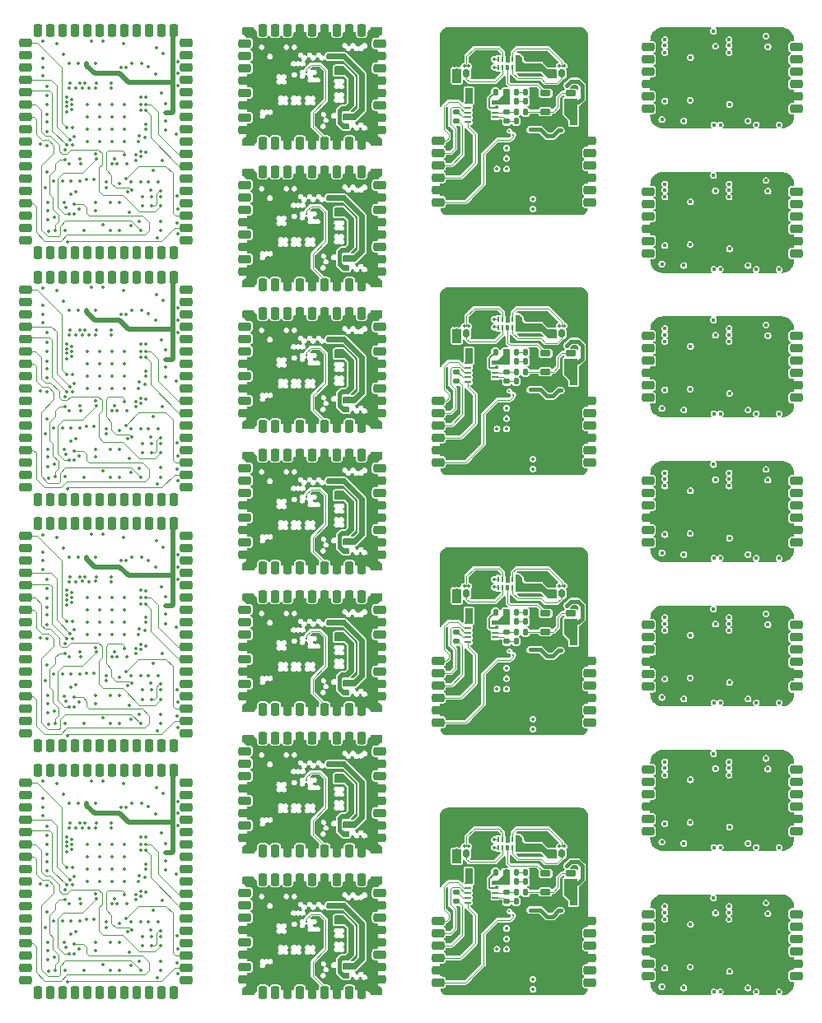
<source format=gbr>
%TF.GenerationSoftware,KiCad,Pcbnew,8.0.4*%
%TF.CreationDate,2024-12-12T20:15:42+01:00*%
%TF.ProjectId,Combined_Module_Panel,436f6d62-696e-4656-945f-4d6f64756c65,rev?*%
%TF.SameCoordinates,Original*%
%TF.FileFunction,Copper,L6,Bot*%
%TF.FilePolarity,Positive*%
%FSLAX46Y46*%
G04 Gerber Fmt 4.6, Leading zero omitted, Abs format (unit mm)*
G04 Created by KiCad (PCBNEW 8.0.4) date 2024-12-12 20:15:42*
%MOMM*%
%LPD*%
G01*
G04 APERTURE LIST*
G04 Aperture macros list*
%AMRoundRect*
0 Rectangle with rounded corners*
0 $1 Rounding radius*
0 $2 $3 $4 $5 $6 $7 $8 $9 X,Y pos of 4 corners*
0 Add a 4 corners polygon primitive as box body*
4,1,4,$2,$3,$4,$5,$6,$7,$8,$9,$2,$3,0*
0 Add four circle primitives for the rounded corners*
1,1,$1+$1,$2,$3*
1,1,$1+$1,$4,$5*
1,1,$1+$1,$6,$7*
1,1,$1+$1,$8,$9*
0 Add four rect primitives between the rounded corners*
20,1,$1+$1,$2,$3,$4,$5,0*
20,1,$1+$1,$4,$5,$6,$7,0*
20,1,$1+$1,$6,$7,$8,$9,0*
20,1,$1+$1,$8,$9,$2,$3,0*%
G04 Aperture macros list end*
%TA.AperFunction,SMDPad,CuDef*%
%ADD10RoundRect,0.142500X0.142500X0.167500X-0.142500X0.167500X-0.142500X-0.167500X0.142500X-0.167500X0*%
%TD*%
%TA.AperFunction,HeatsinkPad*%
%ADD11C,0.400000*%
%TD*%
%TA.AperFunction,SMDPad,CuDef*%
%ADD12RoundRect,0.105000X0.420000X1.170000X-0.420000X1.170000X-0.420000X-1.170000X0.420000X-1.170000X0*%
%TD*%
%TA.AperFunction,SMDPad,CuDef*%
%ADD13RoundRect,0.060000X0.240000X0.060000X-0.240000X0.060000X-0.240000X-0.060000X0.240000X-0.060000X0*%
%TD*%
%TA.AperFunction,SMDPad,CuDef*%
%ADD14RoundRect,0.137500X-0.137500X-0.262500X0.137500X-0.262500X0.137500X0.262500X-0.137500X0.262500X0*%
%TD*%
%TA.AperFunction,SMDPad,CuDef*%
%ADD15RoundRect,0.175000X-0.175000X-0.225000X0.175000X-0.225000X0.175000X0.225000X-0.175000X0.225000X0*%
%TD*%
%TA.AperFunction,SMDPad,CuDef*%
%ADD16RoundRect,0.142500X-0.142500X-0.167500X0.142500X-0.167500X0.142500X0.167500X-0.142500X0.167500X0*%
%TD*%
%TA.AperFunction,SMDPad,CuDef*%
%ADD17RoundRect,0.050000X-0.050000X0.232500X-0.050000X-0.232500X0.050000X-0.232500X0.050000X0.232500X0*%
%TD*%
%TA.AperFunction,SMDPad,CuDef*%
%ADD18RoundRect,0.100000X-0.100000X0.182500X-0.100000X-0.182500X0.100000X-0.182500X0.100000X0.182500X0*%
%TD*%
%TA.AperFunction,SMDPad,CuDef*%
%ADD19RoundRect,0.142500X-0.167500X0.142500X-0.167500X-0.142500X0.167500X-0.142500X0.167500X0.142500X0*%
%TD*%
%TA.AperFunction,SMDPad,CuDef*%
%ADD20RoundRect,0.150000X-0.400000X-0.150000X0.400000X-0.150000X0.400000X0.150000X-0.400000X0.150000X0*%
%TD*%
%TA.AperFunction,SMDPad,CuDef*%
%ADD21RoundRect,0.142500X0.167500X-0.142500X0.167500X0.142500X-0.167500X0.142500X-0.167500X-0.142500X0*%
%TD*%
%TA.AperFunction,CastellatedPad*%
%ADD22RoundRect,0.225000X0.415000X-0.225000X0.415000X0.225000X-0.415000X0.225000X-0.415000X-0.225000X0*%
%TD*%
%TA.AperFunction,CastellatedPad*%
%ADD23RoundRect,0.225000X-0.415000X0.225000X-0.415000X-0.225000X0.415000X-0.225000X0.415000X0.225000X0*%
%TD*%
%TA.AperFunction,CastellatedPad*%
%ADD24RoundRect,0.225000X0.225000X0.415000X-0.225000X0.415000X-0.225000X-0.415000X0.225000X-0.415000X0*%
%TD*%
%TA.AperFunction,CastellatedPad*%
%ADD25RoundRect,0.225000X-0.225000X-0.415000X0.225000X-0.415000X0.225000X0.415000X-0.225000X0.415000X0*%
%TD*%
%TA.AperFunction,ViaPad*%
%ADD26C,0.350000*%
%TD*%
%TA.AperFunction,ViaPad*%
%ADD27C,0.250000*%
%TD*%
%TA.AperFunction,ViaPad*%
%ADD28C,0.400000*%
%TD*%
%TA.AperFunction,Conductor*%
%ADD29C,0.200000*%
%TD*%
%TA.AperFunction,Conductor*%
%ADD30C,0.400000*%
%TD*%
%TA.AperFunction,Conductor*%
%ADD31C,0.120000*%
%TD*%
%TA.AperFunction,Conductor*%
%ADD32C,0.100000*%
%TD*%
%TA.AperFunction,Conductor*%
%ADD33C,0.500000*%
%TD*%
G04 APERTURE END LIST*
D10*
%TO.P,C30,2*%
%TO.N,N/C*%
X148385581Y-135751103D03*
%TO.P,C30,1*%
X149345581Y-135751103D03*
%TD*%
D11*
%TO.P,U3,11,EPAD*%
%TO.N,N/C*%
X139915581Y-133861103D03*
D12*
X139915581Y-134811103D03*
D11*
X139915581Y-135761103D03*
D13*
%TO.P,U3,10,DVDD*%
X138515581Y-133811103D03*
%TO.P,U3,9,DIN*%
X138515581Y-134311103D03*
%TO.P,U3,8,SCLK*%
X138515581Y-134811103D03*
%TO.P,U3,7,DOUT*%
X138515581Y-135311103D03*
%TO.P,U3,6,CONVST*%
X138515581Y-135811103D03*
%TO.P,U3,5,GND*%
X141315581Y-135811103D03*
%TO.P,U3,4,AINN*%
X141315581Y-135311103D03*
%TO.P,U3,3,AINP*%
X141315581Y-134811103D03*
%TO.P,U3,2,AVDD*%
X141315581Y-134311103D03*
%TO.P,U3,1,REF*%
X141315581Y-133811103D03*
%TD*%
D14*
%TO.P,J10,4,MH*%
%TO.N,N/C*%
X140388581Y-126790703D03*
X136338581Y-126790703D03*
D15*
%TO.P,J10,3,3*%
X139363581Y-130790703D03*
%TO.P,J10,2,2*%
X138363581Y-130790703D03*
%TO.P,J10,1,1*%
X137363581Y-130790703D03*
%TD*%
D10*
%TO.P,C17,2*%
%TO.N,N/C*%
X140380581Y-132731103D03*
%TO.P,C17,1*%
X141340581Y-132731103D03*
%TD*%
D16*
%TO.P,R61,2*%
%TO.N,N/C*%
X143460581Y-132741103D03*
%TO.P,R61,1*%
X142500581Y-132741103D03*
%TD*%
%TO.P,C18,2*%
%TO.N,N/C*%
X139590581Y-132721103D03*
%TO.P,C18,1*%
X138630581Y-132721103D03*
%TD*%
%TO.P,C79,2*%
%TO.N,N/C*%
X145380581Y-132761103D03*
%TO.P,C79,1*%
X144420581Y-132761103D03*
%TD*%
%TO.P,R62,2*%
%TO.N,N/C*%
X143460581Y-133671103D03*
%TO.P,R62,1*%
X142500581Y-133671103D03*
%TD*%
%TO.P,C80,2*%
%TO.N,N/C*%
X145380581Y-133681103D03*
%TO.P,C80,1*%
X144420581Y-133681103D03*
%TD*%
D17*
%TO.P,U7,10,A1*%
%TO.N,N/C*%
X141598059Y-130157603D03*
%TO.P,U7,9,S2*%
X142098059Y-130157603D03*
D18*
%TO.P,U7,8,D*%
X142598059Y-130157603D03*
D17*
%TO.P,U7,7,S4*%
X143098059Y-130157603D03*
%TO.P,U7,6,VDD*%
X143598059Y-130157603D03*
%TO.P,U7,5,EN*%
X143598059Y-129322603D03*
%TO.P,U7,4,S3*%
X143098059Y-129322603D03*
D18*
%TO.P,U7,3,GND*%
X142598059Y-129322603D03*
D17*
%TO.P,U7,2,S1*%
X142098059Y-129322603D03*
%TO.P,U7,1,A0*%
X141598059Y-129322603D03*
%TD*%
D10*
%TO.P,R3,2*%
%TO.N,N/C*%
X143460581Y-135716103D03*
%TO.P,R3,1*%
X144420581Y-135716103D03*
%TD*%
D19*
%TO.P,R4,2*%
%TO.N,N/C*%
X137325581Y-135716103D03*
%TO.P,R4,1*%
X137325581Y-134756103D03*
%TD*%
D10*
%TO.P,R10,2*%
%TO.N,N/C*%
X143460581Y-134756103D03*
%TO.P,R10,1*%
X144420581Y-134756103D03*
%TD*%
D20*
%TO.P,U23,6,V+*%
%TO.N,N/C*%
X149085581Y-134731103D03*
%TO.P,U23,5,~{SH}*%
X149085581Y-133781103D03*
%TO.P,U23,4,-*%
X149085581Y-132831103D03*
%TO.P,U23,3,+*%
X146485581Y-132831103D03*
%TO.P,U23,2,V-*%
X146485581Y-133781103D03*
%TO.P,U23,1,VOUT*%
X146485581Y-134731103D03*
%TD*%
D19*
%TO.P,C29,2*%
%TO.N,N/C*%
X142500581Y-135716103D03*
%TO.P,C29,1*%
X142500581Y-134756103D03*
%TD*%
D21*
%TO.P,C27,2*%
%TO.N,N/C*%
X144693381Y-129260103D03*
%TO.P,C27,1*%
X144693381Y-130220103D03*
%TD*%
D11*
%TO.P,U6,11,EPAD*%
%TO.N,N/C*%
X145901303Y-137403742D03*
X146851303Y-137978742D03*
X144951303Y-137978742D03*
X145901303Y-138553742D03*
%TD*%
D14*
%TO.P,J12,4,MH*%
%TO.N,N/C*%
X150161581Y-126790703D03*
X146111581Y-126790703D03*
D15*
%TO.P,J12,3,3*%
X149136581Y-130790703D03*
%TO.P,J12,2,2*%
X148136581Y-130790703D03*
%TO.P,J12,1,1*%
X147136581Y-130790703D03*
%TD*%
D22*
%TO.P,J13,12,GND*%
%TO.N,N/C*%
X151054162Y-137696703D03*
%TO.P,J13,11,MUX_A0*%
X151054162Y-138966703D03*
%TO.P,J13,10,MUX_A1*%
X151054162Y-140236703D03*
%TO.P,J13,9,GND*%
X151054162Y-141506703D03*
%TO.P,J13,8,+1V8*%
X151054162Y-142776703D03*
%TO.P,J13,7,+3V3*%
X151054162Y-144046703D03*
%TO.P,J13,6,ADC_EN*%
X135446000Y-144046703D03*
%TO.P,J13,5,GND*%
X135446000Y-142776703D03*
%TO.P,J13,4,ADC_CONV*%
X135446000Y-141506703D03*
%TO.P,J13,3,ADC_MISO*%
X135446000Y-140236703D03*
%TO.P,J13,2,ADC_SCK*%
X135446000Y-138966703D03*
%TO.P,J13,1,~{ADC_CS}*%
X135446000Y-137696703D03*
%TD*%
D10*
%TO.P,C30,2*%
%TO.N,N/C*%
X148385581Y-108980722D03*
%TO.P,C30,1*%
X149345581Y-108980722D03*
%TD*%
D11*
%TO.P,U3,11,EPAD*%
%TO.N,N/C*%
X139915581Y-107090722D03*
D12*
X139915581Y-108040722D03*
D11*
X139915581Y-108990722D03*
D13*
%TO.P,U3,10,DVDD*%
X138515581Y-107040722D03*
%TO.P,U3,9,DIN*%
X138515581Y-107540722D03*
%TO.P,U3,8,SCLK*%
X138515581Y-108040722D03*
%TO.P,U3,7,DOUT*%
X138515581Y-108540722D03*
%TO.P,U3,6,CONVST*%
X138515581Y-109040722D03*
%TO.P,U3,5,GND*%
X141315581Y-109040722D03*
%TO.P,U3,4,AINN*%
X141315581Y-108540722D03*
%TO.P,U3,3,AINP*%
X141315581Y-108040722D03*
%TO.P,U3,2,AVDD*%
X141315581Y-107540722D03*
%TO.P,U3,1,REF*%
X141315581Y-107040722D03*
%TD*%
D14*
%TO.P,J10,4,MH*%
%TO.N,N/C*%
X140388581Y-100020322D03*
X136338581Y-100020322D03*
D15*
%TO.P,J10,3,3*%
X139363581Y-104020322D03*
%TO.P,J10,2,2*%
X138363581Y-104020322D03*
%TO.P,J10,1,1*%
X137363581Y-104020322D03*
%TD*%
D10*
%TO.P,C17,2*%
%TO.N,N/C*%
X140380581Y-105960722D03*
%TO.P,C17,1*%
X141340581Y-105960722D03*
%TD*%
D16*
%TO.P,R61,2*%
%TO.N,N/C*%
X143460581Y-105970722D03*
%TO.P,R61,1*%
X142500581Y-105970722D03*
%TD*%
%TO.P,C18,2*%
%TO.N,N/C*%
X139590581Y-105950722D03*
%TO.P,C18,1*%
X138630581Y-105950722D03*
%TD*%
%TO.P,C79,2*%
%TO.N,N/C*%
X145380581Y-105990722D03*
%TO.P,C79,1*%
X144420581Y-105990722D03*
%TD*%
%TO.P,R62,2*%
%TO.N,N/C*%
X143460581Y-106900722D03*
%TO.P,R62,1*%
X142500581Y-106900722D03*
%TD*%
%TO.P,C80,2*%
%TO.N,N/C*%
X145380581Y-106910722D03*
%TO.P,C80,1*%
X144420581Y-106910722D03*
%TD*%
D17*
%TO.P,U7,10,A1*%
%TO.N,N/C*%
X141598059Y-103387222D03*
%TO.P,U7,9,S2*%
X142098059Y-103387222D03*
D18*
%TO.P,U7,8,D*%
X142598059Y-103387222D03*
D17*
%TO.P,U7,7,S4*%
X143098059Y-103387222D03*
%TO.P,U7,6,VDD*%
X143598059Y-103387222D03*
%TO.P,U7,5,EN*%
X143598059Y-102552222D03*
%TO.P,U7,4,S3*%
X143098059Y-102552222D03*
D18*
%TO.P,U7,3,GND*%
X142598059Y-102552222D03*
D17*
%TO.P,U7,2,S1*%
X142098059Y-102552222D03*
%TO.P,U7,1,A0*%
X141598059Y-102552222D03*
%TD*%
D10*
%TO.P,R3,2*%
%TO.N,N/C*%
X143460581Y-108945722D03*
%TO.P,R3,1*%
X144420581Y-108945722D03*
%TD*%
D19*
%TO.P,R4,2*%
%TO.N,N/C*%
X137325581Y-108945722D03*
%TO.P,R4,1*%
X137325581Y-107985722D03*
%TD*%
D10*
%TO.P,R10,2*%
%TO.N,N/C*%
X143460581Y-107985722D03*
%TO.P,R10,1*%
X144420581Y-107985722D03*
%TD*%
D20*
%TO.P,U23,6,V+*%
%TO.N,N/C*%
X149085581Y-107960722D03*
%TO.P,U23,5,~{SH}*%
X149085581Y-107010722D03*
%TO.P,U23,4,-*%
X149085581Y-106060722D03*
%TO.P,U23,3,+*%
X146485581Y-106060722D03*
%TO.P,U23,2,V-*%
X146485581Y-107010722D03*
%TO.P,U23,1,VOUT*%
X146485581Y-107960722D03*
%TD*%
D19*
%TO.P,C29,2*%
%TO.N,N/C*%
X142500581Y-108945722D03*
%TO.P,C29,1*%
X142500581Y-107985722D03*
%TD*%
D21*
%TO.P,C27,2*%
%TO.N,N/C*%
X144693381Y-102489722D03*
%TO.P,C27,1*%
X144693381Y-103449722D03*
%TD*%
D11*
%TO.P,U6,11,EPAD*%
%TO.N,N/C*%
X145901303Y-110633361D03*
X146851303Y-111208361D03*
X144951303Y-111208361D03*
X145901303Y-111783361D03*
%TD*%
D14*
%TO.P,J12,4,MH*%
%TO.N,N/C*%
X150161581Y-100020322D03*
X146111581Y-100020322D03*
D15*
%TO.P,J12,3,3*%
X149136581Y-104020322D03*
%TO.P,J12,2,2*%
X148136581Y-104020322D03*
%TO.P,J12,1,1*%
X147136581Y-104020322D03*
%TD*%
D22*
%TO.P,J13,12,GND*%
%TO.N,N/C*%
X151054162Y-110926322D03*
%TO.P,J13,11,MUX_A0*%
X151054162Y-112196322D03*
%TO.P,J13,10,MUX_A1*%
X151054162Y-113466322D03*
%TO.P,J13,9,GND*%
X151054162Y-114736322D03*
%TO.P,J13,8,+1V8*%
X151054162Y-116006322D03*
%TO.P,J13,7,+3V3*%
X151054162Y-117276322D03*
%TO.P,J13,6,ADC_EN*%
X135446000Y-117276322D03*
%TO.P,J13,5,GND*%
X135446000Y-116006322D03*
%TO.P,J13,4,ADC_CONV*%
X135446000Y-114736322D03*
%TO.P,J13,3,ADC_MISO*%
X135446000Y-113466322D03*
%TO.P,J13,2,ADC_SCK*%
X135446000Y-112196322D03*
%TO.P,J13,1,~{ADC_CS}*%
X135446000Y-110926322D03*
%TD*%
D10*
%TO.P,C30,2*%
%TO.N,N/C*%
X148385581Y-82227722D03*
%TO.P,C30,1*%
X149345581Y-82227722D03*
%TD*%
D11*
%TO.P,U3,11,EPAD*%
%TO.N,N/C*%
X139915581Y-80337722D03*
D12*
X139915581Y-81287722D03*
D11*
X139915581Y-82237722D03*
D13*
%TO.P,U3,10,DVDD*%
X138515581Y-80287722D03*
%TO.P,U3,9,DIN*%
X138515581Y-80787722D03*
%TO.P,U3,8,SCLK*%
X138515581Y-81287722D03*
%TO.P,U3,7,DOUT*%
X138515581Y-81787722D03*
%TO.P,U3,6,CONVST*%
X138515581Y-82287722D03*
%TO.P,U3,5,GND*%
X141315581Y-82287722D03*
%TO.P,U3,4,AINN*%
X141315581Y-81787722D03*
%TO.P,U3,3,AINP*%
X141315581Y-81287722D03*
%TO.P,U3,2,AVDD*%
X141315581Y-80787722D03*
%TO.P,U3,1,REF*%
X141315581Y-80287722D03*
%TD*%
D14*
%TO.P,J10,4,MH*%
%TO.N,N/C*%
X140388581Y-73267322D03*
X136338581Y-73267322D03*
D15*
%TO.P,J10,3,3*%
X139363581Y-77267322D03*
%TO.P,J10,2,2*%
X138363581Y-77267322D03*
%TO.P,J10,1,1*%
X137363581Y-77267322D03*
%TD*%
D10*
%TO.P,C17,2*%
%TO.N,N/C*%
X140380581Y-79207722D03*
%TO.P,C17,1*%
X141340581Y-79207722D03*
%TD*%
D16*
%TO.P,R61,2*%
%TO.N,N/C*%
X143460581Y-79217722D03*
%TO.P,R61,1*%
X142500581Y-79217722D03*
%TD*%
%TO.P,C18,2*%
%TO.N,N/C*%
X139590581Y-79197722D03*
%TO.P,C18,1*%
X138630581Y-79197722D03*
%TD*%
%TO.P,C79,2*%
%TO.N,N/C*%
X145380581Y-79237722D03*
%TO.P,C79,1*%
X144420581Y-79237722D03*
%TD*%
%TO.P,R62,2*%
%TO.N,N/C*%
X143460581Y-80147722D03*
%TO.P,R62,1*%
X142500581Y-80147722D03*
%TD*%
%TO.P,C80,2*%
%TO.N,N/C*%
X145380581Y-80157722D03*
%TO.P,C80,1*%
X144420581Y-80157722D03*
%TD*%
D17*
%TO.P,U7,10,A1*%
%TO.N,N/C*%
X141598059Y-76634222D03*
%TO.P,U7,9,S2*%
X142098059Y-76634222D03*
D18*
%TO.P,U7,8,D*%
X142598059Y-76634222D03*
D17*
%TO.P,U7,7,S4*%
X143098059Y-76634222D03*
%TO.P,U7,6,VDD*%
X143598059Y-76634222D03*
%TO.P,U7,5,EN*%
X143598059Y-75799222D03*
%TO.P,U7,4,S3*%
X143098059Y-75799222D03*
D18*
%TO.P,U7,3,GND*%
X142598059Y-75799222D03*
D17*
%TO.P,U7,2,S1*%
X142098059Y-75799222D03*
%TO.P,U7,1,A0*%
X141598059Y-75799222D03*
%TD*%
D10*
%TO.P,R3,2*%
%TO.N,N/C*%
X143460581Y-82192722D03*
%TO.P,R3,1*%
X144420581Y-82192722D03*
%TD*%
D19*
%TO.P,R4,2*%
%TO.N,N/C*%
X137325581Y-82192722D03*
%TO.P,R4,1*%
X137325581Y-81232722D03*
%TD*%
D10*
%TO.P,R10,2*%
%TO.N,N/C*%
X143460581Y-81232722D03*
%TO.P,R10,1*%
X144420581Y-81232722D03*
%TD*%
D20*
%TO.P,U23,6,V+*%
%TO.N,N/C*%
X149085581Y-81207722D03*
%TO.P,U23,5,~{SH}*%
X149085581Y-80257722D03*
%TO.P,U23,4,-*%
X149085581Y-79307722D03*
%TO.P,U23,3,+*%
X146485581Y-79307722D03*
%TO.P,U23,2,V-*%
X146485581Y-80257722D03*
%TO.P,U23,1,VOUT*%
X146485581Y-81207722D03*
%TD*%
D19*
%TO.P,C29,2*%
%TO.N,N/C*%
X142500581Y-82192722D03*
%TO.P,C29,1*%
X142500581Y-81232722D03*
%TD*%
D21*
%TO.P,C27,2*%
%TO.N,N/C*%
X144693381Y-75736722D03*
%TO.P,C27,1*%
X144693381Y-76696722D03*
%TD*%
D11*
%TO.P,U6,11,EPAD*%
%TO.N,N/C*%
X145901303Y-83880361D03*
X146851303Y-84455361D03*
X144951303Y-84455361D03*
X145901303Y-85030361D03*
%TD*%
D14*
%TO.P,J12,4,MH*%
%TO.N,N/C*%
X150161581Y-73267322D03*
X146111581Y-73267322D03*
D15*
%TO.P,J12,3,3*%
X149136581Y-77267322D03*
%TO.P,J12,2,2*%
X148136581Y-77267322D03*
%TO.P,J12,1,1*%
X147136581Y-77267322D03*
%TD*%
D22*
%TO.P,J13,12,GND*%
%TO.N,N/C*%
X151054162Y-84173322D03*
%TO.P,J13,11,MUX_A0*%
X151054162Y-85443322D03*
%TO.P,J13,10,MUX_A1*%
X151054162Y-86713322D03*
%TO.P,J13,9,GND*%
X151054162Y-87983322D03*
%TO.P,J13,8,+1V8*%
X151054162Y-89253322D03*
%TO.P,J13,7,+3V3*%
X151054162Y-90523322D03*
%TO.P,J13,6,ADC_EN*%
X135446000Y-90523322D03*
%TO.P,J13,5,GND*%
X135446000Y-89253322D03*
%TO.P,J13,4,ADC_CONV*%
X135446000Y-87983322D03*
%TO.P,J13,3,ADC_MISO*%
X135446000Y-86713322D03*
%TO.P,J13,2,ADC_SCK*%
X135446000Y-85443322D03*
%TO.P,J13,1,~{ADC_CS}*%
X135446000Y-84173322D03*
%TD*%
D23*
%TO.P,J9,1,+1V8*%
%TO.N,N/C*%
X172254162Y-128485833D03*
%TO.P,J9,2,GND*%
X172254162Y-127215833D03*
%TO.P,J9,3,FLASH_CLK*%
X172254162Y-125945833D03*
%TO.P,J9,4,~{FLASH_2_CS}*%
X172254162Y-124675833D03*
%TO.P,J9,5,~{FLASH_2_WP_(IO2)}*%
X172254162Y-123405833D03*
%TO.P,J9,6,~{FLASH_2_RST_(IO3)}*%
X172254162Y-122135833D03*
%TO.P,J9,7,~{FLASH_1_RST_(IO3)}*%
X157054162Y-122135833D03*
%TO.P,J9,8,~{FLASH_1_WP_(IO2)}*%
X157054162Y-123405833D03*
%TO.P,J9,9,~{FLASH_1_CS}*%
X157054162Y-124675833D03*
%TO.P,J9,10,GND*%
X157054162Y-125945833D03*
%TO.P,J9,11,FLASH_MISO_(IO1)*%
X157054162Y-127215833D03*
%TO.P,J9,12,FLASH_MOSI_(IO0)*%
X157054162Y-128485833D03*
%TD*%
%TO.P,J8,1,JTAG_TDO*%
%TO.N,N/C*%
X93065000Y-98106000D03*
%TO.P,J8,2,JTAG_TDI*%
X93065000Y-99376000D03*
%TO.P,J8,3,JTAG_TRST*%
X93065000Y-100646000D03*
%TO.P,J8,4,JTAG_TMS*%
X93065000Y-101916000D03*
%TO.P,J8,5,JTAG_TCK*%
X93065000Y-103186000D03*
%TO.P,J8,6,Manual_RST*%
X93065000Y-104456000D03*
%TO.P,J8,7,PMIC_nRST*%
X93065000Y-105726000D03*
%TO.P,J8,8,SOC_RST_OUT*%
X93065000Y-106996000D03*
D22*
%TO.P,J8,9,FLASH_MOSI*%
X93065000Y-108266000D03*
%TO.P,J8,10,FLASH_MISO*%
X93065000Y-109536000D03*
%TO.P,J8,11,FLASH_CS*%
X93065000Y-110806000D03*
%TO.P,J8,12,FLASH_nWP*%
X93065000Y-112076000D03*
%TO.P,J8,13,FLASH_nHLD_nRST*%
X93065000Y-113346000D03*
%TO.P,J8,14,FLASH_SCK*%
X93065000Y-114616000D03*
%TO.P,J8,15,I2C_SDA_HEEP*%
X93065000Y-115886000D03*
%TO.P,J8,16,I2C_SCL_HEEP*%
X93065000Y-117156000D03*
%TO.P,J8,17,GND*%
X93065000Y-118426000D03*
D24*
%TO.P,J8,18,+1V8*%
X94335000Y-119696000D03*
%TO.P,J8,19,VCORE*%
X95605000Y-119696000D03*
%TO.P,J8,20,GND*%
X96875000Y-119696000D03*
%TO.P,J8,21,UART_RX_HEEP*%
X98145000Y-119696000D03*
%TO.P,J8,22,UART_TX_HEEP*%
X99415000Y-119696000D03*
%TO.P,J8,23,SPI_MOSI_HEEP*%
X100685000Y-119696000D03*
D25*
%TO.P,J8,24,SPI_MISO_HEEP*%
X101955000Y-119696000D03*
%TO.P,J8,25,SPI_SD2_HEEP*%
X103225000Y-119696000D03*
%TO.P,J8,26,SPI_SD3_HEEP*%
X104495000Y-119696000D03*
%TO.P,J8,27,SPI_CS1_HEEP*%
X105765000Y-119696000D03*
%TO.P,J8,28,SPI_CS0_HEEP*%
X107035000Y-119696000D03*
%TO.P,J8,29,SPI_SCK_HEEP*%
X108305000Y-119696000D03*
D23*
%TO.P,J8,30,GND*%
X109575000Y-118426000D03*
%TO.P,J8,31,BOOT_SEL_EXT*%
X109575000Y-117156000D03*
%TO.P,J8,32,GPIO_23*%
X109575000Y-115886000D03*
%TO.P,J8,33,GPIO_22*%
X109575000Y-114616000D03*
%TO.P,J8,34,GPIO_21*%
X109575000Y-113346000D03*
%TO.P,J8,35,GPIO_20*%
X109575000Y-112076000D03*
%TO.P,J8,36,GPIO_19*%
X109575000Y-110806000D03*
%TO.P,J8,37,GPIO_18*%
X109575000Y-109536000D03*
%TO.P,J8,38,GPIO_17*%
X109575000Y-108266000D03*
%TO.P,J8,39,GPIO_16*%
X109575000Y-106996000D03*
%TO.P,J8,40,GPIO_15*%
X109575000Y-105726000D03*
%TO.P,J8,41,GPIO_14*%
X109575000Y-104456000D03*
D22*
%TO.P,J8,42,GPIO_13*%
X109575000Y-103186000D03*
%TO.P,J8,43,GPIO_12*%
X109575000Y-101916000D03*
%TO.P,J8,44,GPIO_11*%
X109575000Y-100646000D03*
%TO.P,J8,45,GPIO_10*%
X109575000Y-99376000D03*
%TO.P,J8,46,GPIO_9*%
X109575000Y-98106000D03*
D25*
%TO.P,J8,47,VCORE*%
X108305000Y-96836000D03*
%TO.P,J8,48,+1V8*%
X107035000Y-96836000D03*
%TO.P,J8,49,GND*%
X105765000Y-96836000D03*
%TO.P,J8,50,GPIO_8*%
X104495000Y-96836000D03*
%TO.P,J8,51,GPIO_7*%
X103225000Y-96836000D03*
D24*
%TO.P,J8,52,GPIO_6*%
X101955000Y-96836000D03*
%TO.P,J8,53,GPIO_5*%
X100685000Y-96836000D03*
%TO.P,J8,54,GPIO_4*%
X99415000Y-96836000D03*
%TO.P,J8,55,GPIO_3*%
X98145000Y-96836000D03*
%TO.P,J8,56,GPIO_2*%
X96875000Y-96836000D03*
%TO.P,J8,57,GPIO_1*%
X95605000Y-96836000D03*
%TO.P,J8,58,GPIO_0*%
X94335000Y-96836000D03*
%TD*%
D23*
%TO.P,J8,1,JTAG_TDO*%
%TO.N,N/C*%
X93065000Y-47364000D03*
%TO.P,J8,2,JTAG_TDI*%
X93065000Y-48634000D03*
%TO.P,J8,3,JTAG_TRST*%
X93065000Y-49904000D03*
%TO.P,J8,4,JTAG_TMS*%
X93065000Y-51174000D03*
%TO.P,J8,5,JTAG_TCK*%
X93065000Y-52444000D03*
%TO.P,J8,6,Manual_RST*%
X93065000Y-53714000D03*
%TO.P,J8,7,PMIC_nRST*%
X93065000Y-54984000D03*
%TO.P,J8,8,SOC_RST_OUT*%
X93065000Y-56254000D03*
D22*
%TO.P,J8,9,FLASH_MOSI*%
X93065000Y-57524000D03*
%TO.P,J8,10,FLASH_MISO*%
X93065000Y-58794000D03*
%TO.P,J8,11,FLASH_CS*%
X93065000Y-60064000D03*
%TO.P,J8,12,FLASH_nWP*%
X93065000Y-61334000D03*
%TO.P,J8,13,FLASH_nHLD_nRST*%
X93065000Y-62604000D03*
%TO.P,J8,14,FLASH_SCK*%
X93065000Y-63874000D03*
%TO.P,J8,15,I2C_SDA_HEEP*%
X93065000Y-65144000D03*
%TO.P,J8,16,I2C_SCL_HEEP*%
X93065000Y-66414000D03*
%TO.P,J8,17,GND*%
X93065000Y-67684000D03*
D24*
%TO.P,J8,18,+1V8*%
X94335000Y-68954000D03*
%TO.P,J8,19,VCORE*%
X95605000Y-68954000D03*
%TO.P,J8,20,GND*%
X96875000Y-68954000D03*
%TO.P,J8,21,UART_RX_HEEP*%
X98145000Y-68954000D03*
%TO.P,J8,22,UART_TX_HEEP*%
X99415000Y-68954000D03*
%TO.P,J8,23,SPI_MOSI_HEEP*%
X100685000Y-68954000D03*
D25*
%TO.P,J8,24,SPI_MISO_HEEP*%
X101955000Y-68954000D03*
%TO.P,J8,25,SPI_SD2_HEEP*%
X103225000Y-68954000D03*
%TO.P,J8,26,SPI_SD3_HEEP*%
X104495000Y-68954000D03*
%TO.P,J8,27,SPI_CS1_HEEP*%
X105765000Y-68954000D03*
%TO.P,J8,28,SPI_CS0_HEEP*%
X107035000Y-68954000D03*
%TO.P,J8,29,SPI_SCK_HEEP*%
X108305000Y-68954000D03*
D23*
%TO.P,J8,30,GND*%
X109575000Y-67684000D03*
%TO.P,J8,31,BOOT_SEL_EXT*%
X109575000Y-66414000D03*
%TO.P,J8,32,GPIO_23*%
X109575000Y-65144000D03*
%TO.P,J8,33,GPIO_22*%
X109575000Y-63874000D03*
%TO.P,J8,34,GPIO_21*%
X109575000Y-62604000D03*
%TO.P,J8,35,GPIO_20*%
X109575000Y-61334000D03*
%TO.P,J8,36,GPIO_19*%
X109575000Y-60064000D03*
%TO.P,J8,37,GPIO_18*%
X109575000Y-58794000D03*
%TO.P,J8,38,GPIO_17*%
X109575000Y-57524000D03*
%TO.P,J8,39,GPIO_16*%
X109575000Y-56254000D03*
%TO.P,J8,40,GPIO_15*%
X109575000Y-54984000D03*
%TO.P,J8,41,GPIO_14*%
X109575000Y-53714000D03*
D22*
%TO.P,J8,42,GPIO_13*%
X109575000Y-52444000D03*
%TO.P,J8,43,GPIO_12*%
X109575000Y-51174000D03*
%TO.P,J8,44,GPIO_11*%
X109575000Y-49904000D03*
%TO.P,J8,45,GPIO_10*%
X109575000Y-48634000D03*
%TO.P,J8,46,GPIO_9*%
X109575000Y-47364000D03*
D25*
%TO.P,J8,47,VCORE*%
X108305000Y-46094000D03*
%TO.P,J8,48,+1V8*%
X107035000Y-46094000D03*
%TO.P,J8,49,GND*%
X105765000Y-46094000D03*
%TO.P,J8,50,GPIO_8*%
X104495000Y-46094000D03*
%TO.P,J8,51,GPIO_7*%
X103225000Y-46094000D03*
D24*
%TO.P,J8,52,GPIO_6*%
X101955000Y-46094000D03*
%TO.P,J8,53,GPIO_5*%
X100685000Y-46094000D03*
%TO.P,J8,54,GPIO_4*%
X99415000Y-46094000D03*
%TO.P,J8,55,GPIO_3*%
X98145000Y-46094000D03*
%TO.P,J8,56,GPIO_2*%
X96875000Y-46094000D03*
%TO.P,J8,57,GPIO_1*%
X95605000Y-46094000D03*
%TO.P,J8,58,GPIO_0*%
X94335000Y-46094000D03*
%TD*%
D23*
%TO.P,J1,1,GPIO1*%
%TO.N,N/C*%
X115585500Y-105689400D03*
%TO.P,J1,2,GPIO0*%
X115585500Y-106959400D03*
%TO.P,J1,3,CHG_IN*%
X115585500Y-108229400D03*
%TO.P,J1,4,GND*%
X115585500Y-109499400D03*
%TO.P,J1,5,VSYS*%
X115585500Y-110769400D03*
%TO.P,J1,6,GND*%
X115585500Y-112039400D03*
%TO.P,J1,7,VBAT*%
X115585500Y-113309400D03*
%TO.P,J1,8,GND*%
X115585500Y-114579400D03*
D24*
%TO.P,J1,9,SDA*%
X117430500Y-115934400D03*
%TO.P,J1,10,SCL*%
X118700500Y-115934400D03*
%TO.P,J1,11,GND*%
X119970500Y-115934400D03*
%TO.P,J1,12,ALRT*%
X121240500Y-115934400D03*
%TO.P,J1,13,GND*%
X122510500Y-115934400D03*
%TO.P,J1,14,nEN*%
X123780500Y-115934400D03*
%TO.P,J1,15,GND*%
X125050500Y-115934400D03*
%TO.P,J1,16,AMUX*%
X126320500Y-115934400D03*
%TO.P,J1,17,GND*%
X127590500Y-115934400D03*
D23*
%TO.P,J1,18,GND*%
X129435500Y-114579400D03*
%TO.P,J1,19,GND*%
X129435500Y-113309400D03*
%TO.P,J1,20,AVCC*%
X129435500Y-112039400D03*
%TO.P,J1,21,GND*%
X129435500Y-110769400D03*
%TO.P,J1,22,GND*%
X129435500Y-109499400D03*
%TO.P,J1,23,VCORE*%
X129435500Y-108229400D03*
%TO.P,J1,24,GND*%
X129435500Y-106959400D03*
%TO.P,J1,25,+1V8*%
X129435500Y-105689400D03*
D24*
%TO.P,J1,26,VLDO0*%
X127590500Y-104334400D03*
%TO.P,J1,27,GND*%
X126320500Y-104334400D03*
%TO.P,J1,28,VLDO1*%
X125050500Y-104334400D03*
%TO.P,J1,29,GND*%
X123780500Y-104334400D03*
%TO.P,J1,30,VIO*%
X122510500Y-104334400D03*
%TO.P,J1,31,GND*%
X121240500Y-104334400D03*
%TO.P,J1,32,nRST*%
X119970500Y-104334400D03*
%TO.P,J1,33,nIRQ*%
X118700500Y-104334400D03*
%TO.P,J1,34,GPIO2*%
X117430500Y-104334400D03*
%TD*%
D23*
%TO.P,J9,1,+1V8*%
%TO.N,N/C*%
X172254162Y-98755833D03*
%TO.P,J9,2,GND*%
X172254162Y-97485833D03*
%TO.P,J9,3,FLASH_CLK*%
X172254162Y-96215833D03*
%TO.P,J9,4,~{FLASH_2_CS}*%
X172254162Y-94945833D03*
%TO.P,J9,5,~{FLASH_2_WP_(IO2)}*%
X172254162Y-93675833D03*
%TO.P,J9,6,~{FLASH_2_RST_(IO3)}*%
X172254162Y-92405833D03*
%TO.P,J9,7,~{FLASH_1_RST_(IO3)}*%
X157054162Y-92405833D03*
%TO.P,J9,8,~{FLASH_1_WP_(IO2)}*%
X157054162Y-93675833D03*
%TO.P,J9,9,~{FLASH_1_CS}*%
X157054162Y-94945833D03*
%TO.P,J9,10,GND*%
X157054162Y-96215833D03*
%TO.P,J9,11,FLASH_MISO_(IO1)*%
X157054162Y-97485833D03*
%TO.P,J9,12,FLASH_MOSI_(IO0)*%
X157054162Y-98755833D03*
%TD*%
%TO.P,J9,1,+1V8*%
%TO.N,N/C*%
X172254162Y-83890833D03*
%TO.P,J9,2,GND*%
X172254162Y-82620833D03*
%TO.P,J9,3,FLASH_CLK*%
X172254162Y-81350833D03*
%TO.P,J9,4,~{FLASH_2_CS}*%
X172254162Y-80080833D03*
%TO.P,J9,5,~{FLASH_2_WP_(IO2)}*%
X172254162Y-78810833D03*
%TO.P,J9,6,~{FLASH_2_RST_(IO3)}*%
X172254162Y-77540833D03*
%TO.P,J9,7,~{FLASH_1_RST_(IO3)}*%
X157054162Y-77540833D03*
%TO.P,J9,8,~{FLASH_1_WP_(IO2)}*%
X157054162Y-78810833D03*
%TO.P,J9,9,~{FLASH_1_CS}*%
X157054162Y-80080833D03*
%TO.P,J9,10,GND*%
X157054162Y-81350833D03*
%TO.P,J9,11,FLASH_MISO_(IO1)*%
X157054162Y-82620833D03*
%TO.P,J9,12,FLASH_MOSI_(IO0)*%
X157054162Y-83890833D03*
%TD*%
%TO.P,J9,1,+1V8*%
%TO.N,N/C*%
X172254162Y-143349833D03*
%TO.P,J9,2,GND*%
X172254162Y-142079833D03*
%TO.P,J9,3,FLASH_CLK*%
X172254162Y-140809833D03*
%TO.P,J9,4,~{FLASH_2_CS}*%
X172254162Y-139539833D03*
%TO.P,J9,5,~{FLASH_2_WP_(IO2)}*%
X172254162Y-138269833D03*
%TO.P,J9,6,~{FLASH_2_RST_(IO3)}*%
X172254162Y-136999833D03*
%TO.P,J9,7,~{FLASH_1_RST_(IO3)}*%
X157054162Y-136999833D03*
%TO.P,J9,8,~{FLASH_1_WP_(IO2)}*%
X157054162Y-138269833D03*
%TO.P,J9,9,~{FLASH_1_CS}*%
X157054162Y-139539833D03*
%TO.P,J9,10,GND*%
X157054162Y-140809833D03*
%TO.P,J9,11,FLASH_MISO_(IO1)*%
X157054162Y-142079833D03*
%TO.P,J9,12,FLASH_MOSI_(IO0)*%
X157054162Y-143349833D03*
%TD*%
%TO.P,J9,1,+1V8*%
%TO.N,N/C*%
X172254162Y-69025833D03*
%TO.P,J9,2,GND*%
X172254162Y-67755833D03*
%TO.P,J9,3,FLASH_CLK*%
X172254162Y-66485833D03*
%TO.P,J9,4,~{FLASH_2_CS}*%
X172254162Y-65215833D03*
%TO.P,J9,5,~{FLASH_2_WP_(IO2)}*%
X172254162Y-63945833D03*
%TO.P,J9,6,~{FLASH_2_RST_(IO3)}*%
X172254162Y-62675833D03*
%TO.P,J9,7,~{FLASH_1_RST_(IO3)}*%
X157054162Y-62675833D03*
%TO.P,J9,8,~{FLASH_1_WP_(IO2)}*%
X157054162Y-63945833D03*
%TO.P,J9,9,~{FLASH_1_CS}*%
X157054162Y-65215833D03*
%TO.P,J9,10,GND*%
X157054162Y-66485833D03*
%TO.P,J9,11,FLASH_MISO_(IO1)*%
X157054162Y-67755833D03*
%TO.P,J9,12,FLASH_MOSI_(IO0)*%
X157054162Y-69025833D03*
%TD*%
%TO.P,J1,1,GPIO1*%
%TO.N,N/C*%
X115585500Y-134813600D03*
%TO.P,J1,2,GPIO0*%
X115585500Y-136083600D03*
%TO.P,J1,3,CHG_IN*%
X115585500Y-137353600D03*
%TO.P,J1,4,GND*%
X115585500Y-138623600D03*
%TO.P,J1,5,VSYS*%
X115585500Y-139893600D03*
%TO.P,J1,6,GND*%
X115585500Y-141163600D03*
%TO.P,J1,7,VBAT*%
X115585500Y-142433600D03*
%TO.P,J1,8,GND*%
X115585500Y-143703600D03*
D24*
%TO.P,J1,9,SDA*%
X117430500Y-145058600D03*
%TO.P,J1,10,SCL*%
X118700500Y-145058600D03*
%TO.P,J1,11,GND*%
X119970500Y-145058600D03*
%TO.P,J1,12,ALRT*%
X121240500Y-145058600D03*
%TO.P,J1,13,GND*%
X122510500Y-145058600D03*
%TO.P,J1,14,nEN*%
X123780500Y-145058600D03*
%TO.P,J1,15,GND*%
X125050500Y-145058600D03*
%TO.P,J1,16,AMUX*%
X126320500Y-145058600D03*
%TO.P,J1,17,GND*%
X127590500Y-145058600D03*
D23*
%TO.P,J1,18,GND*%
X129435500Y-143703600D03*
%TO.P,J1,19,GND*%
X129435500Y-142433600D03*
%TO.P,J1,20,AVCC*%
X129435500Y-141163600D03*
%TO.P,J1,21,GND*%
X129435500Y-139893600D03*
%TO.P,J1,22,GND*%
X129435500Y-138623600D03*
%TO.P,J1,23,VCORE*%
X129435500Y-137353600D03*
%TO.P,J1,24,GND*%
X129435500Y-136083600D03*
%TO.P,J1,25,+1V8*%
X129435500Y-134813600D03*
D24*
%TO.P,J1,26,VLDO0*%
X127590500Y-133458600D03*
%TO.P,J1,27,GND*%
X126320500Y-133458600D03*
%TO.P,J1,28,VLDO1*%
X125050500Y-133458600D03*
%TO.P,J1,29,GND*%
X123780500Y-133458600D03*
%TO.P,J1,30,VIO*%
X122510500Y-133458600D03*
%TO.P,J1,31,GND*%
X121240500Y-133458600D03*
%TO.P,J1,32,nRST*%
X119970500Y-133458600D03*
%TO.P,J1,33,nIRQ*%
X118700500Y-133458600D03*
%TO.P,J1,34,GPIO2*%
X117430500Y-133458600D03*
%TD*%
D23*
%TO.P,J1,1,GPIO1*%
%TO.N,N/C*%
X115585500Y-91127300D03*
%TO.P,J1,2,GPIO0*%
X115585500Y-92397300D03*
%TO.P,J1,3,CHG_IN*%
X115585500Y-93667300D03*
%TO.P,J1,4,GND*%
X115585500Y-94937300D03*
%TO.P,J1,5,VSYS*%
X115585500Y-96207300D03*
%TO.P,J1,6,GND*%
X115585500Y-97477300D03*
%TO.P,J1,7,VBAT*%
X115585500Y-98747300D03*
%TO.P,J1,8,GND*%
X115585500Y-100017300D03*
D24*
%TO.P,J1,9,SDA*%
X117430500Y-101372300D03*
%TO.P,J1,10,SCL*%
X118700500Y-101372300D03*
%TO.P,J1,11,GND*%
X119970500Y-101372300D03*
%TO.P,J1,12,ALRT*%
X121240500Y-101372300D03*
%TO.P,J1,13,GND*%
X122510500Y-101372300D03*
%TO.P,J1,14,nEN*%
X123780500Y-101372300D03*
%TO.P,J1,15,GND*%
X125050500Y-101372300D03*
%TO.P,J1,16,AMUX*%
X126320500Y-101372300D03*
%TO.P,J1,17,GND*%
X127590500Y-101372300D03*
D23*
%TO.P,J1,18,GND*%
X129435500Y-100017300D03*
%TO.P,J1,19,GND*%
X129435500Y-98747300D03*
%TO.P,J1,20,AVCC*%
X129435500Y-97477300D03*
%TO.P,J1,21,GND*%
X129435500Y-96207300D03*
%TO.P,J1,22,GND*%
X129435500Y-94937300D03*
%TO.P,J1,23,VCORE*%
X129435500Y-93667300D03*
%TO.P,J1,24,GND*%
X129435500Y-92397300D03*
%TO.P,J1,25,+1V8*%
X129435500Y-91127300D03*
D24*
%TO.P,J1,26,VLDO0*%
X127590500Y-89772300D03*
%TO.P,J1,27,GND*%
X126320500Y-89772300D03*
%TO.P,J1,28,VLDO1*%
X125050500Y-89772300D03*
%TO.P,J1,29,GND*%
X123780500Y-89772300D03*
%TO.P,J1,30,VIO*%
X122510500Y-89772300D03*
%TO.P,J1,31,GND*%
X121240500Y-89772300D03*
%TO.P,J1,32,nRST*%
X119970500Y-89772300D03*
%TO.P,J1,33,nIRQ*%
X118700500Y-89772300D03*
%TO.P,J1,34,GPIO2*%
X117430500Y-89772300D03*
%TD*%
D23*
%TO.P,J8,1,JTAG_TDO*%
%TO.N,N/C*%
X93065000Y-123477000D03*
%TO.P,J8,2,JTAG_TDI*%
X93065000Y-124747000D03*
%TO.P,J8,3,JTAG_TRST*%
X93065000Y-126017000D03*
%TO.P,J8,4,JTAG_TMS*%
X93065000Y-127287000D03*
%TO.P,J8,5,JTAG_TCK*%
X93065000Y-128557000D03*
%TO.P,J8,6,Manual_RST*%
X93065000Y-129827000D03*
%TO.P,J8,7,PMIC_nRST*%
X93065000Y-131097000D03*
%TO.P,J8,8,SOC_RST_OUT*%
X93065000Y-132367000D03*
D22*
%TO.P,J8,9,FLASH_MOSI*%
X93065000Y-133637000D03*
%TO.P,J8,10,FLASH_MISO*%
X93065000Y-134907000D03*
%TO.P,J8,11,FLASH_CS*%
X93065000Y-136177000D03*
%TO.P,J8,12,FLASH_nWP*%
X93065000Y-137447000D03*
%TO.P,J8,13,FLASH_nHLD_nRST*%
X93065000Y-138717000D03*
%TO.P,J8,14,FLASH_SCK*%
X93065000Y-139987000D03*
%TO.P,J8,15,I2C_SDA_HEEP*%
X93065000Y-141257000D03*
%TO.P,J8,16,I2C_SCL_HEEP*%
X93065000Y-142527000D03*
%TO.P,J8,17,GND*%
X93065000Y-143797000D03*
D24*
%TO.P,J8,18,+1V8*%
X94335000Y-145067000D03*
%TO.P,J8,19,VCORE*%
X95605000Y-145067000D03*
%TO.P,J8,20,GND*%
X96875000Y-145067000D03*
%TO.P,J8,21,UART_RX_HEEP*%
X98145000Y-145067000D03*
%TO.P,J8,22,UART_TX_HEEP*%
X99415000Y-145067000D03*
%TO.P,J8,23,SPI_MOSI_HEEP*%
X100685000Y-145067000D03*
D25*
%TO.P,J8,24,SPI_MISO_HEEP*%
X101955000Y-145067000D03*
%TO.P,J8,25,SPI_SD2_HEEP*%
X103225000Y-145067000D03*
%TO.P,J8,26,SPI_SD3_HEEP*%
X104495000Y-145067000D03*
%TO.P,J8,27,SPI_CS1_HEEP*%
X105765000Y-145067000D03*
%TO.P,J8,28,SPI_CS0_HEEP*%
X107035000Y-145067000D03*
%TO.P,J8,29,SPI_SCK_HEEP*%
X108305000Y-145067000D03*
D23*
%TO.P,J8,30,GND*%
X109575000Y-143797000D03*
%TO.P,J8,31,BOOT_SEL_EXT*%
X109575000Y-142527000D03*
%TO.P,J8,32,GPIO_23*%
X109575000Y-141257000D03*
%TO.P,J8,33,GPIO_22*%
X109575000Y-139987000D03*
%TO.P,J8,34,GPIO_21*%
X109575000Y-138717000D03*
%TO.P,J8,35,GPIO_20*%
X109575000Y-137447000D03*
%TO.P,J8,36,GPIO_19*%
X109575000Y-136177000D03*
%TO.P,J8,37,GPIO_18*%
X109575000Y-134907000D03*
%TO.P,J8,38,GPIO_17*%
X109575000Y-133637000D03*
%TO.P,J8,39,GPIO_16*%
X109575000Y-132367000D03*
%TO.P,J8,40,GPIO_15*%
X109575000Y-131097000D03*
%TO.P,J8,41,GPIO_14*%
X109575000Y-129827000D03*
D22*
%TO.P,J8,42,GPIO_13*%
X109575000Y-128557000D03*
%TO.P,J8,43,GPIO_12*%
X109575000Y-127287000D03*
%TO.P,J8,44,GPIO_11*%
X109575000Y-126017000D03*
%TO.P,J8,45,GPIO_10*%
X109575000Y-124747000D03*
%TO.P,J8,46,GPIO_9*%
X109575000Y-123477000D03*
D25*
%TO.P,J8,47,VCORE*%
X108305000Y-122207000D03*
%TO.P,J8,48,+1V8*%
X107035000Y-122207000D03*
%TO.P,J8,49,GND*%
X105765000Y-122207000D03*
%TO.P,J8,50,GPIO_8*%
X104495000Y-122207000D03*
%TO.P,J8,51,GPIO_7*%
X103225000Y-122207000D03*
D24*
%TO.P,J8,52,GPIO_6*%
X101955000Y-122207000D03*
%TO.P,J8,53,GPIO_5*%
X100685000Y-122207000D03*
%TO.P,J8,54,GPIO_4*%
X99415000Y-122207000D03*
%TO.P,J8,55,GPIO_3*%
X98145000Y-122207000D03*
%TO.P,J8,56,GPIO_2*%
X96875000Y-122207000D03*
%TO.P,J8,57,GPIO_1*%
X95605000Y-122207000D03*
%TO.P,J8,58,GPIO_0*%
X94335000Y-122207000D03*
%TD*%
D23*
%TO.P,J1,1,GPIO1*%
%TO.N,N/C*%
X115585500Y-120251500D03*
%TO.P,J1,2,GPIO0*%
X115585500Y-121521500D03*
%TO.P,J1,3,CHG_IN*%
X115585500Y-122791500D03*
%TO.P,J1,4,GND*%
X115585500Y-124061500D03*
%TO.P,J1,5,VSYS*%
X115585500Y-125331500D03*
%TO.P,J1,6,GND*%
X115585500Y-126601500D03*
%TO.P,J1,7,VBAT*%
X115585500Y-127871500D03*
%TO.P,J1,8,GND*%
X115585500Y-129141500D03*
D24*
%TO.P,J1,9,SDA*%
X117430500Y-130496500D03*
%TO.P,J1,10,SCL*%
X118700500Y-130496500D03*
%TO.P,J1,11,GND*%
X119970500Y-130496500D03*
%TO.P,J1,12,ALRT*%
X121240500Y-130496500D03*
%TO.P,J1,13,GND*%
X122510500Y-130496500D03*
%TO.P,J1,14,nEN*%
X123780500Y-130496500D03*
%TO.P,J1,15,GND*%
X125050500Y-130496500D03*
%TO.P,J1,16,AMUX*%
X126320500Y-130496500D03*
%TO.P,J1,17,GND*%
X127590500Y-130496500D03*
D23*
%TO.P,J1,18,GND*%
X129435500Y-129141500D03*
%TO.P,J1,19,GND*%
X129435500Y-127871500D03*
%TO.P,J1,20,AVCC*%
X129435500Y-126601500D03*
%TO.P,J1,21,GND*%
X129435500Y-125331500D03*
%TO.P,J1,22,GND*%
X129435500Y-124061500D03*
%TO.P,J1,23,VCORE*%
X129435500Y-122791500D03*
%TO.P,J1,24,GND*%
X129435500Y-121521500D03*
%TO.P,J1,25,+1V8*%
X129435500Y-120251500D03*
D24*
%TO.P,J1,26,VLDO0*%
X127590500Y-118896500D03*
%TO.P,J1,27,GND*%
X126320500Y-118896500D03*
%TO.P,J1,28,VLDO1*%
X125050500Y-118896500D03*
%TO.P,J1,29,GND*%
X123780500Y-118896500D03*
%TO.P,J1,30,VIO*%
X122510500Y-118896500D03*
%TO.P,J1,31,GND*%
X121240500Y-118896500D03*
%TO.P,J1,32,nRST*%
X119970500Y-118896500D03*
%TO.P,J1,33,nIRQ*%
X118700500Y-118896500D03*
%TO.P,J1,34,GPIO2*%
X117430500Y-118896500D03*
%TD*%
D23*
%TO.P,J1,1,GPIO1*%
%TO.N,N/C*%
X115585500Y-62003100D03*
%TO.P,J1,2,GPIO0*%
X115585500Y-63273100D03*
%TO.P,J1,3,CHG_IN*%
X115585500Y-64543100D03*
%TO.P,J1,4,GND*%
X115585500Y-65813100D03*
%TO.P,J1,5,VSYS*%
X115585500Y-67083100D03*
%TO.P,J1,6,GND*%
X115585500Y-68353100D03*
%TO.P,J1,7,VBAT*%
X115585500Y-69623100D03*
%TO.P,J1,8,GND*%
X115585500Y-70893100D03*
D24*
%TO.P,J1,9,SDA*%
X117430500Y-72248100D03*
%TO.P,J1,10,SCL*%
X118700500Y-72248100D03*
%TO.P,J1,11,GND*%
X119970500Y-72248100D03*
%TO.P,J1,12,ALRT*%
X121240500Y-72248100D03*
%TO.P,J1,13,GND*%
X122510500Y-72248100D03*
%TO.P,J1,14,nEN*%
X123780500Y-72248100D03*
%TO.P,J1,15,GND*%
X125050500Y-72248100D03*
%TO.P,J1,16,AMUX*%
X126320500Y-72248100D03*
%TO.P,J1,17,GND*%
X127590500Y-72248100D03*
D23*
%TO.P,J1,18,GND*%
X129435500Y-70893100D03*
%TO.P,J1,19,GND*%
X129435500Y-69623100D03*
%TO.P,J1,20,AVCC*%
X129435500Y-68353100D03*
%TO.P,J1,21,GND*%
X129435500Y-67083100D03*
%TO.P,J1,22,GND*%
X129435500Y-65813100D03*
%TO.P,J1,23,VCORE*%
X129435500Y-64543100D03*
%TO.P,J1,24,GND*%
X129435500Y-63273100D03*
%TO.P,J1,25,+1V8*%
X129435500Y-62003100D03*
D24*
%TO.P,J1,26,VLDO0*%
X127590500Y-60648100D03*
%TO.P,J1,27,GND*%
X126320500Y-60648100D03*
%TO.P,J1,28,VLDO1*%
X125050500Y-60648100D03*
%TO.P,J1,29,GND*%
X123780500Y-60648100D03*
%TO.P,J1,30,VIO*%
X122510500Y-60648100D03*
%TO.P,J1,31,GND*%
X121240500Y-60648100D03*
%TO.P,J1,32,nRST*%
X119970500Y-60648100D03*
%TO.P,J1,33,nIRQ*%
X118700500Y-60648100D03*
%TO.P,J1,34,GPIO2*%
X117430500Y-60648100D03*
%TD*%
D23*
%TO.P,J8,1,JTAG_TDO*%
%TO.N,N/C*%
X93065000Y-72735000D03*
%TO.P,J8,2,JTAG_TDI*%
X93065000Y-74005000D03*
%TO.P,J8,3,JTAG_TRST*%
X93065000Y-75275000D03*
%TO.P,J8,4,JTAG_TMS*%
X93065000Y-76545000D03*
%TO.P,J8,5,JTAG_TCK*%
X93065000Y-77815000D03*
%TO.P,J8,6,Manual_RST*%
X93065000Y-79085000D03*
%TO.P,J8,7,PMIC_nRST*%
X93065000Y-80355000D03*
%TO.P,J8,8,SOC_RST_OUT*%
X93065000Y-81625000D03*
D22*
%TO.P,J8,9,FLASH_MOSI*%
X93065000Y-82895000D03*
%TO.P,J8,10,FLASH_MISO*%
X93065000Y-84165000D03*
%TO.P,J8,11,FLASH_CS*%
X93065000Y-85435000D03*
%TO.P,J8,12,FLASH_nWP*%
X93065000Y-86705000D03*
%TO.P,J8,13,FLASH_nHLD_nRST*%
X93065000Y-87975000D03*
%TO.P,J8,14,FLASH_SCK*%
X93065000Y-89245000D03*
%TO.P,J8,15,I2C_SDA_HEEP*%
X93065000Y-90515000D03*
%TO.P,J8,16,I2C_SCL_HEEP*%
X93065000Y-91785000D03*
%TO.P,J8,17,GND*%
X93065000Y-93055000D03*
D24*
%TO.P,J8,18,+1V8*%
X94335000Y-94325000D03*
%TO.P,J8,19,VCORE*%
X95605000Y-94325000D03*
%TO.P,J8,20,GND*%
X96875000Y-94325000D03*
%TO.P,J8,21,UART_RX_HEEP*%
X98145000Y-94325000D03*
%TO.P,J8,22,UART_TX_HEEP*%
X99415000Y-94325000D03*
%TO.P,J8,23,SPI_MOSI_HEEP*%
X100685000Y-94325000D03*
D25*
%TO.P,J8,24,SPI_MISO_HEEP*%
X101955000Y-94325000D03*
%TO.P,J8,25,SPI_SD2_HEEP*%
X103225000Y-94325000D03*
%TO.P,J8,26,SPI_SD3_HEEP*%
X104495000Y-94325000D03*
%TO.P,J8,27,SPI_CS1_HEEP*%
X105765000Y-94325000D03*
%TO.P,J8,28,SPI_CS0_HEEP*%
X107035000Y-94325000D03*
%TO.P,J8,29,SPI_SCK_HEEP*%
X108305000Y-94325000D03*
D23*
%TO.P,J8,30,GND*%
X109575000Y-93055000D03*
%TO.P,J8,31,BOOT_SEL_EXT*%
X109575000Y-91785000D03*
%TO.P,J8,32,GPIO_23*%
X109575000Y-90515000D03*
%TO.P,J8,33,GPIO_22*%
X109575000Y-89245000D03*
%TO.P,J8,34,GPIO_21*%
X109575000Y-87975000D03*
%TO.P,J8,35,GPIO_20*%
X109575000Y-86705000D03*
%TO.P,J8,36,GPIO_19*%
X109575000Y-85435000D03*
%TO.P,J8,37,GPIO_18*%
X109575000Y-84165000D03*
%TO.P,J8,38,GPIO_17*%
X109575000Y-82895000D03*
%TO.P,J8,39,GPIO_16*%
X109575000Y-81625000D03*
%TO.P,J8,40,GPIO_15*%
X109575000Y-80355000D03*
%TO.P,J8,41,GPIO_14*%
X109575000Y-79085000D03*
D22*
%TO.P,J8,42,GPIO_13*%
X109575000Y-77815000D03*
%TO.P,J8,43,GPIO_12*%
X109575000Y-76545000D03*
%TO.P,J8,44,GPIO_11*%
X109575000Y-75275000D03*
%TO.P,J8,45,GPIO_10*%
X109575000Y-74005000D03*
%TO.P,J8,46,GPIO_9*%
X109575000Y-72735000D03*
D25*
%TO.P,J8,47,VCORE*%
X108305000Y-71465000D03*
%TO.P,J8,48,+1V8*%
X107035000Y-71465000D03*
%TO.P,J8,49,GND*%
X105765000Y-71465000D03*
%TO.P,J8,50,GPIO_8*%
X104495000Y-71465000D03*
%TO.P,J8,51,GPIO_7*%
X103225000Y-71465000D03*
D24*
%TO.P,J8,52,GPIO_6*%
X101955000Y-71465000D03*
%TO.P,J8,53,GPIO_5*%
X100685000Y-71465000D03*
%TO.P,J8,54,GPIO_4*%
X99415000Y-71465000D03*
%TO.P,J8,55,GPIO_3*%
X98145000Y-71465000D03*
%TO.P,J8,56,GPIO_2*%
X96875000Y-71465000D03*
%TO.P,J8,57,GPIO_1*%
X95605000Y-71465000D03*
%TO.P,J8,58,GPIO_0*%
X94335000Y-71465000D03*
%TD*%
D23*
%TO.P,J1,1,GPIO1*%
%TO.N,N/C*%
X115585500Y-76565200D03*
%TO.P,J1,2,GPIO0*%
X115585500Y-77835200D03*
%TO.P,J1,3,CHG_IN*%
X115585500Y-79105200D03*
%TO.P,J1,4,GND*%
X115585500Y-80375200D03*
%TO.P,J1,5,VSYS*%
X115585500Y-81645200D03*
%TO.P,J1,6,GND*%
X115585500Y-82915200D03*
%TO.P,J1,7,VBAT*%
X115585500Y-84185200D03*
%TO.P,J1,8,GND*%
X115585500Y-85455200D03*
D24*
%TO.P,J1,9,SDA*%
X117430500Y-86810200D03*
%TO.P,J1,10,SCL*%
X118700500Y-86810200D03*
%TO.P,J1,11,GND*%
X119970500Y-86810200D03*
%TO.P,J1,12,ALRT*%
X121240500Y-86810200D03*
%TO.P,J1,13,GND*%
X122510500Y-86810200D03*
%TO.P,J1,14,nEN*%
X123780500Y-86810200D03*
%TO.P,J1,15,GND*%
X125050500Y-86810200D03*
%TO.P,J1,16,AMUX*%
X126320500Y-86810200D03*
%TO.P,J1,17,GND*%
X127590500Y-86810200D03*
D23*
%TO.P,J1,18,GND*%
X129435500Y-85455200D03*
%TO.P,J1,19,GND*%
X129435500Y-84185200D03*
%TO.P,J1,20,AVCC*%
X129435500Y-82915200D03*
%TO.P,J1,21,GND*%
X129435500Y-81645200D03*
%TO.P,J1,22,GND*%
X129435500Y-80375200D03*
%TO.P,J1,23,VCORE*%
X129435500Y-79105200D03*
%TO.P,J1,24,GND*%
X129435500Y-77835200D03*
%TO.P,J1,25,+1V8*%
X129435500Y-76565200D03*
D24*
%TO.P,J1,26,VLDO0*%
X127590500Y-75210200D03*
%TO.P,J1,27,GND*%
X126320500Y-75210200D03*
%TO.P,J1,28,VLDO1*%
X125050500Y-75210200D03*
%TO.P,J1,29,GND*%
X123780500Y-75210200D03*
%TO.P,J1,30,VIO*%
X122510500Y-75210200D03*
%TO.P,J1,31,GND*%
X121240500Y-75210200D03*
%TO.P,J1,32,nRST*%
X119970500Y-75210200D03*
%TO.P,J1,33,nIRQ*%
X118700500Y-75210200D03*
%TO.P,J1,34,GPIO2*%
X117430500Y-75210200D03*
%TD*%
D23*
%TO.P,J9,1,+1V8*%
%TO.N,N/C*%
X172254162Y-113620833D03*
%TO.P,J9,2,GND*%
X172254162Y-112350833D03*
%TO.P,J9,3,FLASH_CLK*%
X172254162Y-111080833D03*
%TO.P,J9,4,~{FLASH_2_CS}*%
X172254162Y-109810833D03*
%TO.P,J9,5,~{FLASH_2_WP_(IO2)}*%
X172254162Y-108540833D03*
%TO.P,J9,6,~{FLASH_2_RST_(IO3)}*%
X172254162Y-107270833D03*
%TO.P,J9,7,~{FLASH_1_RST_(IO3)}*%
X157054162Y-107270833D03*
%TO.P,J9,8,~{FLASH_1_WP_(IO2)}*%
X157054162Y-108540833D03*
%TO.P,J9,9,~{FLASH_1_CS}*%
X157054162Y-109810833D03*
%TO.P,J9,10,GND*%
X157054162Y-111080833D03*
%TO.P,J9,11,FLASH_MISO_(IO1)*%
X157054162Y-112350833D03*
%TO.P,J9,12,FLASH_MOSI_(IO0)*%
X157054162Y-113620833D03*
%TD*%
%TO.P,J9,1,+1V8*%
%TO.N,N/C*%
X172254162Y-54160833D03*
%TO.P,J9,2,GND*%
X172254162Y-52890833D03*
%TO.P,J9,3,FLASH_CLK*%
X172254162Y-51620833D03*
%TO.P,J9,4,~{FLASH_2_CS}*%
X172254162Y-50350833D03*
%TO.P,J9,5,~{FLASH_2_WP_(IO2)}*%
X172254162Y-49080833D03*
%TO.P,J9,6,~{FLASH_2_RST_(IO3)}*%
X172254162Y-47810833D03*
%TO.P,J9,7,~{FLASH_1_RST_(IO3)}*%
X157054162Y-47810833D03*
%TO.P,J9,8,~{FLASH_1_WP_(IO2)}*%
X157054162Y-49080833D03*
%TO.P,J9,9,~{FLASH_1_CS}*%
X157054162Y-50350833D03*
%TO.P,J9,10,GND*%
X157054162Y-51620833D03*
%TO.P,J9,11,FLASH_MISO_(IO1)*%
X157054162Y-52890833D03*
%TO.P,J9,12,FLASH_MOSI_(IO0)*%
X157054162Y-54160833D03*
%TD*%
%TO.P,J1,1,GPIO1*%
%TO.N,N/C*%
X115585500Y-47441000D03*
%TO.P,J1,2,GPIO0*%
X115585500Y-48711000D03*
%TO.P,J1,3,CHG_IN*%
X115585500Y-49981000D03*
%TO.P,J1,4,GND*%
X115585500Y-51251000D03*
%TO.P,J1,5,VSYS*%
X115585500Y-52521000D03*
%TO.P,J1,6,GND*%
X115585500Y-53791000D03*
%TO.P,J1,7,VBAT*%
X115585500Y-55061000D03*
%TO.P,J1,8,GND*%
X115585500Y-56331000D03*
D24*
%TO.P,J1,9,SDA*%
X117430500Y-57686000D03*
%TO.P,J1,10,SCL*%
X118700500Y-57686000D03*
%TO.P,J1,11,GND*%
X119970500Y-57686000D03*
%TO.P,J1,12,ALRT*%
X121240500Y-57686000D03*
%TO.P,J1,13,GND*%
X122510500Y-57686000D03*
%TO.P,J1,14,nEN*%
X123780500Y-57686000D03*
%TO.P,J1,15,GND*%
X125050500Y-57686000D03*
%TO.P,J1,16,AMUX*%
X126320500Y-57686000D03*
%TO.P,J1,17,GND*%
X127590500Y-57686000D03*
D23*
%TO.P,J1,18,GND*%
X129435500Y-56331000D03*
%TO.P,J1,19,GND*%
X129435500Y-55061000D03*
%TO.P,J1,20,AVCC*%
X129435500Y-53791000D03*
%TO.P,J1,21,GND*%
X129435500Y-52521000D03*
%TO.P,J1,22,GND*%
X129435500Y-51251000D03*
%TO.P,J1,23,VCORE*%
X129435500Y-49981000D03*
%TO.P,J1,24,GND*%
X129435500Y-48711000D03*
%TO.P,J1,25,+1V8*%
X129435500Y-47441000D03*
D24*
%TO.P,J1,26,VLDO0*%
X127590500Y-46086000D03*
%TO.P,J1,27,GND*%
X126320500Y-46086000D03*
%TO.P,J1,28,VLDO1*%
X125050500Y-46086000D03*
%TO.P,J1,29,GND*%
X123780500Y-46086000D03*
%TO.P,J1,30,VIO*%
X122510500Y-46086000D03*
%TO.P,J1,31,GND*%
X121240500Y-46086000D03*
%TO.P,J1,32,nRST*%
X119970500Y-46086000D03*
%TO.P,J1,33,nIRQ*%
X118700500Y-46086000D03*
%TO.P,J1,34,GPIO2*%
X117430500Y-46086000D03*
%TD*%
D22*
%TO.P,J13,12,GND*%
%TO.N,N/C*%
X151054162Y-57420322D03*
%TO.P,J13,11,MUX_A0*%
X151054162Y-58690322D03*
%TO.P,J13,10,MUX_A1*%
X151054162Y-59960322D03*
%TO.P,J13,9,GND*%
X151054162Y-61230322D03*
%TO.P,J13,8,+1V8*%
X151054162Y-62500322D03*
%TO.P,J13,7,+3V3*%
X151054162Y-63770322D03*
%TO.P,J13,6,ADC_EN*%
X135446000Y-63770322D03*
%TO.P,J13,5,GND*%
X135446000Y-62500322D03*
%TO.P,J13,4,ADC_CONV*%
X135446000Y-61230322D03*
%TO.P,J13,3,ADC_MISO*%
X135446000Y-59960322D03*
%TO.P,J13,2,ADC_SCK*%
X135446000Y-58690322D03*
%TO.P,J13,1,~{ADC_CS}*%
X135446000Y-57420322D03*
%TD*%
D21*
%TO.P,C27,2*%
%TO.N,N/C*%
X144693381Y-48983722D03*
%TO.P,C27,1*%
X144693381Y-49943722D03*
%TD*%
D19*
%TO.P,C29,2*%
%TO.N,N/C*%
X142500581Y-55439722D03*
%TO.P,C29,1*%
X142500581Y-54479722D03*
%TD*%
D11*
%TO.P,U6,11,EPAD*%
%TO.N,N/C*%
X145901303Y-57127361D03*
X146851303Y-57702361D03*
X144951303Y-57702361D03*
X145901303Y-58277361D03*
%TD*%
D14*
%TO.P,J12,4,MH*%
%TO.N,N/C*%
X150161581Y-46514322D03*
X146111581Y-46514322D03*
D15*
%TO.P,J12,3,3*%
X149136581Y-50514322D03*
%TO.P,J12,2,2*%
X148136581Y-50514322D03*
%TO.P,J12,1,1*%
X147136581Y-50514322D03*
%TD*%
D20*
%TO.P,U23,6,V+*%
%TO.N,N/C*%
X149085581Y-54454722D03*
%TO.P,U23,5,~{SH}*%
X149085581Y-53504722D03*
%TO.P,U23,4,-*%
X149085581Y-52554722D03*
%TO.P,U23,3,+*%
X146485581Y-52554722D03*
%TO.P,U23,2,V-*%
X146485581Y-53504722D03*
%TO.P,U23,1,VOUT*%
X146485581Y-54454722D03*
%TD*%
D10*
%TO.P,R10,2*%
%TO.N,N/C*%
X143460581Y-54479722D03*
%TO.P,R10,1*%
X144420581Y-54479722D03*
%TD*%
D19*
%TO.P,R4,2*%
%TO.N,N/C*%
X137325581Y-55439722D03*
%TO.P,R4,1*%
X137325581Y-54479722D03*
%TD*%
D16*
%TO.P,C79,2*%
%TO.N,N/C*%
X145380581Y-52484722D03*
%TO.P,C79,1*%
X144420581Y-52484722D03*
%TD*%
D10*
%TO.P,C17,2*%
%TO.N,N/C*%
X140380581Y-52454722D03*
%TO.P,C17,1*%
X141340581Y-52454722D03*
%TD*%
D16*
%TO.P,C18,2*%
%TO.N,N/C*%
X139590581Y-52444722D03*
%TO.P,C18,1*%
X138630581Y-52444722D03*
%TD*%
D14*
%TO.P,J10,4,MH*%
%TO.N,N/C*%
X140388581Y-46514322D03*
X136338581Y-46514322D03*
D15*
%TO.P,J10,3,3*%
X139363581Y-50514322D03*
%TO.P,J10,2,2*%
X138363581Y-50514322D03*
%TO.P,J10,1,1*%
X137363581Y-50514322D03*
%TD*%
D16*
%TO.P,R61,2*%
%TO.N,N/C*%
X143460581Y-52464722D03*
%TO.P,R61,1*%
X142500581Y-52464722D03*
%TD*%
D11*
%TO.P,U3,11,EPAD*%
%TO.N,N/C*%
X139915581Y-53584722D03*
D12*
X139915581Y-54534722D03*
D11*
X139915581Y-55484722D03*
D13*
%TO.P,U3,10,DVDD*%
X138515581Y-53534722D03*
%TO.P,U3,9,DIN*%
X138515581Y-54034722D03*
%TO.P,U3,8,SCLK*%
X138515581Y-54534722D03*
%TO.P,U3,7,DOUT*%
X138515581Y-55034722D03*
%TO.P,U3,6,CONVST*%
X138515581Y-55534722D03*
%TO.P,U3,5,GND*%
X141315581Y-55534722D03*
%TO.P,U3,4,AINN*%
X141315581Y-55034722D03*
%TO.P,U3,3,AINP*%
X141315581Y-54534722D03*
%TO.P,U3,2,AVDD*%
X141315581Y-54034722D03*
%TO.P,U3,1,REF*%
X141315581Y-53534722D03*
%TD*%
D16*
%TO.P,C80,2*%
%TO.N,N/C*%
X145380581Y-53404722D03*
%TO.P,C80,1*%
X144420581Y-53404722D03*
%TD*%
D10*
%TO.P,C30,2*%
%TO.N,N/C*%
X148385581Y-55474722D03*
%TO.P,C30,1*%
X149345581Y-55474722D03*
%TD*%
D17*
%TO.P,U7,10,A1*%
%TO.N,N/C*%
X141598059Y-49881222D03*
%TO.P,U7,9,S2*%
X142098059Y-49881222D03*
D18*
%TO.P,U7,8,D*%
X142598059Y-49881222D03*
D17*
%TO.P,U7,7,S4*%
X143098059Y-49881222D03*
%TO.P,U7,6,VDD*%
X143598059Y-49881222D03*
%TO.P,U7,5,EN*%
X143598059Y-49046222D03*
%TO.P,U7,4,S3*%
X143098059Y-49046222D03*
D18*
%TO.P,U7,3,GND*%
X142598059Y-49046222D03*
D17*
%TO.P,U7,2,S1*%
X142098059Y-49046222D03*
%TO.P,U7,1,A0*%
X141598059Y-49046222D03*
%TD*%
D16*
%TO.P,R62,2*%
%TO.N,N/C*%
X143460581Y-53394722D03*
%TO.P,R62,1*%
X142500581Y-53394722D03*
%TD*%
D10*
%TO.P,R3,2*%
%TO.N,N/C*%
X143460581Y-55439722D03*
%TO.P,R3,1*%
X144420581Y-55439722D03*
%TD*%
D26*
%TO.N,*%
X141340581Y-132731103D03*
X146145581Y-130231103D03*
X142490581Y-138484581D03*
X145671632Y-130231103D03*
X141225581Y-129351103D03*
X142500581Y-132741103D03*
X141225581Y-130151103D03*
X140540581Y-140621381D03*
D27*
X142770581Y-136710342D03*
D26*
X142490581Y-140621381D03*
X149017665Y-131708210D03*
X148670380Y-132032279D03*
X142490581Y-139552981D03*
X141500581Y-134267703D03*
X137604907Y-131561103D03*
D27*
X143170581Y-137110342D03*
D26*
X141500581Y-140621381D03*
X145401303Y-136578742D03*
X143460581Y-144746381D03*
X145207503Y-143707781D03*
X136756000Y-127786431D03*
X147806000Y-126486431D03*
X144901303Y-136578742D03*
X139590581Y-132721103D03*
X149106000Y-126486431D03*
X148104503Y-136647381D03*
X142495581Y-133201103D03*
X150406000Y-135586431D03*
X145207503Y-135336103D03*
X147905581Y-130031103D03*
X145901303Y-136578742D03*
X138604907Y-130040088D03*
X138630581Y-132721103D03*
X148063781Y-143734103D03*
X148379530Y-130031103D03*
X145207503Y-144746381D03*
X138130958Y-130040088D03*
X136756000Y-142086431D03*
X139356000Y-127136431D03*
X138706000Y-127136431D03*
X136525581Y-138231103D03*
X140388581Y-126790703D03*
X137130958Y-130040088D03*
X138635581Y-142685981D03*
X138056000Y-128436431D03*
X146506000Y-127786431D03*
X147806000Y-127136431D03*
X148104503Y-142591103D03*
X136106000Y-131686431D03*
X143450581Y-139552981D03*
X150406000Y-131036431D03*
X137406000Y-144686431D03*
X136106000Y-127786431D03*
X146111581Y-126790703D03*
X150406000Y-134286431D03*
X146901303Y-136651103D03*
X137406000Y-127136431D03*
X136425581Y-136331103D03*
X147156000Y-127786431D03*
X150406000Y-134936431D03*
X149756000Y-142086431D03*
X147806000Y-127786431D03*
X147156000Y-127136431D03*
X136756000Y-142736431D03*
X136106000Y-132986431D03*
X141500581Y-139552981D03*
X137406000Y-127786431D03*
X136106000Y-128436431D03*
X138706000Y-126486431D03*
X150406000Y-136236431D03*
X149756000Y-138836431D03*
D27*
X143170581Y-142364581D03*
D26*
X136756000Y-143386431D03*
X143450581Y-138484581D03*
X145206000Y-127786431D03*
X136525581Y-140931103D03*
X150406000Y-129086431D03*
X148104503Y-141641981D03*
X136338581Y-126790703D03*
X148456000Y-127786431D03*
X136756000Y-132336431D03*
X138370581Y-144746381D03*
X136756000Y-144686431D03*
X136106000Y-130386431D03*
X149106000Y-142086431D03*
X149756000Y-127786431D03*
D27*
X142770581Y-137110342D03*
D26*
X137406000Y-143386431D03*
X150406000Y-128436431D03*
X149106000Y-127786431D03*
X136106000Y-129086431D03*
X145075581Y-130951103D03*
X150406000Y-130386431D03*
X148456000Y-127136431D03*
X140495581Y-129311103D03*
X148385581Y-135751103D03*
X149106000Y-141436431D03*
X137406000Y-126486431D03*
X149106000Y-140136431D03*
X146900958Y-130040088D03*
X136756000Y-132986431D03*
X150406000Y-129736431D03*
X149756000Y-128436431D03*
X137406000Y-128436431D03*
X138056000Y-127136431D03*
X149756000Y-129086431D03*
X140380581Y-132731103D03*
X136525581Y-139631103D03*
X138706000Y-127786431D03*
X149756000Y-129736431D03*
X137406000Y-129086431D03*
X136756000Y-128436431D03*
X143450581Y-140621381D03*
X139356000Y-126486431D03*
X148114581Y-144877103D03*
X145380581Y-132761103D03*
X149640005Y-132194216D03*
X147374907Y-130040088D03*
X148456000Y-126486431D03*
X138056000Y-127786431D03*
X140006000Y-144036431D03*
X150161581Y-126790703D03*
X145380581Y-133681103D03*
X149756000Y-143386431D03*
X149106000Y-127136431D03*
X149756000Y-144686431D03*
X149106000Y-140786431D03*
X138056000Y-126486431D03*
X148104503Y-140621381D03*
X137406000Y-142736431D03*
X138635581Y-137488381D03*
X149756000Y-140786431D03*
X136106000Y-131036431D03*
X147156000Y-126486431D03*
X149106000Y-144686431D03*
X136106000Y-132336431D03*
X137406000Y-132986431D03*
X143450581Y-143707781D03*
X137604907Y-130040088D03*
X136106000Y-129736431D03*
X149756000Y-141436431D03*
X148104503Y-139602781D03*
X143906000Y-137536431D03*
X137406000Y-132336431D03*
X150406000Y-127786431D03*
X143906000Y-142736431D03*
X145856000Y-127786431D03*
X136756000Y-129086431D03*
X139356000Y-127786431D03*
X137130958Y-131561103D03*
X141340581Y-105960722D03*
X146145581Y-103460722D03*
X142490581Y-111714200D03*
X145671632Y-103460722D03*
X141225581Y-102580722D03*
X142500581Y-105970722D03*
X141225581Y-103380722D03*
X140540581Y-113851000D03*
D27*
X142770581Y-109939961D03*
D26*
X142490581Y-113851000D03*
X149017665Y-104937829D03*
X148670380Y-105261898D03*
X142490581Y-112782600D03*
X141500581Y-107497322D03*
X137604907Y-104790722D03*
D27*
X143170581Y-110339961D03*
D26*
X141500581Y-113851000D03*
X145401303Y-109808361D03*
X143460581Y-117976000D03*
X145207503Y-116937400D03*
X136756000Y-101016050D03*
X147806000Y-99716050D03*
X144901303Y-109808361D03*
X139590581Y-105950722D03*
X149106000Y-99716050D03*
X148104503Y-109877000D03*
X142495581Y-106430722D03*
X150406000Y-108816050D03*
X145207503Y-108565722D03*
X147905581Y-103260722D03*
X145901303Y-109808361D03*
X138604907Y-103269707D03*
X138630581Y-105950722D03*
X148063781Y-116963722D03*
X148379530Y-103260722D03*
X145207503Y-117976000D03*
X138130958Y-103269707D03*
X136756000Y-115316050D03*
X139356000Y-100366050D03*
X138706000Y-100366050D03*
X136525581Y-111460722D03*
X140388581Y-100020322D03*
X137130958Y-103269707D03*
X138635581Y-115915600D03*
X138056000Y-101666050D03*
X146506000Y-101016050D03*
X147806000Y-100366050D03*
X148104503Y-115820722D03*
X136106000Y-104916050D03*
X143450581Y-112782600D03*
X150406000Y-104266050D03*
X137406000Y-117916050D03*
X136106000Y-101016050D03*
X146111581Y-100020322D03*
X150406000Y-107516050D03*
X146901303Y-109880722D03*
X137406000Y-100366050D03*
X136425581Y-109560722D03*
X147156000Y-101016050D03*
X150406000Y-108166050D03*
X149756000Y-115316050D03*
X147806000Y-101016050D03*
X147156000Y-100366050D03*
X136756000Y-115966050D03*
X136106000Y-106216050D03*
X141500581Y-112782600D03*
X137406000Y-101016050D03*
X136106000Y-101666050D03*
X138706000Y-99716050D03*
X150406000Y-109466050D03*
X149756000Y-112066050D03*
D27*
X143170581Y-115594200D03*
D26*
X136756000Y-116616050D03*
X143450581Y-111714200D03*
X145206000Y-101016050D03*
X136525581Y-114160722D03*
X150406000Y-102316050D03*
X148104503Y-114871600D03*
X136338581Y-100020322D03*
X148456000Y-101016050D03*
X136756000Y-105566050D03*
X138370581Y-117976000D03*
X136756000Y-117916050D03*
X136106000Y-103616050D03*
X149106000Y-115316050D03*
X149756000Y-101016050D03*
D27*
X142770581Y-110339961D03*
D26*
X137406000Y-116616050D03*
X150406000Y-101666050D03*
X149106000Y-101016050D03*
X136106000Y-102316050D03*
X145075581Y-104180722D03*
X150406000Y-103616050D03*
X148456000Y-100366050D03*
X140495581Y-102540722D03*
X148385581Y-108980722D03*
X149106000Y-114666050D03*
X137406000Y-99716050D03*
X149106000Y-113366050D03*
X146900958Y-103269707D03*
X136756000Y-106216050D03*
X150406000Y-102966050D03*
X149756000Y-101666050D03*
X137406000Y-101666050D03*
X138056000Y-100366050D03*
X149756000Y-102316050D03*
X140380581Y-105960722D03*
X136525581Y-112860722D03*
X138706000Y-101016050D03*
X149756000Y-102966050D03*
X137406000Y-102316050D03*
X136756000Y-101666050D03*
X143450581Y-113851000D03*
X139356000Y-99716050D03*
X148114581Y-118106722D03*
X145380581Y-105990722D03*
X149640005Y-105423835D03*
X147374907Y-103269707D03*
X148456000Y-99716050D03*
X138056000Y-101016050D03*
X140006000Y-117266050D03*
X150161581Y-100020322D03*
X145380581Y-106910722D03*
X149756000Y-116616050D03*
X149106000Y-100366050D03*
X149756000Y-117916050D03*
X149106000Y-114016050D03*
X138056000Y-99716050D03*
X148104503Y-113851000D03*
X137406000Y-115966050D03*
X138635581Y-110718000D03*
X149756000Y-114016050D03*
X136106000Y-104266050D03*
X147156000Y-99716050D03*
X149106000Y-117916050D03*
X136106000Y-105566050D03*
X137406000Y-106216050D03*
X143450581Y-116937400D03*
X137604907Y-103269707D03*
X136106000Y-102966050D03*
X149756000Y-114666050D03*
X148104503Y-112832400D03*
X143906000Y-110766050D03*
X137406000Y-105566050D03*
X150406000Y-101016050D03*
X143906000Y-115966050D03*
X145856000Y-101016050D03*
X136756000Y-102316050D03*
X139356000Y-101016050D03*
X137130958Y-104790722D03*
X141340581Y-79207722D03*
X146145581Y-76707722D03*
X142490581Y-84961200D03*
X145671632Y-76707722D03*
X141225581Y-75827722D03*
X142500581Y-79217722D03*
X141225581Y-76627722D03*
X140540581Y-87098000D03*
D27*
X142770581Y-83186961D03*
D26*
X142490581Y-87098000D03*
X149017665Y-78184829D03*
X148670380Y-78508898D03*
X142490581Y-86029600D03*
X141500581Y-80744322D03*
X137604907Y-78037722D03*
D27*
X143170581Y-83586961D03*
D26*
X141500581Y-87098000D03*
X145401303Y-83055361D03*
X143460581Y-91223000D03*
X145207503Y-90184400D03*
X136756000Y-74263050D03*
X147806000Y-72963050D03*
X144901303Y-83055361D03*
X139590581Y-79197722D03*
X149106000Y-72963050D03*
X148104503Y-83124000D03*
X142495581Y-79677722D03*
X150406000Y-82063050D03*
X145207503Y-81812722D03*
X147905581Y-76507722D03*
X145901303Y-83055361D03*
X138604907Y-76516707D03*
X138630581Y-79197722D03*
X148063781Y-90210722D03*
X148379530Y-76507722D03*
X145207503Y-91223000D03*
X138130958Y-76516707D03*
X136756000Y-88563050D03*
X139356000Y-73613050D03*
X138706000Y-73613050D03*
X136525581Y-84707722D03*
X140388581Y-73267322D03*
X137130958Y-76516707D03*
X138635581Y-89162600D03*
X138056000Y-74913050D03*
X146506000Y-74263050D03*
X147806000Y-73613050D03*
X148104503Y-89067722D03*
X136106000Y-78163050D03*
X143450581Y-86029600D03*
X150406000Y-77513050D03*
X137406000Y-91163050D03*
X136106000Y-74263050D03*
X146111581Y-73267322D03*
X150406000Y-80763050D03*
X146901303Y-83127722D03*
X137406000Y-73613050D03*
X136425581Y-82807722D03*
X147156000Y-74263050D03*
X150406000Y-81413050D03*
X149756000Y-88563050D03*
X147806000Y-74263050D03*
X147156000Y-73613050D03*
X136756000Y-89213050D03*
X136106000Y-79463050D03*
X141500581Y-86029600D03*
X137406000Y-74263050D03*
X136106000Y-74913050D03*
X138706000Y-72963050D03*
X150406000Y-82713050D03*
X149756000Y-85313050D03*
D27*
X143170581Y-88841200D03*
D26*
X136756000Y-89863050D03*
X143450581Y-84961200D03*
X145206000Y-74263050D03*
X136525581Y-87407722D03*
X150406000Y-75563050D03*
X148104503Y-88118600D03*
X136338581Y-73267322D03*
X148456000Y-74263050D03*
X136756000Y-78813050D03*
X138370581Y-91223000D03*
X136756000Y-91163050D03*
X136106000Y-76863050D03*
X149106000Y-88563050D03*
X149756000Y-74263050D03*
D27*
X142770581Y-83586961D03*
D26*
X137406000Y-89863050D03*
X150406000Y-74913050D03*
X149106000Y-74263050D03*
X136106000Y-75563050D03*
X145075581Y-77427722D03*
X150406000Y-76863050D03*
X148456000Y-73613050D03*
X140495581Y-75787722D03*
X148385581Y-82227722D03*
X149106000Y-87913050D03*
X137406000Y-72963050D03*
X149106000Y-86613050D03*
X146900958Y-76516707D03*
X136756000Y-79463050D03*
X150406000Y-76213050D03*
X149756000Y-74913050D03*
X137406000Y-74913050D03*
X138056000Y-73613050D03*
X149756000Y-75563050D03*
X140380581Y-79207722D03*
X136525581Y-86107722D03*
X138706000Y-74263050D03*
X149756000Y-76213050D03*
X137406000Y-75563050D03*
X136756000Y-74913050D03*
X143450581Y-87098000D03*
X139356000Y-72963050D03*
X148114581Y-91353722D03*
X145380581Y-79237722D03*
X149640005Y-78670835D03*
X147374907Y-76516707D03*
X148456000Y-72963050D03*
X138056000Y-74263050D03*
X140006000Y-90513050D03*
X150161581Y-73267322D03*
X145380581Y-80157722D03*
X149756000Y-89863050D03*
X149106000Y-73613050D03*
X149756000Y-91163050D03*
X149106000Y-87263050D03*
X138056000Y-72963050D03*
X148104503Y-87098000D03*
X137406000Y-89213050D03*
X138635581Y-83965000D03*
X149756000Y-87263050D03*
X136106000Y-77513050D03*
X147156000Y-72963050D03*
X149106000Y-91163050D03*
X136106000Y-78813050D03*
X137406000Y-79463050D03*
X143450581Y-90184400D03*
X137604907Y-76516707D03*
X136106000Y-76213050D03*
X149756000Y-87913050D03*
X148104503Y-86079400D03*
X143906000Y-84013050D03*
X137406000Y-78813050D03*
X150406000Y-74263050D03*
X143906000Y-89213050D03*
X145856000Y-74263050D03*
X136756000Y-75563050D03*
X139356000Y-74263050D03*
X137130958Y-78037722D03*
X101955000Y-54984000D03*
X98655634Y-51548762D03*
X103098000Y-47491000D03*
X108691000Y-117796000D03*
D27*
X121498000Y-124009000D03*
X119798000Y-127959000D03*
D26*
X103352000Y-49904000D03*
D27*
X124458000Y-92619800D03*
D26*
X95363000Y-64630000D03*
X106601000Y-67404000D03*
D28*
X164454162Y-115273333D03*
X162854162Y-95580833D03*
D26*
X100212000Y-89175000D03*
D27*
X120598000Y-69710600D03*
D28*
X168504162Y-50985833D03*
D27*
X121148000Y-83772700D03*
D26*
X108671000Y-89845000D03*
D27*
X120598000Y-83772700D03*
D26*
X101301000Y-112996000D03*
X101955000Y-57524000D03*
X98231750Y-77435000D03*
D27*
X121898000Y-137771100D03*
D26*
X105337613Y-82473879D03*
D28*
X161820828Y-109445833D03*
D26*
X104876000Y-129065000D03*
X104876000Y-83911000D03*
X107035000Y-128684000D03*
D28*
X160787495Y-140174833D03*
D26*
X97551000Y-102800750D03*
X106527000Y-73243000D03*
D27*
X117485500Y-138208600D03*
D26*
X107121000Y-110206000D03*
D27*
X125873000Y-114071900D03*
D28*
X160787495Y-124310833D03*
D26*
X103225000Y-131097000D03*
X100304000Y-84673000D03*
X95224000Y-86042000D03*
D28*
X158754162Y-68228333D03*
D26*
X105384000Y-79085000D03*
X105901000Y-87915000D03*
X95200261Y-129861888D03*
X103225000Y-104456000D03*
X98625000Y-61588000D03*
D27*
X125023000Y-65035600D03*
X125863000Y-54863500D03*
D26*
X95200261Y-79119888D03*
D28*
X163954162Y-62578333D03*
D26*
X98018000Y-107758000D03*
X108731000Y-100036000D03*
D28*
X165354162Y-62528333D03*
X157954162Y-61553333D03*
D27*
X118323000Y-77097700D03*
D26*
X97256000Y-103694000D03*
D27*
X125023000Y-50473500D03*
X118423000Y-82522700D03*
D28*
X166437496Y-49985833D03*
D26*
X105384000Y-79720000D03*
D27*
X125523000Y-79047700D03*
D26*
X97764000Y-78577000D03*
X101955000Y-56254000D03*
X104876000Y-104456000D03*
D27*
X118123000Y-53048500D03*
D26*
X107416000Y-53615000D03*
D28*
X158754162Y-127688333D03*
X163954162Y-47713333D03*
D26*
X101955000Y-53714000D03*
X99288000Y-137574000D03*
X97764000Y-129827000D03*
X101301000Y-62254000D03*
X98018000Y-57016000D03*
X103701000Y-64779000D03*
D27*
X121898000Y-94084800D03*
D26*
X95224000Y-60671000D03*
X97078000Y-142767000D03*
X98053000Y-141080000D03*
D27*
X124098000Y-63185600D03*
D26*
X97665000Y-137701000D03*
X95200261Y-104490888D03*
D28*
X169537496Y-81715833D03*
D27*
X121148000Y-84272700D03*
D28*
X169537496Y-65850833D03*
X158754162Y-121363330D03*
D27*
X118323000Y-106221900D03*
D26*
X97764000Y-53714000D03*
X98653000Y-110044000D03*
D28*
X163754162Y-120488333D03*
X168504162Y-139174833D03*
X160787495Y-49985833D03*
D26*
X97553000Y-90338000D03*
X105087000Y-64181000D03*
X101731669Y-139925500D03*
X105666000Y-137828000D03*
X100051000Y-137567000D03*
X103951000Y-87900000D03*
X103352000Y-100646000D03*
D28*
X168504162Y-96580833D03*
D26*
X106941000Y-62624000D03*
X103098000Y-98233000D03*
D27*
X117485500Y-123646500D03*
D26*
X101828000Y-51555000D03*
X103225000Y-132367000D03*
X105901000Y-138657000D03*
X97256000Y-106869000D03*
X102209000Y-84673000D03*
D27*
X126233000Y-99819800D03*
X118423000Y-126209000D03*
D28*
X161404162Y-93458333D03*
D26*
X100212000Y-139917000D03*
D27*
X125023000Y-137846100D03*
D28*
X158754162Y-107823333D03*
X159754162Y-139174833D03*
D26*
X102844000Y-75275000D03*
X100051000Y-112196000D03*
X95363000Y-114554000D03*
X103951000Y-138642000D03*
D28*
X168154162Y-130138333D03*
D26*
X105409400Y-103744800D03*
D27*
X126223000Y-127984000D03*
D26*
X105384000Y-105091000D03*
D28*
X168154162Y-55813333D03*
D26*
X94531000Y-57824000D03*
D28*
X160787495Y-110445833D03*
X159754162Y-50985833D03*
X167304162Y-85143333D03*
D27*
X118398000Y-137221100D03*
D26*
X100304000Y-102297000D03*
X102691669Y-117421000D03*
X108741000Y-127917000D03*
X94843000Y-125128000D03*
D28*
X169537496Y-125310833D03*
D27*
X119248000Y-113396900D03*
D26*
X104876000Y-78323000D03*
X103352000Y-75275000D03*
X95101000Y-113006000D03*
D28*
X160787495Y-79715833D03*
D26*
X102691669Y-66679000D03*
D28*
X162854162Y-64850833D03*
D26*
X103501000Y-138842000D03*
D28*
X161820828Y-139174833D03*
D26*
X98912500Y-128161250D03*
D28*
X168504162Y-66850833D03*
D26*
X96837000Y-112330000D03*
X108731000Y-49294000D03*
X95224000Y-80101000D03*
D28*
X170504162Y-85543333D03*
D26*
X104876000Y-54349000D03*
D28*
X164454162Y-145002333D03*
D26*
X94843000Y-47237000D03*
X105384000Y-104456000D03*
X100274000Y-128156000D03*
D28*
X161820828Y-96580833D03*
D26*
X105087000Y-88592000D03*
X98561000Y-115217000D03*
D27*
X121498000Y-138571100D03*
D26*
X105003000Y-125636000D03*
X105384000Y-131859000D03*
X106601000Y-143517000D03*
D28*
X164454162Y-100408333D03*
D26*
X101955000Y-82895000D03*
X106937000Y-91090000D03*
X94843000Y-99757000D03*
X98655634Y-76919762D03*
D27*
X121148000Y-127959000D03*
D26*
X98720000Y-135923000D03*
X97637000Y-57397000D03*
D27*
X117485500Y-65948100D03*
D28*
X165354162Y-136227330D03*
D26*
X108671000Y-64474000D03*
X104876000Y-58540000D03*
D28*
X167470829Y-95580833D03*
D26*
X96118000Y-142767000D03*
X105384000Y-55746000D03*
D27*
X119248000Y-142521100D03*
D26*
X96911000Y-73965000D03*
X97538000Y-125636000D03*
X95224000Y-107222000D03*
X108641000Y-116626000D03*
D28*
X167304162Y-100008333D03*
D26*
X106121000Y-111206000D03*
D28*
X169537496Y-110445833D03*
D26*
X99415000Y-131097000D03*
X104368000Y-110185226D03*
D28*
X162854162Y-139174833D03*
D27*
X118123000Y-140421100D03*
D26*
X104876000Y-112457000D03*
D28*
X164554162Y-61028333D03*
D26*
X105087000Y-89552000D03*
D28*
X170504162Y-130138333D03*
D26*
X98053000Y-63967000D03*
X106937000Y-117421000D03*
D28*
X162854162Y-80715833D03*
D26*
X98053000Y-90338000D03*
X100212000Y-63804000D03*
X98180000Y-62697000D03*
X95224000Y-77208000D03*
X97891000Y-56127000D03*
D28*
X165404162Y-113173333D03*
D26*
X95224000Y-105472000D03*
X101955000Y-108266000D03*
X95224000Y-78168000D03*
X102209000Y-110044000D03*
X108741000Y-51804000D03*
D28*
X158754162Y-47038330D03*
X167304162Y-55413333D03*
D26*
X100685000Y-131097000D03*
D27*
X125023000Y-123284000D03*
D26*
X104876000Y-137828000D03*
D27*
X126233000Y-70695600D03*
D28*
X158754162Y-106498330D03*
D27*
X117485500Y-80510200D03*
D26*
X95877000Y-86959000D03*
D27*
X121498000Y-109446900D03*
D28*
X161354162Y-112723333D03*
D26*
X105003000Y-49523000D03*
X103888000Y-87086000D03*
X101955000Y-79085000D03*
X100304000Y-135415000D03*
D28*
X169154162Y-76393333D03*
D26*
X97891000Y-57905000D03*
X97571000Y-51554000D03*
X108559000Y-107504000D03*
D27*
X126223000Y-84297700D03*
D26*
X100212000Y-140743000D03*
X97361000Y-118626000D03*
D27*
X120598000Y-54648500D03*
D28*
X158754162Y-61903330D03*
D26*
X97256000Y-52952000D03*
D28*
X161354162Y-53263333D03*
D26*
X103951000Y-62529000D03*
D28*
X169537496Y-111445833D03*
X163804162Y-145002333D03*
X162854162Y-111445833D03*
D26*
X99415000Y-81625000D03*
D28*
X159754162Y-80715833D03*
D26*
X101031000Y-72545000D03*
D27*
X118123000Y-111296900D03*
D26*
X98561000Y-140588000D03*
D27*
X121148000Y-142021100D03*
D26*
X108601000Y-139257000D03*
X97129000Y-134526000D03*
D28*
X166437496Y-124310833D03*
D26*
X106527000Y-47872000D03*
X97764000Y-130335000D03*
D28*
X168504162Y-111445833D03*
D26*
X102691669Y-92050000D03*
X97764000Y-54222000D03*
D28*
X163954162Y-92308333D03*
D27*
X117485500Y-79960200D03*
D26*
X98053000Y-64967000D03*
X105384000Y-129827000D03*
D28*
X169354162Y-77493333D03*
D26*
X95441000Y-66764000D03*
X108559000Y-56762000D03*
D28*
X168154162Y-70678333D03*
X159754162Y-64850833D03*
D26*
X97538000Y-74894000D03*
D27*
X118398000Y-78972700D03*
D28*
X165354162Y-92958333D03*
D26*
X108691000Y-67054000D03*
D28*
X163954162Y-77443333D03*
X165354162Y-91633330D03*
D26*
X100051000Y-86825000D03*
X97764000Y-79085000D03*
X97129000Y-58413000D03*
D28*
X160787495Y-139174833D03*
X165354162Y-78093333D03*
D27*
X117963000Y-135036100D03*
D26*
X106937000Y-140294000D03*
X106654000Y-137828000D03*
D27*
X126233000Y-56133500D03*
X119248000Y-98834800D03*
D26*
X105384000Y-53714000D03*
X101301000Y-138367000D03*
D28*
X160704162Y-144602333D03*
D26*
X94843000Y-126906000D03*
D27*
X119798000Y-55148500D03*
D26*
X100685000Y-53714000D03*
D28*
X159754162Y-96580833D03*
D27*
X119798000Y-112896900D03*
D26*
X105384000Y-132367000D03*
X100212000Y-64630000D03*
X107162000Y-48507000D03*
D28*
X168504162Y-141174833D03*
D26*
X97078000Y-66654000D03*
D27*
X125023000Y-49923500D03*
D26*
X97256000Y-56127000D03*
X103225000Y-56254000D03*
D28*
X163754162Y-90758333D03*
X157954162Y-76418333D03*
D26*
X107416000Y-129728000D03*
X97256000Y-105218000D03*
D28*
X167470829Y-109445833D03*
D26*
X107416000Y-78986000D03*
X97764000Y-104964000D03*
D28*
X158754162Y-142552333D03*
D26*
X98655634Y-127661762D03*
X99288000Y-86832000D03*
D27*
X125523000Y-50473500D03*
X121898000Y-123209000D03*
X121898000Y-79922700D03*
D26*
X98625000Y-137701000D03*
X104876000Y-59048000D03*
D28*
X165354162Y-122688333D03*
D27*
X125523000Y-123284000D03*
X117985500Y-95072300D03*
D26*
X106012000Y-88592000D03*
D28*
X158754162Y-76768330D03*
X163954162Y-136902333D03*
X162854162Y-124310833D03*
X166437496Y-110445833D03*
D27*
X126233000Y-85257700D03*
D28*
X159754162Y-110445833D03*
D26*
X97256000Y-79847000D03*
X104751000Y-56924000D03*
D28*
X169537496Y-109445833D03*
D26*
X100276000Y-49523000D03*
X105384000Y-106488000D03*
X95224000Y-103539000D03*
D27*
X119798000Y-127459000D03*
D28*
X160787495Y-111445833D03*
D26*
X95363000Y-65590000D03*
X107416000Y-107123000D03*
D27*
X121898000Y-108646900D03*
D28*
X160704162Y-55413333D03*
D26*
X99028000Y-92050000D03*
D28*
X158454162Y-144452333D03*
X163804162Y-100408333D03*
D26*
X106441000Y-126677000D03*
X106937000Y-141832000D03*
X97256000Y-129573000D03*
X97164000Y-140461000D03*
X97361000Y-67884000D03*
D28*
X164454162Y-70678333D03*
X168504162Y-49985833D03*
D27*
X126233000Y-114381900D03*
D26*
X97764000Y-103948000D03*
X100685000Y-108266000D03*
X103225000Y-133637000D03*
D28*
X169537496Y-51985833D03*
D27*
X118123000Y-67610600D03*
D28*
X169537496Y-79715833D03*
D27*
X119798000Y-142521100D03*
X119798000Y-69710600D03*
D26*
X104876000Y-129827000D03*
X100251000Y-58829000D03*
D28*
X169537496Y-126310833D03*
X167470829Y-79715833D03*
D26*
X100212000Y-115372000D03*
D28*
X158754162Y-78093333D03*
D26*
X98231750Y-52064000D03*
D28*
X161820828Y-141174833D03*
X167470829Y-140174833D03*
X167470829Y-64850833D03*
D26*
X103479000Y-110552000D03*
D28*
X165404162Y-53713333D03*
X169154162Y-46663333D03*
D27*
X119248000Y-98334800D03*
D28*
X158454162Y-55263333D03*
D26*
X106654000Y-112457000D03*
X97164000Y-115090000D03*
D28*
X169537496Y-50985833D03*
X165354162Y-77393333D03*
D26*
X97164000Y-89719000D03*
D28*
X165354162Y-63228333D03*
X160704162Y-114873333D03*
D26*
X105087000Y-140294000D03*
D28*
X162854162Y-49985833D03*
D27*
X125023000Y-108171900D03*
D26*
X101731669Y-92050000D03*
X95363000Y-90001000D03*
D27*
X117963000Y-105911900D03*
X121148000Y-54648500D03*
D26*
X97538000Y-100265000D03*
D27*
X118398000Y-93534800D03*
D26*
X103851000Y-66204000D03*
D27*
X117985500Y-109084400D03*
D26*
X100304000Y-110044000D03*
X108601000Y-63144000D03*
X103352000Y-126017000D03*
X98053000Y-115709000D03*
X97256000Y-83276000D03*
D27*
X119798000Y-54648500D03*
X118398000Y-49848500D03*
D26*
X103701000Y-90150000D03*
D27*
X118323000Y-62535600D03*
D26*
X97571000Y-102296000D03*
X105384000Y-58667000D03*
D28*
X167470829Y-111445833D03*
D26*
X107162000Y-99249000D03*
X99415000Y-54984000D03*
D28*
X162854162Y-51985833D03*
D26*
X97129000Y-84800000D03*
D28*
X159754162Y-81715833D03*
D26*
X101031000Y-97916000D03*
D28*
X160787495Y-66850833D03*
D26*
X102844000Y-100646000D03*
D28*
X166437496Y-140174833D03*
D26*
X94531000Y-133937000D03*
X101955000Y-104456000D03*
X97078000Y-117396000D03*
D28*
X160787495Y-81715833D03*
D27*
X119798000Y-142021100D03*
D26*
X104876000Y-134653000D03*
X101828000Y-76926000D03*
D28*
X163954162Y-122038333D03*
D26*
X103352000Y-137447000D03*
D28*
X161404162Y-48863333D03*
X170504162Y-70678333D03*
D26*
X100251000Y-84200000D03*
D28*
X170504162Y-100408333D03*
D26*
X106937000Y-66679000D03*
X97891000Y-132240000D03*
D27*
X118123000Y-82172700D03*
D28*
X164454162Y-85543333D03*
D27*
X118123000Y-96734800D03*
D26*
X99288000Y-112203000D03*
D28*
X158754162Y-53363333D03*
D26*
X106941000Y-113366000D03*
X104876000Y-142792000D03*
D27*
X126223000Y-55173500D03*
X121148000Y-98334800D03*
D26*
X106527000Y-98614000D03*
D27*
X117485500Y-95072300D03*
D26*
X96041000Y-116106000D03*
D28*
X163804162Y-85543333D03*
D26*
X101955000Y-135923000D03*
X106012000Y-140294000D03*
X96041000Y-141477000D03*
X94843000Y-49015000D03*
X97256000Y-132240000D03*
X99161000Y-76926000D03*
D28*
X158454162Y-114723333D03*
D26*
X105384000Y-106996000D03*
D28*
X169537496Y-94580833D03*
D26*
X106937000Y-116461000D03*
X97665000Y-112330000D03*
D27*
X118323000Y-120784000D03*
D26*
X100212000Y-114546000D03*
X99415000Y-105726000D03*
D28*
X157954162Y-106148333D03*
D26*
X99415000Y-57524000D03*
X108641000Y-65884000D03*
X96118000Y-66654000D03*
D27*
X125873000Y-128634000D03*
X118123000Y-125859000D03*
D26*
X100276000Y-100265000D03*
X99415000Y-56254000D03*
X104651000Y-82895000D03*
X101301000Y-137817000D03*
X96261000Y-72865000D03*
D28*
X165404162Y-98308333D03*
X162854162Y-96580833D03*
X162854162Y-126310833D03*
D27*
X125023000Y-79047700D03*
D26*
X105337613Y-57102879D03*
D28*
X163754162Y-75893333D03*
D26*
X95224000Y-102579000D03*
X95101000Y-62264000D03*
X98231750Y-128177000D03*
D28*
X161820828Y-110445833D03*
X160787495Y-64850833D03*
D27*
X119798000Y-113396900D03*
D28*
X167470829Y-126310833D03*
D26*
X106941000Y-87995000D03*
X106937000Y-89552000D03*
X100685000Y-133637000D03*
X101828000Y-52063000D03*
X98498000Y-125636000D03*
D27*
X121498000Y-51198500D03*
D26*
X103987000Y-49523000D03*
X105003000Y-74894000D03*
X106937000Y-142792000D03*
D27*
X125523000Y-137846100D03*
D26*
X99841000Y-97926000D03*
X99288000Y-61461000D03*
X107162000Y-124620000D03*
X99415000Y-129827000D03*
X95363000Y-139925000D03*
X95224000Y-131605000D03*
D27*
X125023000Y-122734000D03*
D26*
X104876000Y-117421000D03*
D27*
X121498000Y-94884800D03*
D26*
X103888000Y-112457000D03*
X97665000Y-86959000D03*
X97520000Y-85191000D03*
X108601000Y-88515000D03*
D28*
X163754162Y-105623333D03*
D27*
X125523000Y-79597700D03*
X120598000Y-127959000D03*
D26*
X100685000Y-82895000D03*
D27*
X120598000Y-69210600D03*
D28*
X160787495Y-125310833D03*
D26*
X106441000Y-101306000D03*
X95224000Y-56480000D03*
X103987000Y-100265000D03*
X96837000Y-61588000D03*
X103225000Y-54984000D03*
X106121000Y-60464000D03*
D27*
X124098000Y-92309800D03*
D26*
X106121000Y-85835000D03*
X107416000Y-79946000D03*
X98912500Y-102790250D03*
D28*
X161820828Y-50985833D03*
D26*
X107121000Y-84835000D03*
X100685000Y-104456000D03*
D28*
X167470829Y-49985833D03*
D26*
X97129000Y-59429000D03*
X107416000Y-54575000D03*
D27*
X121148000Y-69210600D03*
X119798000Y-83772700D03*
D26*
X104726000Y-116496000D03*
X104726000Y-65754000D03*
D28*
X165404162Y-68578333D03*
D26*
X101001000Y-66054000D03*
D27*
X126233000Y-128944000D03*
D26*
X97891000Y-83276000D03*
X94531000Y-83195000D03*
D27*
X117985500Y-109634400D03*
D26*
X104876000Y-61715000D03*
D27*
X126223000Y-113421900D03*
D28*
X169537496Y-124310833D03*
X164554162Y-105623333D03*
D27*
X119798000Y-98834800D03*
D28*
X162854162Y-79715833D03*
D26*
X100685000Y-57524000D03*
X95224000Y-106234000D03*
X97256000Y-54476000D03*
X99316000Y-49523000D03*
X102463000Y-85181000D03*
D28*
X167304162Y-70278333D03*
D26*
X104368000Y-84292000D03*
X106441000Y-75935000D03*
X97256000Y-53460000D03*
D28*
X160787495Y-65850833D03*
X159754162Y-49985833D03*
X168504162Y-81715833D03*
D26*
X108731000Y-125407000D03*
X97553000Y-141080000D03*
D28*
X161820828Y-51985833D03*
X161820828Y-124310833D03*
D27*
X125523000Y-93609800D03*
D28*
X157954162Y-121013333D03*
D26*
X108559000Y-132875000D03*
X107416000Y-81752000D03*
X100304000Y-127668000D03*
D27*
X125523000Y-65035600D03*
X126223000Y-98859800D03*
D26*
X101955000Y-105726000D03*
D28*
X160787495Y-126310833D03*
D26*
X97672000Y-88322000D03*
X96118000Y-92025000D03*
X100685000Y-79085000D03*
X95363000Y-140743000D03*
D28*
X158754162Y-77393333D03*
D26*
X103888000Y-137828000D03*
X101731669Y-142792000D03*
D27*
X121898000Y-138171100D03*
X124898000Y-112196900D03*
D26*
X100304000Y-51555000D03*
D28*
X158454162Y-129588333D03*
D26*
X95363000Y-141703000D03*
D28*
X161404162Y-63728333D03*
D27*
X117985500Y-65398100D03*
X119248000Y-83772700D03*
D28*
X162854162Y-140174833D03*
D26*
X97551000Y-77429750D03*
D28*
X161820828Y-64850833D03*
D26*
X95101000Y-138377000D03*
X103851000Y-116946000D03*
X97078000Y-92025000D03*
X97764000Y-129319000D03*
D28*
X159754162Y-111445833D03*
D26*
X96261000Y-47494000D03*
D28*
X165354162Y-121988333D03*
D26*
X94843000Y-101535000D03*
X104876000Y-79085000D03*
D27*
X118323000Y-135346100D03*
D26*
X105409400Y-53002800D03*
D27*
X125023000Y-79597700D03*
D26*
X103225000Y-81625000D03*
D27*
X121498000Y-80322700D03*
X124898000Y-53948500D03*
D26*
X101828000Y-128176000D03*
X105621000Y-100606000D03*
D27*
X117485500Y-65398100D03*
D26*
X94843000Y-97979000D03*
X96837000Y-137701000D03*
D28*
X164554162Y-75893333D03*
X165354162Y-136852333D03*
X161820828Y-140174833D03*
X167470829Y-94580833D03*
D26*
X98625000Y-86959000D03*
X106937000Y-63221000D03*
D27*
X121498000Y-65760600D03*
D26*
X103225000Y-129827000D03*
X99161000Y-51555000D03*
D28*
X158754162Y-62528333D03*
D26*
X108691000Y-143167000D03*
D28*
X166437496Y-50985833D03*
D26*
X105666000Y-87086000D03*
X97551000Y-128171750D03*
D28*
X170504162Y-145002333D03*
D26*
X107416000Y-106135000D03*
D28*
X160787495Y-51985833D03*
X166437496Y-81715833D03*
D26*
X99161000Y-127668000D03*
D28*
X166437496Y-125310833D03*
X158754162Y-63228333D03*
D27*
X126223000Y-142546100D03*
D26*
X97256000Y-78831000D03*
X97764000Y-53206000D03*
D28*
X161354162Y-127588333D03*
D27*
X125873000Y-84947700D03*
D28*
X169354162Y-107223333D03*
D26*
X106012000Y-139334000D03*
X100685000Y-54984000D03*
X100685000Y-129827000D03*
X95224000Y-108675000D03*
D28*
X157954162Y-135877333D03*
D26*
X98180000Y-113439000D03*
X103225000Y-108266000D03*
X102701000Y-137992000D03*
D28*
X166437496Y-141174833D03*
D26*
X101001000Y-116796000D03*
X104876000Y-103694000D03*
X95224000Y-128910000D03*
X105409400Y-129115800D03*
X98053000Y-114709000D03*
X106654000Y-61715000D03*
D27*
X124458000Y-78057700D03*
D28*
X161820828Y-79715833D03*
D26*
X99316000Y-125636000D03*
D28*
X168504162Y-126310833D03*
D26*
X97164000Y-64348000D03*
X100304000Y-59302000D03*
X104876000Y-109790000D03*
X100685000Y-105726000D03*
D28*
X169154162Y-135852333D03*
X165404162Y-83443333D03*
D27*
X120598000Y-84272700D03*
D26*
X105384000Y-134780000D03*
D28*
X169537496Y-139174833D03*
D26*
X97256000Y-129065000D03*
X99415000Y-79085000D03*
D28*
X165354162Y-107823333D03*
X165354162Y-76768330D03*
D27*
X125873000Y-99509800D03*
D26*
X98655634Y-102290762D03*
X107416000Y-132494000D03*
D27*
X119248000Y-54648500D03*
D28*
X168504162Y-64850833D03*
D26*
X99415000Y-108266000D03*
D28*
X158754162Y-112823333D03*
X160787495Y-141174833D03*
D27*
X121148000Y-142521100D03*
D26*
X98720000Y-85181000D03*
D28*
X169154162Y-120988333D03*
D26*
X95101000Y-87635000D03*
D27*
X117485500Y-51386000D03*
D26*
X106012000Y-64181000D03*
X104876000Y-87086000D03*
D27*
X117485500Y-109634400D03*
D26*
X108641000Y-91255000D03*
D27*
X124458000Y-63495600D03*
D26*
X101731669Y-66679000D03*
X94843000Y-123350000D03*
D27*
X121898000Y-123609000D03*
D28*
X158754162Y-47663333D03*
D26*
X106937000Y-64181000D03*
X97037000Y-114582000D03*
X103098000Y-72862000D03*
X106012000Y-113963000D03*
X101955000Y-80355000D03*
X102463000Y-135923000D03*
X95441000Y-92135000D03*
D27*
X125863000Y-83987700D03*
D26*
X105087000Y-113963000D03*
X95224000Y-130843000D03*
X103851000Y-91575000D03*
D28*
X162854162Y-81715833D03*
D26*
X97256000Y-130589000D03*
X95224000Y-132593000D03*
D28*
X159754162Y-141174833D03*
D26*
X101828000Y-127668000D03*
X97764000Y-104456000D03*
D28*
X168504162Y-109445833D03*
X168154162Y-115273333D03*
D27*
X124098000Y-77747700D03*
D26*
X95363000Y-116332000D03*
X101031000Y-47174000D03*
X95224000Y-127950000D03*
X99593250Y-102795500D03*
X102691669Y-63812500D03*
X97037000Y-89211000D03*
X100685000Y-56254000D03*
D28*
X167470829Y-81715833D03*
D26*
X107121000Y-135577000D03*
D27*
X118423000Y-67960600D03*
D28*
X165404162Y-128038333D03*
D27*
X121148000Y-98834800D03*
D28*
X169537496Y-66850833D03*
D27*
X125863000Y-98549800D03*
D28*
X168504162Y-95580833D03*
D26*
X99028000Y-66679000D03*
D27*
X125863000Y-113111900D03*
D26*
X95224000Y-55492000D03*
X101955000Y-133637000D03*
D27*
X117963000Y-120474000D03*
D28*
X162854162Y-50985833D03*
D26*
X98498000Y-100265000D03*
X106527000Y-123985000D03*
X96911000Y-99336000D03*
D28*
X158754162Y-136852333D03*
D26*
X100274000Y-102785000D03*
D28*
X163804162Y-115273333D03*
X166437496Y-139174833D03*
D26*
X99415000Y-80355000D03*
D27*
X120598000Y-142521100D03*
D26*
X97256000Y-79306003D03*
X98561000Y-64475000D03*
D28*
X168504162Y-94580833D03*
D26*
X104876000Y-79720000D03*
D28*
X168504162Y-110445833D03*
D27*
X117485500Y-109084400D03*
D26*
X99316000Y-74894000D03*
X97256000Y-57905000D03*
D27*
X118423000Y-140771100D03*
D28*
X158754162Y-136227330D03*
D27*
X119248000Y-127459000D03*
D26*
X99593250Y-77424500D03*
X98561000Y-89846000D03*
X98653000Y-84673000D03*
X103225000Y-53714000D03*
X99415000Y-133637000D03*
X102463000Y-59810000D03*
D28*
X167470829Y-125310833D03*
X169537496Y-80715833D03*
D26*
X100685000Y-132367000D03*
X97520000Y-110562000D03*
X97256000Y-78323000D03*
D27*
X124898000Y-97634800D03*
D28*
X162854162Y-110445833D03*
D26*
X97256000Y-130048003D03*
X99415000Y-106996000D03*
X107416000Y-131506000D03*
X101955000Y-110552000D03*
X105337613Y-107844879D03*
X103225000Y-105726000D03*
D28*
X169154162Y-61528333D03*
D27*
X126223000Y-69735600D03*
D26*
X101301000Y-87075000D03*
X99593250Y-52053500D03*
X108741000Y-102546000D03*
X101955000Y-59810000D03*
X99316000Y-100265000D03*
X101828000Y-102297000D03*
D28*
X158754162Y-97958333D03*
D26*
X97637000Y-133510000D03*
X107121000Y-59464000D03*
X104368000Y-135034000D03*
D28*
X169154162Y-106123333D03*
D26*
X107416000Y-130688000D03*
X94843000Y-72608000D03*
X103951000Y-113271000D03*
X105384000Y-81117000D03*
X106941000Y-138737000D03*
D27*
X117963000Y-62225600D03*
D28*
X164454162Y-130138333D03*
D26*
X99415000Y-132367000D03*
X104368000Y-109663000D03*
X101001000Y-91425000D03*
X108671000Y-140587000D03*
X97571000Y-127667000D03*
X98653000Y-135415000D03*
D28*
X161404162Y-108323333D03*
D27*
X120598000Y-55148500D03*
D28*
X160704162Y-70278333D03*
X169354162Y-47763333D03*
D26*
X103225000Y-79085000D03*
D28*
X157954162Y-46688333D03*
X168504162Y-124310833D03*
X159754162Y-94580833D03*
X165354162Y-47663333D03*
X161820828Y-111445833D03*
D26*
X106654000Y-87086000D03*
D27*
X120598000Y-127459000D03*
D26*
X106937000Y-139334000D03*
X94843000Y-74386000D03*
D27*
X124098000Y-106871900D03*
D28*
X164554162Y-46163333D03*
D26*
X101031000Y-123287000D03*
D28*
X163804162Y-55813333D03*
D26*
X102701000Y-61879000D03*
X104876000Y-52952000D03*
D27*
X117485500Y-94522300D03*
D28*
X166437496Y-111445833D03*
D26*
X97520000Y-135933000D03*
X99028000Y-117421000D03*
X99415000Y-53714000D03*
D28*
X159754162Y-109445833D03*
X158754162Y-122688333D03*
D26*
X97129000Y-135542000D03*
X106601000Y-92775000D03*
D28*
X158754162Y-48363333D03*
D26*
X99841000Y-47184000D03*
D28*
X161404162Y-138052333D03*
D26*
X102463000Y-110552000D03*
D28*
X159754162Y-51985833D03*
D26*
X94843000Y-100646000D03*
X98912500Y-52048250D03*
X97553000Y-115709000D03*
X94843000Y-76164000D03*
X102209000Y-135415000D03*
D27*
X117485500Y-50836000D03*
D26*
X97538000Y-49523000D03*
X103352000Y-112076000D03*
X104876000Y-84419000D03*
X104368000Y-135556226D03*
X97361000Y-93255000D03*
D28*
X168504162Y-140174833D03*
D26*
X108731000Y-50544000D03*
D28*
X169354162Y-122088333D03*
D27*
X117985500Y-138208600D03*
D28*
X165354162Y-47038330D03*
D27*
X121898000Y-94484800D03*
X124098000Y-121434000D03*
D26*
X96261000Y-98236000D03*
X95877000Y-112330000D03*
D27*
X117985500Y-51386000D03*
D28*
X158754162Y-137552333D03*
D26*
X96041000Y-65364000D03*
X99841000Y-123297000D03*
D28*
X166437496Y-95580833D03*
D26*
X97037000Y-63840000D03*
D28*
X169537496Y-96580833D03*
D26*
X102691669Y-89183500D03*
X97256000Y-104202000D03*
X97129000Y-83784000D03*
X104651000Y-57524000D03*
D28*
X168504162Y-65850833D03*
D27*
X124458000Y-136306100D03*
D28*
X169537496Y-140174833D03*
X159754162Y-125310833D03*
X161820828Y-94580833D03*
D26*
X108559000Y-82133000D03*
D27*
X117985500Y-80510200D03*
X121148000Y-55148500D03*
D26*
X100304000Y-76926000D03*
X98653000Y-59302000D03*
X100274000Y-77414000D03*
D27*
X117485500Y-124196500D03*
D26*
X100212000Y-90001000D03*
X105384000Y-109409000D03*
X101955000Y-131097000D03*
D28*
X163754162Y-61028333D03*
D26*
X102209000Y-59302000D03*
X96118000Y-117396000D03*
X97256000Y-134018000D03*
X103098000Y-123604000D03*
D27*
X125523000Y-108171900D03*
D28*
X168504162Y-80715833D03*
D27*
X119248000Y-142021100D03*
X117985500Y-138758600D03*
D26*
X97256000Y-104677003D03*
X103501000Y-88100000D03*
X94843000Y-50793000D03*
X108741000Y-77175000D03*
D28*
X166437496Y-94580833D03*
X166437496Y-66850833D03*
D27*
X119248000Y-112896900D03*
D26*
X97764000Y-79593000D03*
D28*
X169537496Y-49985833D03*
D26*
X107035000Y-77942000D03*
X101955000Y-85181000D03*
X104651000Y-133637000D03*
X107035000Y-52571000D03*
D27*
X121898000Y-79522700D03*
D28*
X161820828Y-95580833D03*
X167470829Y-139174833D03*
X160787495Y-50985833D03*
D27*
X118398000Y-64410600D03*
D26*
X104876000Y-109282000D03*
X102691669Y-139925500D03*
D28*
X162854162Y-141174833D03*
D26*
X108731000Y-126657000D03*
X104651000Y-108266000D03*
X104876000Y-135161000D03*
X105337613Y-133215879D03*
D28*
X161404162Y-123188333D03*
D26*
X105621000Y-125977000D03*
X103225000Y-57524000D03*
X95224000Y-83304000D03*
D27*
X117985500Y-94522300D03*
D28*
X160704162Y-85143333D03*
D27*
X117985500Y-50836000D03*
D26*
X95224000Y-52797000D03*
X104876000Y-66679000D03*
D28*
X159754162Y-95580833D03*
X166437496Y-51985833D03*
X164554162Y-135352333D03*
X162854162Y-109445833D03*
X163804162Y-70678333D03*
D26*
X105901000Y-113286000D03*
D28*
X168154162Y-85543333D03*
D27*
X118398000Y-122659000D03*
X125523000Y-49923500D03*
D28*
X168504162Y-79715833D03*
D26*
X98231750Y-102806000D03*
D28*
X166437496Y-96580833D03*
D26*
X101955000Y-106996000D03*
D28*
X169354162Y-62628333D03*
X169354162Y-136952333D03*
X163954162Y-107173333D03*
D27*
X124898000Y-83072700D03*
D28*
X166437496Y-79715833D03*
X161820828Y-65850833D03*
D27*
X120598000Y-113396900D03*
D26*
X103352000Y-86705000D03*
X101301000Y-112446000D03*
X103176000Y-135042000D03*
X101731669Y-117421000D03*
X94531000Y-108566000D03*
X98720000Y-110552000D03*
X100276000Y-74894000D03*
X100685000Y-80355000D03*
D28*
X158754162Y-92258333D03*
D26*
X106121000Y-136577000D03*
D28*
X167470829Y-96580833D03*
D26*
X101731669Y-89183500D03*
X105666000Y-61715000D03*
D28*
X166437496Y-126310833D03*
D26*
X107416000Y-56381000D03*
X98180000Y-138810000D03*
D28*
X160787495Y-94580833D03*
D26*
X95441000Y-142877000D03*
D28*
X161820828Y-81715833D03*
D26*
X97672000Y-139064000D03*
D27*
X120598000Y-98334800D03*
D26*
X103701000Y-140892000D03*
D28*
X168504162Y-51985833D03*
D26*
X97551000Y-52058750D03*
X95224000Y-51837000D03*
D28*
X165354162Y-48363333D03*
D27*
X118398000Y-108096900D03*
D28*
X165354162Y-61903330D03*
D27*
X125523000Y-94159800D03*
D26*
X104368000Y-84814226D03*
X103987000Y-74894000D03*
D27*
X118423000Y-111646900D03*
D26*
X105087000Y-139334000D03*
D28*
X167470829Y-124310833D03*
X158754162Y-121988333D03*
D27*
X124458000Y-121744000D03*
D28*
X161820828Y-126310833D03*
D27*
X125863000Y-127674000D03*
D26*
X106012000Y-89552000D03*
X103176000Y-58929000D03*
D27*
X125023000Y-94159800D03*
X119248000Y-84272700D03*
D28*
X159754162Y-79715833D03*
D26*
X95363000Y-89183000D03*
D27*
X124898000Y-68510600D03*
D28*
X164454162Y-55813333D03*
D27*
X117985500Y-123646500D03*
D28*
X169537496Y-95580833D03*
D26*
X102844000Y-49904000D03*
D27*
X117485500Y-138758600D03*
D28*
X165354162Y-121363330D03*
X159754162Y-65850833D03*
D26*
X103479000Y-85181000D03*
D28*
X170504162Y-55813333D03*
X164554162Y-120488333D03*
D26*
X106937000Y-65719000D03*
D27*
X117963000Y-76787700D03*
X121898000Y-65360600D03*
D26*
X103888000Y-61715000D03*
X97637000Y-82768000D03*
D28*
X162854162Y-125310833D03*
D26*
X98018000Y-82387000D03*
X105384000Y-54349000D03*
D28*
X161820828Y-49985833D03*
D26*
X102701000Y-112621000D03*
X101955000Y-81625000D03*
X95200261Y-53748888D03*
D27*
X124898000Y-126759000D03*
D26*
X97891000Y-108647000D03*
D28*
X159754162Y-124310833D03*
D26*
X99593250Y-128166500D03*
X100274000Y-52043000D03*
X101301000Y-61704000D03*
D28*
X165354162Y-106498330D03*
D27*
X125523000Y-64485600D03*
D28*
X158754162Y-91633330D03*
D26*
X99161000Y-102297000D03*
D27*
X121148000Y-69710600D03*
X121148000Y-112896900D03*
D26*
X99841000Y-72555000D03*
D27*
X126233000Y-143506100D03*
D28*
X158754162Y-107123333D03*
X167470829Y-141174833D03*
D27*
X125523000Y-108721900D03*
X125863000Y-69425600D03*
D26*
X106937000Y-113963000D03*
D28*
X158454162Y-84993333D03*
D26*
X105384000Y-130462000D03*
D27*
X121898000Y-64960600D03*
D26*
X100685000Y-106996000D03*
X103501000Y-62729000D03*
D27*
X118423000Y-53398500D03*
D26*
X103501000Y-113471000D03*
X97672000Y-62951000D03*
D28*
X161354162Y-142452333D03*
D26*
X97553000Y-64967000D03*
X104751000Y-133037000D03*
D27*
X120598000Y-112896900D03*
D26*
X98912500Y-77419250D03*
D27*
X125023000Y-137296100D03*
X119248000Y-69710600D03*
D26*
X103479000Y-135923000D03*
D27*
X117963000Y-47663500D03*
D26*
X104876000Y-92050000D03*
X97361000Y-143997000D03*
X94843000Y-75275000D03*
X100251000Y-109571000D03*
D27*
X125873000Y-143196100D03*
X118323000Y-91659800D03*
D26*
X102844000Y-126017000D03*
X101001000Y-142167000D03*
D28*
X165354162Y-107123333D03*
D26*
X95363000Y-63812000D03*
X108601000Y-113886000D03*
D28*
X167304162Y-129738333D03*
D26*
X103987000Y-125636000D03*
D28*
X168154162Y-100408333D03*
D26*
X95224000Y-57933000D03*
D28*
X160704162Y-100008333D03*
D26*
X105901000Y-62544000D03*
D28*
X161354162Y-68128333D03*
D27*
X117963000Y-91349800D03*
X120598000Y-98834800D03*
D28*
X161820828Y-125310833D03*
D26*
X103225000Y-80355000D03*
D28*
X169537496Y-64850833D03*
D26*
X102691669Y-142792000D03*
X98720000Y-59810000D03*
X106937000Y-92050000D03*
X105621000Y-49864000D03*
X98625000Y-112330000D03*
X97571000Y-76925000D03*
X98498000Y-49523000D03*
X97520000Y-59820000D03*
X101828000Y-77434000D03*
D27*
X119798000Y-69210600D03*
D26*
X108731000Y-101286000D03*
X97256000Y-108647000D03*
D27*
X125523000Y-122734000D03*
D28*
X167470829Y-50985833D03*
D27*
X121148000Y-113396900D03*
D26*
X107416000Y-55393000D03*
X96911000Y-48594000D03*
D28*
X169537496Y-141174833D03*
D26*
X104876000Y-53714000D03*
X100251000Y-134942000D03*
X103176000Y-109671000D03*
X95441000Y-117506000D03*
X103225000Y-106996000D03*
X103479000Y-59810000D03*
X108731000Y-74665000D03*
X100276000Y-125636000D03*
X97672000Y-113693000D03*
D28*
X160787495Y-109445833D03*
X161820828Y-66850833D03*
X158754162Y-83093333D03*
D27*
X124098000Y-48623500D03*
D26*
X108731000Y-75915000D03*
X107416000Y-105317000D03*
D27*
X121898000Y-109046900D03*
X125873000Y-55823500D03*
D26*
X108641000Y-141997000D03*
X97665000Y-61588000D03*
D28*
X170504162Y-115273333D03*
D27*
X118423000Y-97084800D03*
D26*
X95224000Y-54730000D03*
X104876000Y-130462000D03*
X104368000Y-58921000D03*
D27*
X117985500Y-65948100D03*
D26*
X96837000Y-86959000D03*
X108671000Y-115216000D03*
X101955000Y-129827000D03*
X105003000Y-100265000D03*
X101828000Y-102805000D03*
D28*
X165354162Y-137552333D03*
D26*
X106937000Y-88592000D03*
X95224000Y-134046000D03*
D28*
X159754162Y-126310833D03*
D26*
X102701000Y-87250000D03*
D28*
X162854162Y-65850833D03*
D26*
X101731669Y-63812500D03*
D28*
X166437496Y-64850833D03*
X165354162Y-92258333D03*
D26*
X95224000Y-81851000D03*
D27*
X119798000Y-98334800D03*
D26*
X95877000Y-61588000D03*
D28*
X163754162Y-135352333D03*
X167470829Y-65850833D03*
D26*
X95224000Y-80863000D03*
X98180000Y-88068000D03*
D28*
X157954162Y-91283333D03*
X159754162Y-140174833D03*
D26*
X107416000Y-104357000D03*
X101731669Y-114554500D03*
D28*
X167304162Y-114873333D03*
X159754162Y-66850833D03*
D26*
X98498000Y-74894000D03*
D27*
X124098000Y-135996100D03*
D26*
X99415000Y-82895000D03*
X97037000Y-139953000D03*
D28*
X158454162Y-99858333D03*
D26*
X105621000Y-75235000D03*
D28*
X163804162Y-130138333D03*
X162854162Y-94580833D03*
D26*
X105409400Y-78373800D03*
X97891000Y-106869000D03*
X99028000Y-142792000D03*
X106937000Y-114923000D03*
X95224000Y-111413000D03*
X94843000Y-126017000D03*
X108691000Y-92425000D03*
D28*
X166437496Y-80715833D03*
X158754162Y-92958333D03*
D27*
X119248000Y-127959000D03*
D26*
X104368000Y-59443226D03*
D28*
X166437496Y-109445833D03*
D27*
X124898000Y-141321100D03*
X125023000Y-64485600D03*
D26*
X98018000Y-133129000D03*
X106012000Y-63221000D03*
D28*
X167304162Y-144602333D03*
D26*
X105384000Y-84038000D03*
X104726000Y-91125000D03*
X99415000Y-104456000D03*
D28*
X161354162Y-97858333D03*
D26*
X97256000Y-53935003D03*
D28*
X167470829Y-110445833D03*
D26*
X97256000Y-81498000D03*
D28*
X166437496Y-65850833D03*
D26*
X103352000Y-61334000D03*
D27*
X121898000Y-50398500D03*
X119248000Y-69210600D03*
X124458000Y-107181900D03*
D28*
X161404162Y-78593333D03*
D26*
X97637000Y-108139000D03*
D28*
X167470829Y-80715833D03*
D26*
X97891000Y-134018000D03*
D28*
X167470829Y-66850833D03*
D26*
X105087000Y-114923000D03*
X103701000Y-115521000D03*
D28*
X160787495Y-96580833D03*
D26*
X105384000Y-81625000D03*
X96261000Y-123607000D03*
X106012000Y-114923000D03*
X105087000Y-63221000D03*
D28*
X160787495Y-95580833D03*
X169154162Y-91258333D03*
X164554162Y-90758333D03*
D26*
X98053000Y-89338000D03*
D28*
X158454162Y-70128333D03*
X165404162Y-142902333D03*
D27*
X121148000Y-127459000D03*
X125023000Y-93609800D03*
X125523000Y-137296100D03*
D26*
X94843000Y-49904000D03*
D28*
X160704162Y-129738333D03*
D27*
X125863000Y-142236100D03*
D26*
X95363000Y-115372000D03*
X101955000Y-132367000D03*
D27*
X117985500Y-79960200D03*
D26*
X106441000Y-50564000D03*
D28*
X167470829Y-51985833D03*
D26*
X107035000Y-103313000D03*
X105384000Y-56254000D03*
X98053000Y-140080000D03*
D28*
X160787495Y-80715833D03*
D26*
X101301000Y-87625000D03*
D28*
X168504162Y-125310833D03*
D26*
X102691669Y-114554500D03*
D27*
X117985500Y-124196500D03*
X118323000Y-47973500D03*
D26*
X103176000Y-84300000D03*
X104726000Y-141867000D03*
D28*
X161820828Y-80715833D03*
D26*
X107162000Y-73878000D03*
X97891000Y-81498000D03*
X95224000Y-136784000D03*
D27*
X120598000Y-142021100D03*
D26*
X97129000Y-110171000D03*
D28*
X163754162Y-46163333D03*
D26*
X105666000Y-112457000D03*
X106601000Y-118146000D03*
X107416000Y-80764000D03*
D27*
X119248000Y-55148500D03*
D26*
X104751000Y-107666000D03*
D28*
X161354162Y-82993333D03*
X162854162Y-66850833D03*
D26*
X104751000Y-82295000D03*
D27*
X125873000Y-70385600D03*
D26*
X96041000Y-90735000D03*
X100051000Y-61454000D03*
X103851000Y-142317000D03*
X97129000Y-109155000D03*
D27*
X119798000Y-84272700D03*
D26*
X95363000Y-90961000D03*
X103225000Y-82895000D03*
D27*
X121898000Y-50798500D03*
D28*
X169354162Y-92358333D03*
D26*
X96911000Y-124707000D03*
X95877000Y-137701000D03*
D27*
X125023000Y-108721900D03*
D26*
X100685000Y-81625000D03*
D28*
X168154162Y-145002333D03*
D26*
X104876000Y-105091000D03*
D27*
X124458000Y-48933500D03*
D26*
X137130958Y-51284722D03*
X139356000Y-47510050D03*
X136756000Y-48810050D03*
X145856000Y-47510050D03*
X145206000Y-47510050D03*
X148104503Y-61365600D03*
X136338581Y-46514322D03*
X138370581Y-64470000D03*
X143450581Y-58208200D03*
X136756000Y-52060050D03*
X150406000Y-48810050D03*
X136525581Y-60654722D03*
X148456000Y-47510050D03*
X138706000Y-46210050D03*
X136106000Y-48160050D03*
X136106000Y-52710050D03*
X137406000Y-47510050D03*
X150406000Y-55960050D03*
X141500581Y-59276600D03*
X149756000Y-58560050D03*
X136756000Y-63110050D03*
D27*
X143170581Y-62088200D03*
D26*
X145380581Y-52484722D03*
X143450581Y-60345000D03*
X148114581Y-64600722D03*
X137406000Y-48810050D03*
X149756000Y-49460050D03*
X147374907Y-49763707D03*
X149640005Y-51917835D03*
X136756000Y-48160050D03*
X139356000Y-46210050D03*
X136525581Y-59354722D03*
X138706000Y-47510050D03*
X136756000Y-52710050D03*
X137406000Y-48160050D03*
X138056000Y-46860050D03*
X149756000Y-48160050D03*
X149756000Y-48810050D03*
X140380581Y-52454722D03*
X150406000Y-49460050D03*
X149106000Y-61160050D03*
X137406000Y-46210050D03*
X148385581Y-55474722D03*
X140495581Y-49034722D03*
X148456000Y-46860050D03*
X145075581Y-50674722D03*
X146900958Y-49763707D03*
X150406000Y-50110050D03*
X149106000Y-59860050D03*
X136756000Y-64410050D03*
X136106000Y-48810050D03*
X149106000Y-47510050D03*
X137406000Y-63110050D03*
D27*
X142770581Y-56833961D03*
D26*
X136106000Y-50110050D03*
X150406000Y-48160050D03*
X149756000Y-47510050D03*
X149106000Y-61810050D03*
X147806000Y-47510050D03*
X147156000Y-47510050D03*
X136425581Y-56054722D03*
X136756000Y-62460050D03*
X137406000Y-46860050D03*
X149756000Y-61810050D03*
X147156000Y-46860050D03*
X150406000Y-54660050D03*
X137406000Y-52060050D03*
X143906000Y-62460050D03*
X150406000Y-47510050D03*
X143450581Y-63431400D03*
X143906000Y-57260050D03*
X148104503Y-59326400D03*
X149756000Y-61160050D03*
X136106000Y-49460050D03*
X137604907Y-49763707D03*
X149106000Y-60510050D03*
X149756000Y-63110050D03*
X149756000Y-64410050D03*
X137406000Y-62460050D03*
X138056000Y-46210050D03*
X138635581Y-57212000D03*
X145380581Y-53404722D03*
X136106000Y-52060050D03*
X148104503Y-60345000D03*
X140006000Y-63760050D03*
X149106000Y-64410050D03*
X149756000Y-60510050D03*
X137406000Y-52710050D03*
X138056000Y-47510050D03*
X147156000Y-46210050D03*
X148456000Y-46210050D03*
X136106000Y-50760050D03*
X149106000Y-46860050D03*
X150161581Y-46514322D03*
X137406000Y-64410050D03*
X137130958Y-49763707D03*
X146901303Y-56374722D03*
X150406000Y-54010050D03*
X136106000Y-47510050D03*
X138056000Y-48160050D03*
X143450581Y-59276600D03*
X138635581Y-62409600D03*
X146111581Y-46514322D03*
X146506000Y-47510050D03*
X150406000Y-50760050D03*
X140388581Y-46514322D03*
X139356000Y-46860050D03*
X148104503Y-62314722D03*
X136106000Y-51410050D03*
X136525581Y-57954722D03*
X136756000Y-61810050D03*
X147806000Y-46860050D03*
X138706000Y-46860050D03*
X136756000Y-47510050D03*
X149106000Y-46210050D03*
X147806000Y-46210050D03*
X142495581Y-52924722D03*
X139590581Y-52444722D03*
X148379530Y-49754722D03*
X138630581Y-52444722D03*
X144901303Y-56302361D03*
X147905581Y-49754722D03*
X148104503Y-56371000D03*
X145207503Y-63431400D03*
X143460581Y-64470000D03*
X138130958Y-49763707D03*
X145207503Y-64470000D03*
X138604907Y-49763707D03*
X148063781Y-63457722D03*
X145901303Y-56302361D03*
X145207503Y-55059722D03*
X150406000Y-55310050D03*
D27*
X143170581Y-56833961D03*
D26*
X140540581Y-60345000D03*
X141225581Y-49874722D03*
X142500581Y-52464722D03*
X145401303Y-56302361D03*
X141225581Y-49074722D03*
X145671632Y-49954722D03*
X142490581Y-58208200D03*
X141500581Y-60345000D03*
X137604907Y-51284722D03*
X141500581Y-53991322D03*
X142490581Y-59276600D03*
X149017665Y-51431829D03*
X148670380Y-51755898D03*
X146145581Y-49954722D03*
X142490581Y-60345000D03*
D27*
X142770581Y-56433961D03*
D26*
X141340581Y-52454722D03*
%TD*%
D29*
%TO.N,*%
X140705581Y-134241103D02*
X140705581Y-133366103D01*
D30*
X150255581Y-133371103D02*
X150255581Y-132051103D01*
D31*
X145655581Y-132001103D02*
X142825581Y-132001103D01*
X139275581Y-137081103D02*
X139275581Y-139981103D01*
X142825581Y-132001103D02*
X142598059Y-131773581D01*
X142598059Y-131773581D02*
X142598059Y-130157603D01*
X137625581Y-134231103D02*
X136875581Y-134231103D01*
X137515581Y-133721103D02*
X136550581Y-133721103D01*
X138515581Y-135811103D02*
X138515581Y-136321103D01*
X136525581Y-137431103D02*
X136259981Y-137696703D01*
X136689981Y-138966703D02*
X135446000Y-138966703D01*
X137749981Y-141506703D02*
X135446000Y-141506703D01*
X139275581Y-139981103D02*
X137749981Y-141506703D01*
X136550581Y-133721103D02*
X136025581Y-134246103D01*
X137195581Y-138461103D02*
X136689981Y-138966703D01*
X136705581Y-134401103D02*
X136705581Y-136061103D01*
X143480581Y-132761103D02*
X143460581Y-132741103D01*
X144410581Y-133671103D02*
X144420581Y-133681103D01*
X138515581Y-136321103D02*
X139275581Y-137081103D01*
X137510581Y-135716103D02*
X137935581Y-136141103D01*
X138515581Y-134811103D02*
X138205581Y-134811103D01*
X136705581Y-136061103D02*
X137195581Y-136551103D01*
X136819981Y-140236703D02*
X135446000Y-140236703D01*
X136025581Y-136531103D02*
X136525581Y-137031103D01*
X136525581Y-137031103D02*
X136525581Y-137431103D01*
X138205581Y-134811103D02*
X137625581Y-134231103D01*
X137125581Y-135716103D02*
X137510581Y-135716103D01*
X136025581Y-134246103D02*
X136025581Y-136531103D01*
X137195581Y-136551103D02*
X137195581Y-138461103D01*
X136875581Y-134231103D02*
X136705581Y-134401103D01*
X138515581Y-134311103D02*
X138105581Y-134311103D01*
X138105581Y-134311103D02*
X137515581Y-133721103D01*
X136259981Y-137696703D02*
X135446000Y-137696703D01*
X147765581Y-133261103D02*
X148195581Y-132831103D01*
X144420581Y-132761103D02*
X143480581Y-132761103D01*
X137935581Y-139121103D02*
X136819981Y-140236703D01*
X146485581Y-132831103D02*
X145655581Y-132001103D01*
X143098059Y-130157603D02*
X143098059Y-130763581D01*
X146485581Y-134731103D02*
X144445581Y-134731103D01*
X141225581Y-129351103D02*
X141569559Y-129351103D01*
X137935581Y-136141103D02*
X137935581Y-139121103D01*
X141569559Y-129351103D02*
X141598059Y-129322603D01*
X142098059Y-128623581D02*
X142098059Y-129322603D01*
X143098059Y-130763581D02*
X143665581Y-131331103D01*
X147765581Y-134241103D02*
X147765581Y-133261103D01*
X138363581Y-130790703D02*
X138363581Y-131359103D01*
X141225581Y-130151103D02*
X141591559Y-130151103D01*
X142098059Y-130858625D02*
X142098059Y-130157603D01*
D32*
X137425581Y-134756103D02*
X137980581Y-135311103D01*
D31*
X143098059Y-129322603D02*
X143098059Y-128628625D01*
X146485581Y-134731103D02*
X147275581Y-134731103D01*
X148145581Y-129561103D02*
X148145581Y-130031103D01*
D32*
X137980581Y-135311103D02*
X138515581Y-135311103D01*
D31*
X148136581Y-131270103D02*
X148136581Y-130790703D01*
X146825581Y-128241103D02*
X148145581Y-129561103D01*
X139155581Y-128221103D02*
X141695581Y-128221103D01*
X147905581Y-130031103D02*
X148379530Y-130031103D01*
X147275581Y-134731103D02*
X147765581Y-134241103D01*
X148195581Y-132831103D02*
X149085581Y-132831103D01*
X138365581Y-129011103D02*
X139155581Y-128221103D01*
X144445581Y-134731103D02*
X144420581Y-134756103D01*
X143460581Y-133671103D02*
X144410581Y-133671103D01*
X138365581Y-130040088D02*
X138604907Y-130040088D01*
X146045581Y-131331103D02*
X146475581Y-131761103D01*
X141695581Y-128221103D02*
X142098059Y-128623581D01*
X143665581Y-131331103D02*
X146045581Y-131331103D01*
X147645581Y-131761103D02*
X148136581Y-131270103D01*
X138645581Y-131641103D02*
X141315581Y-131641103D01*
X141315581Y-131641103D02*
X142098059Y-130858625D01*
X146475581Y-131761103D02*
X147645581Y-131761103D01*
X138130958Y-130040088D02*
X138365581Y-130040088D01*
X138363581Y-131359103D02*
X138645581Y-131641103D01*
X141591559Y-130151103D02*
X141598059Y-130157603D01*
X143098059Y-128628625D02*
X143485581Y-128241103D01*
X143485581Y-128241103D02*
X146825581Y-128241103D01*
X138365581Y-130040088D02*
X138365581Y-129011103D01*
X140100581Y-139056103D02*
X140100581Y-142206103D01*
X142826596Y-137631103D02*
X141525581Y-137631103D01*
X135446000Y-144046703D02*
X138175581Y-144046703D01*
X143170581Y-137110342D02*
X143170581Y-137287118D01*
X141315581Y-135311103D02*
X142105581Y-135311103D01*
X141315581Y-134811103D02*
X142455581Y-134811103D01*
X143460581Y-134756103D02*
X142500581Y-134756103D01*
X143460581Y-135716103D02*
X142500581Y-135716103D01*
X142105581Y-135311103D02*
X142510581Y-135716103D01*
D30*
X149104772Y-131621103D02*
X149017665Y-131708210D01*
X149825581Y-131621103D02*
X149104772Y-131621103D01*
D29*
X140705581Y-133366103D02*
X141340581Y-132731103D01*
X140775581Y-134311103D02*
X140705581Y-134241103D01*
X141315581Y-134311103D02*
X140775581Y-134311103D01*
D30*
X149085581Y-133781103D02*
X149845581Y-133781103D01*
X148693596Y-132032279D02*
X148670380Y-132032279D01*
X149845581Y-133781103D02*
X150255581Y-133371103D01*
X149017665Y-131708210D02*
X148693596Y-132032279D01*
X150255581Y-132051103D02*
X149825581Y-131621103D01*
D31*
X143170581Y-137287118D02*
X142826596Y-137631103D01*
X142455581Y-134811103D02*
X142510581Y-134756103D01*
X138175581Y-144046703D02*
X138209981Y-144046703D01*
X140100581Y-142206103D02*
X138259981Y-144046703D01*
X141525581Y-137631103D02*
X140100581Y-139056103D01*
X138259981Y-144046703D02*
X138175581Y-144046703D01*
D30*
X146645581Y-137251103D02*
X147238137Y-137251103D01*
X147238137Y-137251103D02*
X147841859Y-136647381D01*
X144901303Y-136578742D02*
X145901303Y-136578742D01*
X147841859Y-136647381D02*
X148104503Y-136647381D01*
X145901303Y-136578742D02*
X145973220Y-136578742D01*
X145973220Y-136578742D02*
X146645581Y-137251103D01*
D29*
X140705581Y-107470722D02*
X140705581Y-106595722D01*
D30*
X150255581Y-106600722D02*
X150255581Y-105280722D01*
D31*
X145655581Y-105230722D02*
X142825581Y-105230722D01*
X139275581Y-110310722D02*
X139275581Y-113210722D01*
X142825581Y-105230722D02*
X142598059Y-105003200D01*
X142598059Y-105003200D02*
X142598059Y-103387222D01*
X137625581Y-107460722D02*
X136875581Y-107460722D01*
X137515581Y-106950722D02*
X136550581Y-106950722D01*
X138515581Y-109040722D02*
X138515581Y-109550722D01*
X136525581Y-110660722D02*
X136259981Y-110926322D01*
X136689981Y-112196322D02*
X135446000Y-112196322D01*
X137749981Y-114736322D02*
X135446000Y-114736322D01*
X139275581Y-113210722D02*
X137749981Y-114736322D01*
X136550581Y-106950722D02*
X136025581Y-107475722D01*
X137195581Y-111690722D02*
X136689981Y-112196322D01*
X136705581Y-107630722D02*
X136705581Y-109290722D01*
X143480581Y-105990722D02*
X143460581Y-105970722D01*
X144410581Y-106900722D02*
X144420581Y-106910722D01*
X138515581Y-109550722D02*
X139275581Y-110310722D01*
X137510581Y-108945722D02*
X137935581Y-109370722D01*
X138515581Y-108040722D02*
X138205581Y-108040722D01*
X136705581Y-109290722D02*
X137195581Y-109780722D01*
X136819981Y-113466322D02*
X135446000Y-113466322D01*
X136025581Y-109760722D02*
X136525581Y-110260722D01*
X136525581Y-110260722D02*
X136525581Y-110660722D01*
X138205581Y-108040722D02*
X137625581Y-107460722D01*
X137125581Y-108945722D02*
X137510581Y-108945722D01*
X136025581Y-107475722D02*
X136025581Y-109760722D01*
X137195581Y-109780722D02*
X137195581Y-111690722D01*
X136875581Y-107460722D02*
X136705581Y-107630722D01*
X138515581Y-107540722D02*
X138105581Y-107540722D01*
X138105581Y-107540722D02*
X137515581Y-106950722D01*
X136259981Y-110926322D02*
X135446000Y-110926322D01*
X147765581Y-106490722D02*
X148195581Y-106060722D01*
X144420581Y-105990722D02*
X143480581Y-105990722D01*
X137935581Y-112350722D02*
X136819981Y-113466322D01*
X146485581Y-106060722D02*
X145655581Y-105230722D01*
X143098059Y-103387222D02*
X143098059Y-103993200D01*
X146485581Y-107960722D02*
X144445581Y-107960722D01*
X141225581Y-102580722D02*
X141569559Y-102580722D01*
X137935581Y-109370722D02*
X137935581Y-112350722D01*
X141569559Y-102580722D02*
X141598059Y-102552222D01*
X142098059Y-101853200D02*
X142098059Y-102552222D01*
X143098059Y-103993200D02*
X143665581Y-104560722D01*
X147765581Y-107470722D02*
X147765581Y-106490722D01*
X138363581Y-104020322D02*
X138363581Y-104588722D01*
X141225581Y-103380722D02*
X141591559Y-103380722D01*
X142098059Y-104088244D02*
X142098059Y-103387222D01*
D32*
X137425581Y-107985722D02*
X137980581Y-108540722D01*
D31*
X143098059Y-102552222D02*
X143098059Y-101858244D01*
X146485581Y-107960722D02*
X147275581Y-107960722D01*
X148145581Y-102790722D02*
X148145581Y-103260722D01*
D32*
X137980581Y-108540722D02*
X138515581Y-108540722D01*
D31*
X148136581Y-104499722D02*
X148136581Y-104020322D01*
X146825581Y-101470722D02*
X148145581Y-102790722D01*
X139155581Y-101450722D02*
X141695581Y-101450722D01*
X147905581Y-103260722D02*
X148379530Y-103260722D01*
X147275581Y-107960722D02*
X147765581Y-107470722D01*
X148195581Y-106060722D02*
X149085581Y-106060722D01*
X138365581Y-102240722D02*
X139155581Y-101450722D01*
X144445581Y-107960722D02*
X144420581Y-107985722D01*
X143460581Y-106900722D02*
X144410581Y-106900722D01*
X138365581Y-103269707D02*
X138604907Y-103269707D01*
X146045581Y-104560722D02*
X146475581Y-104990722D01*
X141695581Y-101450722D02*
X142098059Y-101853200D01*
X143665581Y-104560722D02*
X146045581Y-104560722D01*
X147645581Y-104990722D02*
X148136581Y-104499722D01*
X138645581Y-104870722D02*
X141315581Y-104870722D01*
X141315581Y-104870722D02*
X142098059Y-104088244D01*
X146475581Y-104990722D02*
X147645581Y-104990722D01*
X138130958Y-103269707D02*
X138365581Y-103269707D01*
X138363581Y-104588722D02*
X138645581Y-104870722D01*
X141591559Y-103380722D02*
X141598059Y-103387222D01*
X143098059Y-101858244D02*
X143485581Y-101470722D01*
X143485581Y-101470722D02*
X146825581Y-101470722D01*
X138365581Y-103269707D02*
X138365581Y-102240722D01*
X140100581Y-112285722D02*
X140100581Y-115435722D01*
X142826596Y-110860722D02*
X141525581Y-110860722D01*
X135446000Y-117276322D02*
X138175581Y-117276322D01*
X143170581Y-110339961D02*
X143170581Y-110516737D01*
X141315581Y-108540722D02*
X142105581Y-108540722D01*
X141315581Y-108040722D02*
X142455581Y-108040722D01*
X143460581Y-107985722D02*
X142500581Y-107985722D01*
X143460581Y-108945722D02*
X142500581Y-108945722D01*
X142105581Y-108540722D02*
X142510581Y-108945722D01*
D30*
X149104772Y-104850722D02*
X149017665Y-104937829D01*
X149825581Y-104850722D02*
X149104772Y-104850722D01*
D29*
X140705581Y-106595722D02*
X141340581Y-105960722D01*
X140775581Y-107540722D02*
X140705581Y-107470722D01*
X141315581Y-107540722D02*
X140775581Y-107540722D01*
D30*
X149085581Y-107010722D02*
X149845581Y-107010722D01*
X148693596Y-105261898D02*
X148670380Y-105261898D01*
X149845581Y-107010722D02*
X150255581Y-106600722D01*
X149017665Y-104937829D02*
X148693596Y-105261898D01*
X150255581Y-105280722D02*
X149825581Y-104850722D01*
D31*
X143170581Y-110516737D02*
X142826596Y-110860722D01*
X142455581Y-108040722D02*
X142510581Y-107985722D01*
X138175581Y-117276322D02*
X138209981Y-117276322D01*
X140100581Y-115435722D02*
X138259981Y-117276322D01*
X141525581Y-110860722D02*
X140100581Y-112285722D01*
X138259981Y-117276322D02*
X138175581Y-117276322D01*
D30*
X146645581Y-110480722D02*
X147238137Y-110480722D01*
X147238137Y-110480722D02*
X147841859Y-109877000D01*
X144901303Y-109808361D02*
X145901303Y-109808361D01*
X147841859Y-109877000D02*
X148104503Y-109877000D01*
X145901303Y-109808361D02*
X145973220Y-109808361D01*
X145973220Y-109808361D02*
X146645581Y-110480722D01*
D29*
X140705581Y-80717722D02*
X140705581Y-79842722D01*
D30*
X150255581Y-79847722D02*
X150255581Y-78527722D01*
D31*
X145655581Y-78477722D02*
X142825581Y-78477722D01*
X139275581Y-83557722D02*
X139275581Y-86457722D01*
X142825581Y-78477722D02*
X142598059Y-78250200D01*
X142598059Y-78250200D02*
X142598059Y-76634222D01*
X137625581Y-80707722D02*
X136875581Y-80707722D01*
X137515581Y-80197722D02*
X136550581Y-80197722D01*
X138515581Y-82287722D02*
X138515581Y-82797722D01*
X136525581Y-83907722D02*
X136259981Y-84173322D01*
X136689981Y-85443322D02*
X135446000Y-85443322D01*
X137749981Y-87983322D02*
X135446000Y-87983322D01*
X139275581Y-86457722D02*
X137749981Y-87983322D01*
X136550581Y-80197722D02*
X136025581Y-80722722D01*
X137195581Y-84937722D02*
X136689981Y-85443322D01*
X136705581Y-80877722D02*
X136705581Y-82537722D01*
X143480581Y-79237722D02*
X143460581Y-79217722D01*
X144410581Y-80147722D02*
X144420581Y-80157722D01*
X138515581Y-82797722D02*
X139275581Y-83557722D01*
X137510581Y-82192722D02*
X137935581Y-82617722D01*
X138515581Y-81287722D02*
X138205581Y-81287722D01*
X136705581Y-82537722D02*
X137195581Y-83027722D01*
X136819981Y-86713322D02*
X135446000Y-86713322D01*
X136025581Y-83007722D02*
X136525581Y-83507722D01*
X136525581Y-83507722D02*
X136525581Y-83907722D01*
X138205581Y-81287722D02*
X137625581Y-80707722D01*
X137125581Y-82192722D02*
X137510581Y-82192722D01*
X136025581Y-80722722D02*
X136025581Y-83007722D01*
X137195581Y-83027722D02*
X137195581Y-84937722D01*
X136875581Y-80707722D02*
X136705581Y-80877722D01*
X138515581Y-80787722D02*
X138105581Y-80787722D01*
X138105581Y-80787722D02*
X137515581Y-80197722D01*
X136259981Y-84173322D02*
X135446000Y-84173322D01*
X147765581Y-79737722D02*
X148195581Y-79307722D01*
X144420581Y-79237722D02*
X143480581Y-79237722D01*
X137935581Y-85597722D02*
X136819981Y-86713322D01*
X146485581Y-79307722D02*
X145655581Y-78477722D01*
X143098059Y-76634222D02*
X143098059Y-77240200D01*
X146485581Y-81207722D02*
X144445581Y-81207722D01*
X141225581Y-75827722D02*
X141569559Y-75827722D01*
X137935581Y-82617722D02*
X137935581Y-85597722D01*
X141569559Y-75827722D02*
X141598059Y-75799222D01*
X142098059Y-75100200D02*
X142098059Y-75799222D01*
X143098059Y-77240200D02*
X143665581Y-77807722D01*
X147765581Y-80717722D02*
X147765581Y-79737722D01*
X138363581Y-77267322D02*
X138363581Y-77835722D01*
X141225581Y-76627722D02*
X141591559Y-76627722D01*
X142098059Y-77335244D02*
X142098059Y-76634222D01*
D32*
X137425581Y-81232722D02*
X137980581Y-81787722D01*
D31*
X143098059Y-75799222D02*
X143098059Y-75105244D01*
X146485581Y-81207722D02*
X147275581Y-81207722D01*
X148145581Y-76037722D02*
X148145581Y-76507722D01*
D32*
X137980581Y-81787722D02*
X138515581Y-81787722D01*
D31*
X148136581Y-77746722D02*
X148136581Y-77267322D01*
X146825581Y-74717722D02*
X148145581Y-76037722D01*
X139155581Y-74697722D02*
X141695581Y-74697722D01*
X147905581Y-76507722D02*
X148379530Y-76507722D01*
X147275581Y-81207722D02*
X147765581Y-80717722D01*
X148195581Y-79307722D02*
X149085581Y-79307722D01*
X138365581Y-75487722D02*
X139155581Y-74697722D01*
X144445581Y-81207722D02*
X144420581Y-81232722D01*
X143460581Y-80147722D02*
X144410581Y-80147722D01*
X138365581Y-76516707D02*
X138604907Y-76516707D01*
X146045581Y-77807722D02*
X146475581Y-78237722D01*
X141695581Y-74697722D02*
X142098059Y-75100200D01*
X143665581Y-77807722D02*
X146045581Y-77807722D01*
X147645581Y-78237722D02*
X148136581Y-77746722D01*
X138645581Y-78117722D02*
X141315581Y-78117722D01*
X141315581Y-78117722D02*
X142098059Y-77335244D01*
X146475581Y-78237722D02*
X147645581Y-78237722D01*
X138130958Y-76516707D02*
X138365581Y-76516707D01*
X138363581Y-77835722D02*
X138645581Y-78117722D01*
X141591559Y-76627722D02*
X141598059Y-76634222D01*
X143098059Y-75105244D02*
X143485581Y-74717722D01*
X143485581Y-74717722D02*
X146825581Y-74717722D01*
X138365581Y-76516707D02*
X138365581Y-75487722D01*
X140100581Y-85532722D02*
X140100581Y-88682722D01*
X142826596Y-84107722D02*
X141525581Y-84107722D01*
X135446000Y-90523322D02*
X138175581Y-90523322D01*
X143170581Y-83586961D02*
X143170581Y-83763737D01*
X141315581Y-81787722D02*
X142105581Y-81787722D01*
X141315581Y-81287722D02*
X142455581Y-81287722D01*
X143460581Y-81232722D02*
X142500581Y-81232722D01*
X143460581Y-82192722D02*
X142500581Y-82192722D01*
X142105581Y-81787722D02*
X142510581Y-82192722D01*
D30*
X149104772Y-78097722D02*
X149017665Y-78184829D01*
X149825581Y-78097722D02*
X149104772Y-78097722D01*
D29*
X140705581Y-79842722D02*
X141340581Y-79207722D01*
X140775581Y-80787722D02*
X140705581Y-80717722D01*
X141315581Y-80787722D02*
X140775581Y-80787722D01*
D30*
X149085581Y-80257722D02*
X149845581Y-80257722D01*
X148693596Y-78508898D02*
X148670380Y-78508898D01*
X149845581Y-80257722D02*
X150255581Y-79847722D01*
X149017665Y-78184829D02*
X148693596Y-78508898D01*
X150255581Y-78527722D02*
X149825581Y-78097722D01*
D31*
X143170581Y-83763737D02*
X142826596Y-84107722D01*
X142455581Y-81287722D02*
X142510581Y-81232722D01*
X138175581Y-90523322D02*
X138209981Y-90523322D01*
X140100581Y-88682722D02*
X138259981Y-90523322D01*
X141525581Y-84107722D02*
X140100581Y-85532722D01*
X138259981Y-90523322D02*
X138175581Y-90523322D01*
D30*
X146645581Y-83727722D02*
X147238137Y-83727722D01*
X147238137Y-83727722D02*
X147841859Y-83124000D01*
X144901303Y-83055361D02*
X145901303Y-83055361D01*
X147841859Y-83124000D02*
X148104503Y-83124000D01*
X145901303Y-83055361D02*
X145973220Y-83055361D01*
X145973220Y-83055361D02*
X146645581Y-83727722D01*
D31*
X101526000Y-134542000D02*
X101301000Y-134767000D01*
X94151000Y-64204000D02*
X93821000Y-63874000D01*
X97291000Y-92475000D02*
X96641000Y-93125000D01*
X99326000Y-140442000D02*
X99326000Y-141017000D01*
X106981000Y-67764000D02*
X97481000Y-67764000D01*
X93065000Y-105726000D02*
X93881000Y-105726000D01*
X97131000Y-91055000D02*
X103881000Y-91055000D01*
X106274000Y-140294000D02*
X106471000Y-140097000D01*
X93065000Y-131097000D02*
X93881000Y-131097000D01*
X104726000Y-90125000D02*
X103001000Y-88400000D01*
X95751000Y-132517000D02*
X95751000Y-128667000D01*
X123780500Y-144578600D02*
X122573000Y-143371100D01*
X106937000Y-89552000D02*
X106364000Y-90125000D01*
X105384000Y-130462000D02*
X105892000Y-130970000D01*
X96961000Y-136857000D02*
X98862000Y-136857000D01*
X100576000Y-62579000D02*
X100576000Y-60179000D01*
X94751000Y-82775000D02*
X95401000Y-82775000D01*
D33*
X108178000Y-79847000D02*
X108079000Y-79946000D01*
D31*
X103881000Y-65684000D02*
X104876000Y-66679000D01*
X105892000Y-129827000D02*
X106654000Y-130589000D01*
D33*
X103590182Y-76799000D02*
X102701182Y-75910000D01*
D31*
X95351000Y-67279000D02*
X96396000Y-67279000D01*
X103352000Y-61334000D02*
X104632000Y-60054000D01*
D33*
X108178000Y-105218000D02*
X108079000Y-105317000D01*
D31*
X121898000Y-122934000D02*
X121898000Y-123209000D01*
X94151000Y-132917000D02*
X94751000Y-133517000D01*
X96101000Y-85200000D02*
X96501000Y-84800000D01*
D33*
X108178000Y-124620000D02*
X108178000Y-127541000D01*
D31*
X96751000Y-131735000D02*
X97256000Y-132240000D01*
X96367000Y-64290000D02*
X96367000Y-61338000D01*
X108178000Y-115635000D02*
X108429000Y-115886000D01*
X95951000Y-84075000D02*
X94651000Y-85375000D01*
X94651000Y-66579000D02*
X95351000Y-67279000D01*
X106012000Y-64181000D02*
X106274000Y-64181000D01*
X103176000Y-84025000D02*
X102951000Y-83800000D01*
X108178000Y-141006000D02*
X108429000Y-141257000D01*
X123780500Y-101372300D02*
X123780500Y-100892300D01*
X95951000Y-134817000D02*
X94651000Y-136117000D01*
X95851000Y-64484000D02*
X95851000Y-63254000D01*
X109575000Y-91785000D02*
X108331000Y-91785000D01*
X105892000Y-79085000D02*
X106654000Y-79847000D01*
X96061000Y-116866000D02*
X96401000Y-116526000D01*
X94151000Y-89575000D02*
X93821000Y-89245000D01*
X101026000Y-139142000D02*
X100576000Y-138692000D01*
X94151000Y-82175000D02*
X94751000Y-82775000D01*
X103176000Y-58654000D02*
X102951000Y-58429000D01*
X93821000Y-139987000D02*
X93065000Y-139987000D01*
X96251000Y-132124000D02*
X96251000Y-127867000D01*
X105384000Y-129827000D02*
X105892000Y-129827000D01*
X123898000Y-53223500D02*
X123898000Y-50223500D01*
X104632000Y-85425000D02*
X107471000Y-85425000D01*
D33*
X100136000Y-75910000D02*
X99316000Y-75090000D01*
D31*
X106471000Y-139007000D02*
X106741000Y-138737000D01*
X95851000Y-63254000D02*
X95511000Y-62914000D01*
X96551000Y-92495000D02*
X96551000Y-91635000D01*
X108331000Y-142527000D02*
X106981000Y-143877000D01*
X101026000Y-113771000D02*
X100576000Y-113321000D01*
X122573000Y-143371100D02*
X122573000Y-141921100D01*
X106654000Y-107504000D02*
X108686000Y-109536000D01*
X105751000Y-141967000D02*
X105751000Y-142807000D01*
X95851000Y-139367000D02*
X95511000Y-139027000D01*
X123780500Y-86330200D02*
X122573000Y-85122700D01*
D33*
X102701182Y-75910000D02*
X100136000Y-75910000D01*
D31*
X101876000Y-111771000D02*
X101876000Y-112571000D01*
D33*
X102701182Y-126652000D02*
X100136000Y-126652000D01*
D31*
X100576000Y-60179000D02*
X100876000Y-59879000D01*
X93651000Y-57524000D02*
X93065000Y-57524000D01*
X96396000Y-143392000D02*
X96551000Y-143237000D01*
X123780500Y-130496500D02*
X123780500Y-130016500D01*
X98964000Y-140080000D02*
X99326000Y-140442000D01*
X96101000Y-85828000D02*
X96101000Y-85200000D01*
X96367000Y-86709000D02*
X96961000Y-86115000D01*
X101526000Y-83800000D02*
X101301000Y-84025000D01*
X97553000Y-141080000D02*
X97044000Y-141080000D01*
X96770000Y-84144000D02*
X96501000Y-83875000D01*
X101526000Y-109171000D02*
X101301000Y-109396000D01*
X123898000Y-50223500D02*
X123298000Y-49623500D01*
X96551000Y-66264000D02*
X97131000Y-65684000D01*
X101301000Y-84025000D02*
X101301000Y-85825000D01*
X105892000Y-104456000D02*
X106654000Y-105218000D01*
X100876000Y-85250000D02*
X100876000Y-84102000D01*
X94151000Y-131367000D02*
X94151000Y-132917000D01*
X122573000Y-114246900D02*
X122573000Y-112796900D01*
X97131000Y-65684000D02*
X103881000Y-65684000D01*
X96751000Y-126017000D02*
X96751000Y-131735000D01*
X105892000Y-54857000D02*
X105892000Y-57143000D01*
X95951000Y-108696000D02*
X95951000Y-109446000D01*
X96251000Y-106753000D02*
X96251000Y-102496000D01*
X96501000Y-83875000D02*
X96501000Y-83225000D01*
X93065000Y-123477000D02*
X94211000Y-123477000D01*
D33*
X108178000Y-71592000D02*
X108178000Y-73878000D01*
D31*
X102951000Y-83800000D02*
X101526000Y-83800000D01*
X96251000Y-127867000D02*
X95671000Y-127287000D01*
X94651000Y-91950000D02*
X95351000Y-92650000D01*
X95671000Y-101916000D02*
X93065000Y-101916000D01*
X101301000Y-109396000D02*
X101301000Y-111196000D01*
X100576000Y-136292000D02*
X100876000Y-135992000D01*
X121898000Y-108371900D02*
X121898000Y-108646900D01*
X123898000Y-79347700D02*
X123298000Y-78747700D01*
X97637000Y-133510000D02*
X96251000Y-132124000D01*
X94211000Y-47364000D02*
X96751000Y-49904000D01*
X105751000Y-91225000D02*
X105751000Y-92065000D01*
X108429000Y-90515000D02*
X109315000Y-90515000D01*
X105892000Y-82514000D02*
X108813000Y-85435000D01*
X122398000Y-93309800D02*
X121898000Y-93809800D01*
X94651000Y-136117000D02*
X94651000Y-142692000D01*
X103352000Y-86705000D02*
X104632000Y-85425000D01*
D33*
X100136000Y-101281000D02*
X99316000Y-100461000D01*
D31*
X94651000Y-85375000D02*
X94651000Y-91950000D01*
X100576000Y-87950000D02*
X100576000Y-85550000D01*
X97553000Y-64967000D02*
X97044000Y-64967000D01*
X106654000Y-79847000D02*
X106654000Y-82133000D01*
X99326000Y-115646000D02*
X99566000Y-115886000D01*
D33*
X108178000Y-76799000D02*
X108178000Y-79184000D01*
D31*
X108178000Y-86132000D02*
X108178000Y-90264000D01*
X96396000Y-92650000D02*
X96551000Y-92495000D01*
X93881000Y-80355000D02*
X94151000Y-80625000D01*
X94151000Y-105996000D02*
X94151000Y-107546000D01*
X95401000Y-82775000D02*
X95951000Y-83325000D01*
X99566000Y-141257000D02*
X105041000Y-141257000D01*
D33*
X108178000Y-73878000D02*
X108178000Y-76799000D01*
D31*
X122573000Y-69110600D02*
X123898000Y-67785600D01*
X95501000Y-103046000D02*
X93205000Y-103046000D01*
X123298000Y-78747700D02*
X122398000Y-78747700D01*
X95351000Y-143392000D02*
X96396000Y-143392000D01*
X93205000Y-52304000D02*
X93065000Y-52444000D01*
X96501000Y-134617000D02*
X96501000Y-133967000D01*
X106981000Y-118506000D02*
X97481000Y-118506000D01*
X106471000Y-89355000D02*
X106471000Y-88265000D01*
X95951000Y-83325000D02*
X95951000Y-84075000D01*
X96961000Y-60744000D02*
X98862000Y-60744000D01*
X102951000Y-109171000D02*
X101526000Y-109171000D01*
D33*
X108178000Y-99249000D02*
X108178000Y-102170000D01*
D31*
X99326000Y-64329000D02*
X99326000Y-64904000D01*
X106012000Y-89552000D02*
X106274000Y-89552000D01*
X100524000Y-58379000D02*
X97672117Y-58379000D01*
X95751000Y-56404000D02*
X95751000Y-52554000D01*
X96770000Y-109515000D02*
X96501000Y-109246000D01*
X99566000Y-65144000D02*
X105041000Y-65144000D01*
X95751000Y-52554000D02*
X95501000Y-52304000D01*
X95851000Y-113996000D02*
X95511000Y-113656000D01*
X123898000Y-111471900D02*
X123898000Y-108471900D01*
X101876000Y-87200000D02*
X102351000Y-87675000D01*
X123898000Y-64785600D02*
X123298000Y-64185600D01*
X96751000Y-106364000D02*
X97256000Y-106869000D01*
X103881000Y-141797000D02*
X104876000Y-142792000D01*
X103176000Y-109671000D02*
X103176000Y-109396000D01*
X95511000Y-139027000D02*
X95511000Y-137160000D01*
X96751000Y-75275000D02*
X96751000Y-80993000D01*
X103881000Y-116426000D02*
X104876000Y-117421000D01*
D33*
X108178000Y-127541000D02*
X103590182Y-127541000D01*
D31*
X93651000Y-133637000D02*
X93065000Y-133637000D01*
X109575000Y-66414000D02*
X108331000Y-66414000D01*
X96061000Y-66124000D02*
X96401000Y-65784000D01*
X106654000Y-132875000D02*
X108686000Y-134907000D01*
X108331000Y-117156000D02*
X106981000Y-118506000D01*
X95501000Y-77675000D02*
X93205000Y-77675000D01*
X102351000Y-87675000D02*
X103726000Y-87675000D01*
X108178000Y-90264000D02*
X108429000Y-90515000D01*
X95951000Y-58704000D02*
X94651000Y-60004000D01*
X100876000Y-135992000D02*
X100876000Y-134844000D01*
X122398000Y-64185600D02*
X121898000Y-64685600D01*
X96401000Y-115776000D02*
X95851000Y-115226000D01*
D33*
X108079000Y-54575000D02*
X107416000Y-54575000D01*
D31*
X100876000Y-109473000D02*
X100524000Y-109121000D01*
X96061000Y-66597000D02*
X96061000Y-66124000D01*
X108178000Y-136874000D02*
X108178000Y-141006000D01*
X96501000Y-109246000D02*
X96501000Y-108596000D01*
X100524000Y-109121000D02*
X97672117Y-109121000D01*
X108331000Y-66414000D02*
X106981000Y-67764000D01*
X98862000Y-60744000D02*
X100304000Y-59302000D01*
X93821000Y-63874000D02*
X93065000Y-63874000D01*
X108813000Y-110806000D02*
X109575000Y-110806000D01*
X95026000Y-93125000D02*
X94151000Y-92250000D01*
D33*
X108178000Y-51428000D02*
X103590182Y-51428000D01*
D31*
X97637000Y-82768000D02*
X96251000Y-81382000D01*
X123898000Y-126034000D02*
X123898000Y-123034000D01*
X95051000Y-56954000D02*
X94651000Y-56554000D01*
X102951000Y-58429000D02*
X101526000Y-58429000D01*
X106741000Y-62624000D02*
X106941000Y-62624000D01*
X96751000Y-55622000D02*
X97256000Y-56127000D01*
X105384000Y-104456000D02*
X105892000Y-104456000D01*
X123898000Y-137596100D02*
X123298000Y-136996100D01*
X109575000Y-142527000D02*
X108331000Y-142527000D01*
X106364000Y-140867000D02*
X104726000Y-140867000D01*
X108813000Y-60064000D02*
X109575000Y-60064000D01*
X103176000Y-135042000D02*
X103176000Y-134767000D01*
X95351000Y-118021000D02*
X96396000Y-118021000D01*
X106471000Y-88265000D02*
X106741000Y-87995000D01*
X108686000Y-134907000D02*
X109575000Y-134907000D01*
X123298000Y-64185600D02*
X122398000Y-64185600D01*
X123298000Y-49623500D02*
X122398000Y-49623500D01*
X94211000Y-72735000D02*
X96751000Y-75275000D01*
X106364000Y-115496000D02*
X104726000Y-115496000D01*
X105751000Y-116596000D02*
X105751000Y-117436000D01*
X101301000Y-111196000D02*
X101876000Y-111771000D01*
X96501000Y-58504000D02*
X96501000Y-57854000D01*
X94151000Y-107546000D02*
X94751000Y-108146000D01*
X97044000Y-90338000D02*
X96367000Y-89661000D01*
X94651000Y-130467000D02*
X94011000Y-129827000D01*
X123898000Y-96909800D02*
X123898000Y-93909800D01*
X97044000Y-64967000D02*
X96367000Y-64290000D01*
X100876000Y-134844000D02*
X100524000Y-134492000D01*
X96751000Y-49904000D02*
X96751000Y-55622000D01*
X95671000Y-127287000D02*
X93065000Y-127287000D01*
X95051000Y-82325000D02*
X94651000Y-81925000D01*
X105892000Y-107885000D02*
X108813000Y-110806000D01*
X97481000Y-67764000D02*
X97361000Y-67884000D01*
X97278117Y-58773000D02*
X96770000Y-58773000D01*
X96118000Y-142767000D02*
X96061000Y-142710000D01*
X105892000Y-130970000D02*
X105892000Y-133256000D01*
X103001000Y-88400000D02*
X101026000Y-88400000D01*
X123298000Y-93309800D02*
X122398000Y-93309800D01*
X93205000Y-77675000D02*
X93065000Y-77815000D01*
X98964000Y-89338000D02*
X99326000Y-89700000D01*
X108686000Y-109536000D02*
X109575000Y-109536000D01*
X97131000Y-141797000D02*
X103881000Y-141797000D01*
D33*
X108178000Y-96963000D02*
X108178000Y-99249000D01*
D31*
X106274000Y-64181000D02*
X106471000Y-63984000D01*
X100876000Y-84102000D02*
X100524000Y-83750000D01*
X106937000Y-114923000D02*
X106364000Y-115496000D01*
X105341000Y-67104000D02*
X97291000Y-67104000D01*
X96501000Y-83225000D02*
X95601000Y-82325000D01*
X105041000Y-90515000D02*
X105751000Y-91225000D01*
X96367000Y-112080000D02*
X96961000Y-111486000D01*
X95951000Y-109446000D02*
X94651000Y-110746000D01*
X97278117Y-84144000D02*
X96770000Y-84144000D01*
X106012000Y-140294000D02*
X106274000Y-140294000D01*
X106471000Y-62894000D02*
X106741000Y-62624000D01*
X97256000Y-57905000D02*
X97252000Y-57905000D01*
X94151000Y-117621000D02*
X94151000Y-114946000D01*
D33*
X108178000Y-54476000D02*
X108079000Y-54575000D01*
D31*
X123780500Y-57206000D02*
X122573000Y-55998500D01*
X123780500Y-115934400D02*
X123780500Y-115454400D01*
D33*
X99316000Y-75090000D02*
X99316000Y-74894000D01*
D31*
X93881000Y-54984000D02*
X94151000Y-55254000D01*
X96396000Y-118021000D02*
X96551000Y-117866000D01*
X98964000Y-63967000D02*
X99326000Y-64329000D01*
X96251000Y-51754000D02*
X95671000Y-51174000D01*
X93065000Y-47364000D02*
X94211000Y-47364000D01*
X96961000Y-86115000D02*
X98862000Y-86115000D01*
X94651000Y-107296000D02*
X94651000Y-105096000D01*
X105384000Y-79720000D02*
X105892000Y-80228000D01*
X98862000Y-111486000D02*
X100304000Y-110044000D01*
X101301000Y-60454000D02*
X101876000Y-61029000D01*
X100576000Y-110921000D02*
X100876000Y-110621000D01*
X102351000Y-138417000D02*
X103726000Y-138417000D01*
X95601000Y-133067000D02*
X95051000Y-133067000D01*
X96551000Y-67124000D02*
X96551000Y-66264000D01*
X96961000Y-111486000D02*
X98862000Y-111486000D01*
X96118000Y-66654000D02*
X96061000Y-66597000D01*
X122398000Y-136996100D02*
X121898000Y-137496100D01*
X123780500Y-145058600D02*
X123780500Y-144578600D01*
D33*
X100136000Y-126652000D02*
X99316000Y-125832000D01*
D31*
X95671000Y-76545000D02*
X93065000Y-76545000D01*
D33*
X108178000Y-127541000D02*
X108178000Y-129926000D01*
D31*
X97291000Y-143217000D02*
X96641000Y-143867000D01*
X95601000Y-107696000D02*
X95051000Y-107696000D01*
X96401000Y-90405000D02*
X95851000Y-89855000D01*
X94011000Y-53714000D02*
X93065000Y-53714000D01*
X96551000Y-142377000D02*
X97131000Y-141797000D01*
X97637000Y-108139000D02*
X96251000Y-106753000D01*
X96770000Y-134886000D02*
X96501000Y-134617000D01*
X101876000Y-61829000D02*
X102351000Y-62304000D01*
D33*
X108305000Y-71465000D02*
X108178000Y-71592000D01*
D31*
X122398000Y-122434000D02*
X121898000Y-122934000D01*
X97278117Y-109515000D02*
X96770000Y-109515000D01*
X122573000Y-83672700D02*
X123898000Y-82347700D01*
X95511000Y-137160000D02*
X96101000Y-136570000D01*
D33*
X108178000Y-48507000D02*
X108178000Y-51428000D01*
D31*
X100576000Y-138692000D02*
X100576000Y-136292000D01*
X94151000Y-114946000D02*
X93821000Y-114616000D01*
X94651000Y-56554000D02*
X94651000Y-54354000D01*
X94651000Y-105096000D02*
X94011000Y-104456000D01*
X96061000Y-91968000D02*
X96061000Y-91495000D01*
X95851000Y-88625000D02*
X95511000Y-88285000D01*
X96401000Y-116526000D02*
X96401000Y-115776000D01*
X105041000Y-65144000D02*
X105751000Y-65854000D01*
X122573000Y-70560600D02*
X122573000Y-69110600D01*
X98862000Y-136857000D02*
X100304000Y-135415000D01*
X105892000Y-105599000D02*
X105892000Y-107885000D01*
X95751000Y-81775000D02*
X95751000Y-77925000D01*
X121898000Y-50123500D02*
X121898000Y-50398500D01*
X105751000Y-142807000D02*
X105341000Y-143217000D01*
X93651000Y-108266000D02*
X93065000Y-108266000D01*
D33*
X99316000Y-100461000D02*
X99316000Y-100265000D01*
D31*
X97637000Y-57397000D02*
X96251000Y-56011000D01*
X95601000Y-56954000D02*
X95051000Y-56954000D01*
X104632000Y-60054000D02*
X107471000Y-60054000D01*
X98964000Y-114709000D02*
X99326000Y-115071000D01*
X122398000Y-78747700D02*
X121898000Y-79247700D01*
X97252000Y-57905000D02*
X95751000Y-56404000D01*
X95401000Y-133517000D02*
X95951000Y-134067000D01*
X105341000Y-92475000D02*
X97291000Y-92475000D01*
X123898000Y-108471900D02*
X123298000Y-107871900D01*
X106654000Y-56762000D02*
X108686000Y-58794000D01*
X95951000Y-57954000D02*
X95951000Y-58704000D01*
X96501000Y-110171000D02*
X97129000Y-110171000D01*
X108429000Y-65144000D02*
X109315000Y-65144000D01*
X93821000Y-89245000D02*
X93065000Y-89245000D01*
X95751000Y-103296000D02*
X95501000Y-103046000D01*
X95051000Y-133067000D02*
X94651000Y-132667000D01*
X95501000Y-128417000D02*
X93205000Y-128417000D01*
X123780500Y-130016500D02*
X122573000Y-128809000D01*
X96551000Y-143237000D02*
X96551000Y-142377000D01*
X97553000Y-115709000D02*
X97044000Y-115709000D01*
X123898000Y-82347700D02*
X123898000Y-79347700D01*
X107471000Y-85425000D02*
X108178000Y-86132000D01*
X98053000Y-63967000D02*
X98964000Y-63967000D01*
X94151000Y-80625000D02*
X94151000Y-82175000D01*
D33*
X108305000Y-46094000D02*
X108178000Y-46221000D01*
D31*
X101301000Y-134767000D02*
X101301000Y-136567000D01*
X101026000Y-63029000D02*
X100576000Y-62579000D01*
X96551000Y-117006000D02*
X97131000Y-116426000D01*
X96641000Y-93125000D02*
X95026000Y-93125000D01*
X105384000Y-79085000D02*
X105892000Y-79085000D01*
X96401000Y-141147000D02*
X95851000Y-140597000D01*
X121898000Y-64685600D02*
X121898000Y-64960600D01*
X101876000Y-86400000D02*
X101876000Y-87200000D01*
X106654000Y-82133000D02*
X108686000Y-84165000D01*
D33*
X108305000Y-122207000D02*
X108178000Y-122334000D01*
D31*
X100524000Y-134492000D02*
X97672117Y-134492000D01*
X122398000Y-49623500D02*
X121898000Y-50123500D01*
X95511000Y-88285000D02*
X95511000Y-86418000D01*
X98862000Y-86115000D02*
X100304000Y-84673000D01*
X94651000Y-117321000D02*
X95351000Y-118021000D01*
X122573000Y-98234800D02*
X123898000Y-96909800D01*
X94011000Y-79085000D02*
X93065000Y-79085000D01*
X96101000Y-135942000D02*
X96501000Y-135542000D01*
X101301000Y-85825000D02*
X101876000Y-86400000D01*
X103176000Y-84300000D02*
X103176000Y-84025000D01*
X123298000Y-122434000D02*
X122398000Y-122434000D01*
X97044000Y-115709000D02*
X96367000Y-115032000D01*
X107471000Y-136167000D02*
X108178000Y-136874000D01*
X96367000Y-61338000D02*
X96961000Y-60744000D01*
X97044000Y-141080000D02*
X96367000Y-140403000D01*
X96401000Y-65784000D02*
X96401000Y-65034000D01*
X97256000Y-108647000D02*
X97252000Y-108647000D01*
X96501000Y-135542000D02*
X97129000Y-135542000D01*
X97481000Y-93135000D02*
X97361000Y-93255000D01*
X103176000Y-109396000D02*
X102951000Y-109171000D01*
D33*
X103590182Y-102170000D02*
X102701182Y-101281000D01*
D31*
X98053000Y-140080000D02*
X98964000Y-140080000D01*
X97672117Y-109121000D02*
X97278117Y-109515000D01*
X123298000Y-107871900D02*
X122398000Y-107871900D01*
X106274000Y-114923000D02*
X106471000Y-114726000D01*
X106937000Y-140294000D02*
X106364000Y-140867000D01*
X95026000Y-143867000D02*
X94151000Y-142992000D01*
X105892000Y-133256000D02*
X108813000Y-136177000D01*
X93065000Y-98106000D02*
X94211000Y-98106000D01*
X96251000Y-56011000D02*
X96251000Y-51754000D01*
X106364000Y-90125000D02*
X104726000Y-90125000D01*
X107471000Y-110796000D02*
X108178000Y-111503000D01*
X106274000Y-89552000D02*
X106471000Y-89355000D01*
X94151000Y-55254000D02*
X94151000Y-56804000D01*
D33*
X100136000Y-50539000D02*
X99316000Y-49719000D01*
D31*
X106471000Y-114726000D02*
X106471000Y-113636000D01*
X94011000Y-129827000D02*
X93065000Y-129827000D01*
X94651000Y-81925000D02*
X94651000Y-79725000D01*
X101526000Y-58429000D02*
X101301000Y-58654000D01*
X122573000Y-99684800D02*
X122573000Y-98234800D01*
X122573000Y-127359000D02*
X123898000Y-126034000D01*
X96367000Y-140403000D02*
X96367000Y-137451000D01*
X122398000Y-107871900D02*
X121898000Y-108371900D01*
X99326000Y-115071000D02*
X99326000Y-115646000D01*
X96501000Y-133967000D02*
X95601000Y-133067000D01*
X122573000Y-112796900D02*
X123898000Y-111471900D01*
X96061000Y-142710000D02*
X96061000Y-142237000D01*
X105041000Y-115886000D02*
X105751000Y-116596000D01*
X109575000Y-117156000D02*
X108331000Y-117156000D01*
X105892000Y-53714000D02*
X106654000Y-54476000D01*
X108178000Y-64893000D02*
X108429000Y-65144000D01*
X108178000Y-60761000D02*
X108178000Y-64893000D01*
D33*
X108178000Y-79184000D02*
X108178000Y-79847000D01*
D31*
X99326000Y-89700000D02*
X99326000Y-90275000D01*
X96401000Y-65034000D02*
X95851000Y-64484000D01*
X123780500Y-57686000D02*
X123780500Y-57206000D01*
X105892000Y-57143000D02*
X108813000Y-60064000D01*
X108178000Y-111503000D02*
X108178000Y-115635000D01*
X122573000Y-55998500D02*
X122573000Y-54548500D01*
X97252000Y-83276000D02*
X95751000Y-81775000D01*
X98053000Y-114709000D02*
X98964000Y-114709000D01*
X96367000Y-89661000D02*
X96367000Y-86709000D01*
X95851000Y-89855000D02*
X95851000Y-88625000D01*
X107471000Y-60054000D02*
X108178000Y-60761000D01*
X123780500Y-86810200D02*
X123780500Y-86330200D01*
D33*
X108178000Y-76799000D02*
X103590182Y-76799000D01*
D31*
X95511000Y-113656000D02*
X95511000Y-111789000D01*
X103001000Y-113771000D02*
X101026000Y-113771000D01*
X93065000Y-54984000D02*
X93881000Y-54984000D01*
D33*
X108079000Y-130688000D02*
X107416000Y-130688000D01*
D31*
X95601000Y-82325000D02*
X95051000Y-82325000D01*
X105341000Y-143217000D02*
X97291000Y-143217000D01*
X97131000Y-116426000D02*
X103881000Y-116426000D01*
X105751000Y-66694000D02*
X105341000Y-67104000D01*
X103176000Y-134767000D02*
X102951000Y-134542000D01*
X99566000Y-90515000D02*
X105041000Y-90515000D01*
X103726000Y-138417000D02*
X103951000Y-138642000D01*
X95351000Y-92650000D02*
X96396000Y-92650000D01*
X106654000Y-105218000D02*
X106654000Y-107504000D01*
D33*
X103590182Y-51428000D02*
X102701182Y-50539000D01*
D31*
X96396000Y-67279000D02*
X96551000Y-67124000D01*
D33*
X108305000Y-96836000D02*
X108178000Y-96963000D01*
D31*
X94151000Y-56804000D02*
X94751000Y-57404000D01*
X96501000Y-108596000D02*
X95601000Y-107696000D01*
X97252000Y-108647000D02*
X95751000Y-107146000D01*
X96501000Y-59429000D02*
X97129000Y-59429000D01*
X95511000Y-61047000D02*
X96101000Y-60457000D01*
X100876000Y-59879000D02*
X100876000Y-58731000D01*
X123780500Y-100892300D02*
X122573000Y-99684800D01*
X96367000Y-137451000D02*
X96961000Y-136857000D01*
X105892000Y-80228000D02*
X105892000Y-82514000D01*
D33*
X108178000Y-129926000D02*
X108178000Y-130589000D01*
X108178000Y-122334000D02*
X108178000Y-124620000D01*
X108079000Y-105317000D02*
X107416000Y-105317000D01*
D31*
X94751000Y-133517000D02*
X95401000Y-133517000D01*
X95851000Y-140597000D02*
X95851000Y-139367000D01*
X121898000Y-79247700D02*
X121898000Y-79522700D01*
X95751000Y-77925000D02*
X95501000Y-77675000D01*
X93205000Y-128417000D02*
X93065000Y-128557000D01*
X96118000Y-92025000D02*
X96061000Y-91968000D01*
X95751000Y-107146000D02*
X95751000Y-103296000D01*
X103001000Y-139142000D02*
X101026000Y-139142000D01*
X108813000Y-136177000D02*
X109575000Y-136177000D01*
X97672117Y-58379000D02*
X97278117Y-58773000D01*
D33*
X108178000Y-102170000D02*
X103590182Y-102170000D01*
D31*
X96101000Y-60457000D02*
X96101000Y-59829000D01*
X103726000Y-113046000D02*
X103951000Y-113271000D01*
X96101000Y-136570000D02*
X96101000Y-135942000D01*
X122573000Y-54548500D02*
X123898000Y-53223500D01*
X108331000Y-91785000D02*
X106981000Y-93135000D01*
X95751000Y-128667000D02*
X95501000Y-128417000D01*
X93065000Y-80355000D02*
X93881000Y-80355000D01*
X104726000Y-115496000D02*
X103001000Y-113771000D01*
X106741000Y-113366000D02*
X106941000Y-113366000D01*
X93881000Y-131097000D02*
X94151000Y-131367000D01*
X94211000Y-123477000D02*
X96751000Y-126017000D01*
X123898000Y-123034000D02*
X123298000Y-122434000D01*
X94651000Y-110746000D02*
X94651000Y-117321000D01*
X106364000Y-64754000D02*
X104726000Y-64754000D01*
X100576000Y-85550000D02*
X100876000Y-85250000D01*
D33*
X108178000Y-102170000D02*
X108178000Y-104555000D01*
D31*
X95051000Y-107696000D02*
X94651000Y-107296000D01*
D33*
X108079000Y-79946000D02*
X107416000Y-79946000D01*
D31*
X96770000Y-58773000D02*
X96501000Y-58504000D01*
X97672117Y-134492000D02*
X97278117Y-134886000D01*
X105751000Y-92065000D02*
X105341000Y-92475000D01*
X95401000Y-57404000D02*
X95951000Y-57954000D01*
X123898000Y-67785600D02*
X123898000Y-64785600D01*
X99326000Y-64904000D02*
X99566000Y-65144000D01*
X105751000Y-65854000D02*
X105751000Y-66694000D01*
X122573000Y-85122700D02*
X122573000Y-83672700D01*
X96551000Y-91635000D02*
X97131000Y-91055000D01*
X97256000Y-134018000D02*
X97252000Y-134018000D01*
X106741000Y-87995000D02*
X106941000Y-87995000D01*
X103352000Y-137447000D02*
X104632000Y-136167000D01*
X105384000Y-54349000D02*
X105892000Y-54857000D01*
X102951000Y-134542000D02*
X101526000Y-134542000D01*
X101876000Y-137942000D02*
X102351000Y-138417000D01*
X102351000Y-62304000D02*
X103726000Y-62304000D01*
X95511000Y-62914000D02*
X95511000Y-61047000D01*
X103001000Y-63029000D02*
X101026000Y-63029000D01*
X93881000Y-105726000D02*
X94151000Y-105996000D01*
X94651000Y-60004000D02*
X94651000Y-66579000D01*
X100876000Y-58731000D02*
X100524000Y-58379000D01*
X101876000Y-112571000D02*
X102351000Y-113046000D01*
X99566000Y-115886000D02*
X105041000Y-115886000D01*
X103726000Y-62304000D02*
X103951000Y-62529000D01*
D33*
X102701182Y-101281000D02*
X100136000Y-101281000D01*
D31*
X105041000Y-141257000D02*
X105751000Y-141967000D01*
X95511000Y-86418000D02*
X96101000Y-85828000D01*
X123898000Y-140596100D02*
X123898000Y-137596100D01*
X93651000Y-82895000D02*
X93065000Y-82895000D01*
X103352000Y-112076000D02*
X104632000Y-110796000D01*
X95026000Y-118496000D02*
X94151000Y-117621000D01*
X94751000Y-57404000D02*
X95401000Y-57404000D01*
X101301000Y-58654000D02*
X101301000Y-60454000D01*
X97553000Y-90338000D02*
X97044000Y-90338000D01*
X94151000Y-140317000D02*
X93821000Y-139987000D01*
X96401000Y-141897000D02*
X96401000Y-141147000D01*
X99326000Y-90275000D02*
X99566000Y-90515000D01*
X101026000Y-88400000D02*
X100576000Y-87950000D01*
X108686000Y-84165000D02*
X109575000Y-84165000D01*
X123298000Y-136996100D02*
X122398000Y-136996100D01*
X100524000Y-83750000D02*
X97672117Y-83750000D01*
X96501000Y-57854000D02*
X95601000Y-56954000D01*
X94011000Y-104456000D02*
X93065000Y-104456000D01*
X94651000Y-54354000D02*
X94011000Y-53714000D01*
X106981000Y-143877000D02*
X97481000Y-143877000D01*
X97291000Y-117846000D02*
X96641000Y-118496000D01*
X94651000Y-132667000D02*
X94651000Y-130467000D01*
X96641000Y-67754000D02*
X95026000Y-67754000D01*
X108429000Y-141257000D02*
X109315000Y-141257000D01*
X101876000Y-137142000D02*
X101876000Y-137942000D01*
X105384000Y-105091000D02*
X105892000Y-105599000D01*
X106654000Y-54476000D02*
X106654000Y-56762000D01*
X106654000Y-130589000D02*
X106654000Y-132875000D01*
X104726000Y-64754000D02*
X103001000Y-63029000D01*
X96101000Y-59829000D02*
X96501000Y-59429000D01*
X105341000Y-117846000D02*
X97291000Y-117846000D01*
D33*
X103590182Y-127541000D02*
X102701182Y-126652000D01*
D31*
X106937000Y-64181000D02*
X106364000Y-64754000D01*
D33*
X108178000Y-104555000D02*
X108178000Y-105218000D01*
X102701182Y-50539000D02*
X100136000Y-50539000D01*
D31*
X98053000Y-89338000D02*
X98964000Y-89338000D01*
X101301000Y-136567000D02*
X101876000Y-137142000D01*
X95851000Y-115226000D02*
X95851000Y-113996000D01*
D33*
X108178000Y-51428000D02*
X108178000Y-53813000D01*
D31*
X103176000Y-58929000D02*
X103176000Y-58654000D01*
X104726000Y-140867000D02*
X103001000Y-139142000D01*
X95026000Y-67754000D02*
X94151000Y-66879000D01*
X97291000Y-67104000D02*
X96641000Y-67754000D01*
X94751000Y-108146000D02*
X95401000Y-108146000D01*
X106012000Y-114923000D02*
X106274000Y-114923000D01*
X123780500Y-72248100D02*
X123780500Y-71768100D01*
X96061000Y-91495000D02*
X96401000Y-91155000D01*
D33*
X108178000Y-130589000D02*
X108079000Y-130688000D01*
D31*
X94211000Y-98106000D02*
X96751000Y-100646000D01*
X95501000Y-52304000D02*
X93205000Y-52304000D01*
X106981000Y-93135000D02*
X97481000Y-93135000D01*
X106471000Y-113636000D02*
X106741000Y-113366000D01*
X96251000Y-102496000D02*
X95671000Y-101916000D01*
X106471000Y-140097000D02*
X106471000Y-139007000D01*
X93065000Y-72735000D02*
X94211000Y-72735000D01*
X96061000Y-142237000D02*
X96401000Y-141897000D01*
X96401000Y-91155000D02*
X96401000Y-90405000D01*
X108686000Y-58794000D02*
X109575000Y-58794000D01*
X95401000Y-108146000D02*
X95951000Y-108696000D01*
X102351000Y-113046000D02*
X103726000Y-113046000D01*
X108429000Y-115886000D02*
X109315000Y-115886000D01*
D33*
X99316000Y-49719000D02*
X99316000Y-49523000D01*
X99316000Y-125832000D02*
X99316000Y-125636000D01*
D31*
X97252000Y-134018000D02*
X95751000Y-132517000D01*
X96641000Y-118496000D02*
X95026000Y-118496000D01*
X97481000Y-143877000D02*
X97361000Y-143997000D01*
X96367000Y-115032000D02*
X96367000Y-112080000D01*
X123780500Y-115454400D02*
X122573000Y-114246900D01*
X96751000Y-100646000D02*
X96751000Y-106364000D01*
X95511000Y-111789000D02*
X96101000Y-111199000D01*
X96551000Y-117866000D02*
X96551000Y-117006000D01*
X96101000Y-110571000D02*
X96501000Y-110171000D01*
X123780500Y-71768100D02*
X122573000Y-70560600D01*
X100576000Y-113321000D02*
X100576000Y-110921000D01*
X93205000Y-103046000D02*
X93065000Y-103186000D01*
X103726000Y-87675000D02*
X103951000Y-87900000D01*
X94151000Y-92250000D02*
X94151000Y-89575000D01*
X105751000Y-117436000D02*
X105341000Y-117846000D01*
X96641000Y-143867000D02*
X95026000Y-143867000D01*
X99326000Y-141017000D02*
X99566000Y-141257000D01*
X96251000Y-81382000D02*
X96251000Y-77125000D01*
X97481000Y-118506000D02*
X97361000Y-118626000D01*
X96501000Y-84800000D02*
X97129000Y-84800000D01*
X121898000Y-137496100D02*
X121898000Y-137771100D01*
X96251000Y-77125000D02*
X95671000Y-76545000D01*
X121898000Y-93809800D02*
X121898000Y-94084800D01*
X108813000Y-85435000D02*
X109575000Y-85435000D01*
X105384000Y-53714000D02*
X105892000Y-53714000D01*
X96061000Y-117339000D02*
X96061000Y-116866000D01*
X122573000Y-128809000D02*
X122573000Y-127359000D01*
X100876000Y-110621000D02*
X100876000Y-109473000D01*
X94651000Y-79725000D02*
X94011000Y-79085000D01*
D33*
X108178000Y-53813000D02*
X108178000Y-54476000D01*
D31*
X94151000Y-142992000D02*
X94151000Y-140317000D01*
X97256000Y-83276000D02*
X97252000Y-83276000D01*
X95951000Y-134067000D02*
X95951000Y-134817000D01*
X106471000Y-63984000D02*
X106471000Y-62894000D01*
X96118000Y-117396000D02*
X96061000Y-117339000D01*
X94151000Y-66879000D02*
X94151000Y-64204000D01*
X122573000Y-141921100D02*
X123898000Y-140596100D01*
D33*
X108178000Y-46221000D02*
X108178000Y-48507000D01*
D31*
X96101000Y-111199000D02*
X96101000Y-110571000D01*
X97278117Y-134886000D02*
X96770000Y-134886000D01*
X93821000Y-114616000D02*
X93065000Y-114616000D01*
X104632000Y-110796000D02*
X107471000Y-110796000D01*
X103881000Y-91055000D02*
X104876000Y-92050000D01*
X95671000Y-51174000D02*
X93065000Y-51174000D01*
X106741000Y-138737000D02*
X106941000Y-138737000D01*
X123898000Y-93909800D02*
X123298000Y-93309800D01*
X94651000Y-142692000D02*
X95351000Y-143392000D01*
X101876000Y-61029000D02*
X101876000Y-61829000D01*
X104632000Y-136167000D02*
X107471000Y-136167000D01*
X96751000Y-80993000D02*
X97256000Y-81498000D01*
X97672117Y-83750000D02*
X97278117Y-84144000D01*
D30*
X150255581Y-53094722D02*
X150255581Y-51774722D01*
D29*
X140705581Y-53964722D02*
X140705581Y-53089722D01*
X141315581Y-54034722D02*
X140775581Y-54034722D01*
X140705581Y-53089722D02*
X141340581Y-52454722D01*
D30*
X149017665Y-51431829D02*
X148693596Y-51755898D01*
X148693596Y-51755898D02*
X148670380Y-51755898D01*
X149845581Y-53504722D02*
X150255581Y-53094722D01*
X149825581Y-51344722D02*
X149104772Y-51344722D01*
X149085581Y-53504722D02*
X149845581Y-53504722D01*
X150255581Y-51774722D02*
X149825581Y-51344722D01*
D29*
X140775581Y-54034722D02*
X140705581Y-53964722D01*
D30*
X149104772Y-51344722D02*
X149017665Y-51431829D01*
X147238137Y-56974722D02*
X147841859Y-56371000D01*
X145901303Y-56302361D02*
X145973220Y-56302361D01*
X146645581Y-56974722D02*
X147238137Y-56974722D01*
X147841859Y-56371000D02*
X148104503Y-56371000D01*
X145973220Y-56302361D02*
X146645581Y-56974722D01*
X144901303Y-56302361D02*
X145901303Y-56302361D01*
D31*
X141525581Y-57354722D02*
X140100581Y-58779722D01*
X140100581Y-61929722D02*
X138259981Y-63770322D01*
X138175581Y-63770322D02*
X138209981Y-63770322D01*
X142455581Y-54534722D02*
X142510581Y-54479722D01*
X143170581Y-57010737D02*
X142826596Y-57354722D01*
X138259981Y-63770322D02*
X138175581Y-63770322D01*
X143460581Y-55439722D02*
X142500581Y-55439722D01*
X143460581Y-54479722D02*
X142500581Y-54479722D01*
X135446000Y-63770322D02*
X138175581Y-63770322D01*
X141315581Y-55034722D02*
X142105581Y-55034722D01*
X141315581Y-54534722D02*
X142455581Y-54534722D01*
X143170581Y-56833961D02*
X143170581Y-57010737D01*
X142826596Y-57354722D02*
X141525581Y-57354722D01*
X142105581Y-55034722D02*
X142510581Y-55439722D01*
X140100581Y-58779722D02*
X140100581Y-61929722D01*
X138130958Y-49763707D02*
X138365581Y-49763707D01*
X138645581Y-51364722D02*
X141315581Y-51364722D01*
X141591559Y-49874722D02*
X141598059Y-49881222D01*
X138365581Y-49763707D02*
X138365581Y-48734722D01*
X143485581Y-47964722D02*
X146825581Y-47964722D01*
X143098059Y-48352244D02*
X143485581Y-47964722D01*
X141695581Y-47944722D02*
X142098059Y-48347200D01*
X138363581Y-51082722D02*
X138645581Y-51364722D01*
X146475581Y-51484722D02*
X147645581Y-51484722D01*
X146045581Y-51054722D02*
X146475581Y-51484722D01*
X141315581Y-51364722D02*
X142098059Y-50582244D01*
X147645581Y-51484722D02*
X148136581Y-50993722D01*
X143665581Y-51054722D02*
X146045581Y-51054722D01*
X141225581Y-49874722D02*
X141591559Y-49874722D01*
X148136581Y-50993722D02*
X148136581Y-50514322D01*
X146485581Y-54454722D02*
X147275581Y-54454722D01*
X142098059Y-50582244D02*
X142098059Y-49881222D01*
X143098059Y-49046222D02*
X143098059Y-48352244D01*
X141569559Y-49074722D02*
X141598059Y-49046222D01*
X138365581Y-48734722D02*
X139155581Y-47944722D01*
X141225581Y-49074722D02*
X141569559Y-49074722D01*
X138363581Y-50514322D02*
X138363581Y-51082722D01*
X147905581Y-49754722D02*
X148379530Y-49754722D01*
X139155581Y-47944722D02*
X141695581Y-47944722D01*
X148145581Y-49284722D02*
X148145581Y-49754722D01*
X146825581Y-47964722D02*
X148145581Y-49284722D01*
X143098059Y-50487200D02*
X143665581Y-51054722D01*
X142098059Y-48347200D02*
X142098059Y-49046222D01*
X143098059Y-49881222D02*
X143098059Y-50487200D01*
X148195581Y-52554722D02*
X149085581Y-52554722D01*
X144445581Y-54454722D02*
X144420581Y-54479722D01*
X146485581Y-54454722D02*
X144445581Y-54454722D01*
X138365581Y-49763707D02*
X138604907Y-49763707D01*
X147765581Y-53964722D02*
X147765581Y-52984722D01*
X143460581Y-53394722D02*
X144410581Y-53394722D01*
D32*
X137425581Y-54479722D02*
X137980581Y-55034722D01*
X137980581Y-55034722D02*
X138515581Y-55034722D01*
D31*
X137935581Y-55864722D02*
X137935581Y-58844722D01*
X147275581Y-54454722D02*
X147765581Y-53964722D01*
X136819981Y-59960322D02*
X135446000Y-59960322D01*
X147765581Y-52984722D02*
X148195581Y-52554722D01*
X137510581Y-55439722D02*
X137935581Y-55864722D01*
X143480581Y-52484722D02*
X143460581Y-52464722D01*
X137935581Y-58844722D02*
X136819981Y-59960322D01*
X144420581Y-52484722D02*
X143480581Y-52484722D01*
X144410581Y-53394722D02*
X144420581Y-53404722D01*
X137125581Y-55439722D02*
X137510581Y-55439722D01*
X136025581Y-56254722D02*
X136525581Y-56754722D01*
X136705581Y-54124722D02*
X136705581Y-55784722D01*
X138515581Y-56044722D02*
X139275581Y-56804722D01*
X136259981Y-57420322D02*
X135446000Y-57420322D01*
X138105581Y-54034722D02*
X137515581Y-53444722D01*
X137195581Y-56274722D02*
X137195581Y-58184722D01*
X146485581Y-52554722D02*
X145655581Y-51724722D01*
X138515581Y-54034722D02*
X138105581Y-54034722D01*
X136875581Y-53954722D02*
X136705581Y-54124722D01*
X136025581Y-53969722D02*
X136025581Y-56254722D01*
X138205581Y-54534722D02*
X137625581Y-53954722D01*
X136525581Y-56754722D02*
X136525581Y-57154722D01*
X136705581Y-55784722D02*
X137195581Y-56274722D01*
X138515581Y-54534722D02*
X138205581Y-54534722D01*
X136525581Y-57154722D02*
X136259981Y-57420322D01*
X137625581Y-53954722D02*
X136875581Y-53954722D01*
X145655581Y-51724722D02*
X142825581Y-51724722D01*
X139275581Y-59704722D02*
X137749981Y-61230322D01*
X136689981Y-58690322D02*
X135446000Y-58690322D01*
X137749981Y-61230322D02*
X135446000Y-61230322D01*
X137195581Y-58184722D02*
X136689981Y-58690322D01*
X138515581Y-55534722D02*
X138515581Y-56044722D01*
X142598059Y-51497200D02*
X142598059Y-49881222D01*
X137515581Y-53444722D02*
X136550581Y-53444722D01*
X142825581Y-51724722D02*
X142598059Y-51497200D01*
X136550581Y-53444722D02*
X136025581Y-53969722D01*
X139275581Y-56804722D02*
X139275581Y-59704722D01*
%TD*%
%TA.AperFunction,NonConductor*%
G36*
X116491328Y-74929182D02*
G01*
X116513534Y-74959468D01*
X116547722Y-75042005D01*
X116547725Y-75042011D01*
X116624384Y-75156740D01*
X116624390Y-75156747D01*
X116721956Y-75254313D01*
X116740849Y-75266937D01*
X116784890Y-75296363D01*
X116816844Y-75339942D01*
X116820000Y-75362049D01*
X116820000Y-75661783D01*
X116830918Y-75736718D01*
X116887422Y-75852299D01*
X116887426Y-75852305D01*
X116978394Y-75943273D01*
X116978397Y-75943275D01*
X116978398Y-75943276D01*
X117093980Y-75999781D01*
X117093982Y-75999782D01*
X117168918Y-76010700D01*
X117168922Y-76010700D01*
X117692078Y-76010700D01*
X117692082Y-76010700D01*
X117767018Y-75999782D01*
X117882602Y-75943276D01*
X117973576Y-75852302D01*
X117994527Y-75809445D01*
X118033433Y-75771943D01*
X118087344Y-75768222D01*
X118131034Y-75800025D01*
X118136473Y-75809446D01*
X118157422Y-75852299D01*
X118157426Y-75852305D01*
X118248394Y-75943273D01*
X118248397Y-75943275D01*
X118248398Y-75943276D01*
X118363980Y-75999781D01*
X118363982Y-75999782D01*
X118438918Y-76010700D01*
X118438922Y-76010700D01*
X118962078Y-76010700D01*
X118962082Y-76010700D01*
X119037018Y-75999782D01*
X119152602Y-75943276D01*
X119243576Y-75852302D01*
X119264527Y-75809445D01*
X119303433Y-75771943D01*
X119357344Y-75768222D01*
X119401034Y-75800025D01*
X119406473Y-75809446D01*
X119427422Y-75852299D01*
X119427426Y-75852305D01*
X119518394Y-75943273D01*
X119518397Y-75943275D01*
X119518398Y-75943276D01*
X119633980Y-75999781D01*
X119633982Y-75999782D01*
X119708918Y-76010700D01*
X119708922Y-76010700D01*
X120232078Y-76010700D01*
X120232082Y-76010700D01*
X120307018Y-75999782D01*
X120422602Y-75943276D01*
X120513576Y-75852302D01*
X120570082Y-75736718D01*
X120581000Y-75661782D01*
X120581000Y-75489700D01*
X120599482Y-75438920D01*
X120646282Y-75411900D01*
X120660000Y-75410700D01*
X121821000Y-75410700D01*
X121871780Y-75429182D01*
X121898800Y-75475982D01*
X121900000Y-75489700D01*
X121900000Y-75661783D01*
X121910918Y-75736718D01*
X121967422Y-75852299D01*
X121967426Y-75852305D01*
X122058394Y-75943273D01*
X122058397Y-75943275D01*
X122058398Y-75943276D01*
X122173980Y-75999781D01*
X122173982Y-75999782D01*
X122248918Y-76010700D01*
X122248922Y-76010700D01*
X122772078Y-76010700D01*
X122772082Y-76010700D01*
X122847018Y-75999782D01*
X122962602Y-75943276D01*
X123053576Y-75852302D01*
X123110082Y-75736718D01*
X123121000Y-75661782D01*
X123121000Y-75489700D01*
X123139482Y-75438920D01*
X123186282Y-75411900D01*
X123200000Y-75410700D01*
X124361000Y-75410700D01*
X124411780Y-75429182D01*
X124438800Y-75475982D01*
X124440000Y-75489700D01*
X124440000Y-75661783D01*
X124450918Y-75736718D01*
X124507422Y-75852299D01*
X124507426Y-75852305D01*
X124598394Y-75943273D01*
X124598397Y-75943275D01*
X124598398Y-75943276D01*
X124713980Y-75999781D01*
X124713982Y-75999782D01*
X124788918Y-76010700D01*
X124788922Y-76010700D01*
X125312078Y-76010700D01*
X125312082Y-76010700D01*
X125387018Y-75999782D01*
X125502602Y-75943276D01*
X125593576Y-75852302D01*
X125650082Y-75736718D01*
X125661000Y-75661782D01*
X125661000Y-75489700D01*
X125679482Y-75438920D01*
X125726282Y-75411900D01*
X125740000Y-75410700D01*
X126901000Y-75410700D01*
X126951780Y-75429182D01*
X126978800Y-75475982D01*
X126980000Y-75489700D01*
X126980000Y-75661783D01*
X126990918Y-75736718D01*
X127047422Y-75852299D01*
X127047426Y-75852305D01*
X127138394Y-75943273D01*
X127138397Y-75943275D01*
X127138398Y-75943276D01*
X127253980Y-75999781D01*
X127253982Y-75999782D01*
X127328918Y-76010700D01*
X127328922Y-76010700D01*
X127852078Y-76010700D01*
X127852082Y-76010700D01*
X127927018Y-75999782D01*
X128042602Y-75943276D01*
X128133576Y-75852302D01*
X128190082Y-75736718D01*
X128201000Y-75661782D01*
X128201000Y-75362049D01*
X128219482Y-75311269D01*
X128236107Y-75296365D01*
X128299042Y-75254314D01*
X128396614Y-75156742D01*
X128473275Y-75042011D01*
X128500625Y-74975982D01*
X128507466Y-74959468D01*
X128543974Y-74919626D01*
X128580452Y-74910700D01*
X129656000Y-74910700D01*
X129706780Y-74929182D01*
X129733800Y-74975982D01*
X129735000Y-74989700D01*
X129735000Y-75575247D01*
X129716518Y-75626027D01*
X129686233Y-75648233D01*
X129603691Y-75682423D01*
X129603688Y-75682425D01*
X129488959Y-75759084D01*
X129488952Y-75759090D01*
X129391390Y-75856652D01*
X129391384Y-75856659D01*
X129349336Y-75919590D01*
X129305757Y-75951544D01*
X129283650Y-75954700D01*
X128983916Y-75954700D01*
X128908981Y-75965618D01*
X128793400Y-76022122D01*
X128793394Y-76022126D01*
X128702426Y-76113094D01*
X128702422Y-76113100D01*
X128645918Y-76228681D01*
X128635000Y-76303616D01*
X128635000Y-76826783D01*
X128645918Y-76901718D01*
X128702422Y-77017299D01*
X128702426Y-77017305D01*
X128793394Y-77108273D01*
X128793397Y-77108275D01*
X128793398Y-77108276D01*
X128908980Y-77164781D01*
X128908982Y-77164782D01*
X128983918Y-77175700D01*
X129156000Y-77175700D01*
X129206780Y-77194182D01*
X129233800Y-77240982D01*
X129235000Y-77254700D01*
X129235000Y-78415700D01*
X129216518Y-78466480D01*
X129169718Y-78493500D01*
X129156000Y-78494700D01*
X128983916Y-78494700D01*
X128908981Y-78505618D01*
X128793400Y-78562122D01*
X128793394Y-78562126D01*
X128702426Y-78653094D01*
X128702422Y-78653100D01*
X128645918Y-78768681D01*
X128635000Y-78843616D01*
X128635000Y-79366783D01*
X128645918Y-79441718D01*
X128702422Y-79557299D01*
X128702426Y-79557305D01*
X128793394Y-79648273D01*
X128793397Y-79648275D01*
X128793398Y-79648276D01*
X128908980Y-79704781D01*
X128908982Y-79704782D01*
X128983918Y-79715700D01*
X129156000Y-79715700D01*
X129206780Y-79734182D01*
X129233800Y-79780982D01*
X129235000Y-79794700D01*
X129235000Y-82225700D01*
X129216518Y-82276480D01*
X129169718Y-82303500D01*
X129156000Y-82304700D01*
X128983916Y-82304700D01*
X128908981Y-82315618D01*
X128793400Y-82372122D01*
X128793394Y-82372126D01*
X128702426Y-82463094D01*
X128702422Y-82463100D01*
X128645918Y-82578681D01*
X128635000Y-82653616D01*
X128635000Y-83176783D01*
X128645918Y-83251718D01*
X128702422Y-83367299D01*
X128702426Y-83367305D01*
X128793394Y-83458273D01*
X128793397Y-83458275D01*
X128793398Y-83458276D01*
X128908980Y-83514781D01*
X128908982Y-83514782D01*
X128983918Y-83525700D01*
X129156000Y-83525700D01*
X129206780Y-83544182D01*
X129233800Y-83590982D01*
X129235000Y-83604700D01*
X129235000Y-85786192D01*
X129261919Y-85921528D01*
X129261920Y-85921530D01*
X129314722Y-86049005D01*
X129314725Y-86049011D01*
X129391384Y-86163740D01*
X129391390Y-86163747D01*
X129488952Y-86261309D01*
X129488958Y-86261314D01*
X129603689Y-86337975D01*
X129686232Y-86372165D01*
X129726074Y-86408672D01*
X129735000Y-86445151D01*
X129735000Y-87030700D01*
X129716518Y-87081480D01*
X129669718Y-87108500D01*
X129656000Y-87109700D01*
X128580452Y-87109700D01*
X128529672Y-87091218D01*
X128507466Y-87060932D01*
X128473277Y-86978394D01*
X128473274Y-86978388D01*
X128396615Y-86863659D01*
X128396609Y-86863652D01*
X128299047Y-86766090D01*
X128299040Y-86766084D01*
X128184311Y-86689425D01*
X128184305Y-86689422D01*
X128056830Y-86636620D01*
X128056828Y-86636619D01*
X127921493Y-86609700D01*
X127892382Y-86609700D01*
X127010000Y-86609700D01*
X126959220Y-86591218D01*
X126932200Y-86544418D01*
X126931000Y-86530700D01*
X126931000Y-86358621D01*
X126931000Y-86358618D01*
X126920082Y-86283682D01*
X126863576Y-86168098D01*
X126863575Y-86168097D01*
X126863573Y-86168094D01*
X126772605Y-86077126D01*
X126772599Y-86077122D01*
X126711441Y-86047224D01*
X126657018Y-86020618D01*
X126657020Y-86020618D01*
X126582083Y-86009700D01*
X126582082Y-86009700D01*
X126058918Y-86009700D01*
X126058916Y-86009700D01*
X125983981Y-86020618D01*
X125868400Y-86077122D01*
X125868394Y-86077126D01*
X125777426Y-86168094D01*
X125777422Y-86168100D01*
X125720918Y-86283681D01*
X125710000Y-86358616D01*
X125710000Y-86530700D01*
X125691518Y-86581480D01*
X125644718Y-86608500D01*
X125631000Y-86609700D01*
X124470000Y-86609700D01*
X124419220Y-86591218D01*
X124392200Y-86544418D01*
X124391000Y-86530700D01*
X124391000Y-86358621D01*
X124391000Y-86358618D01*
X124380082Y-86283682D01*
X124323576Y-86168098D01*
X124323575Y-86168097D01*
X124323573Y-86168094D01*
X124232605Y-86077126D01*
X124232599Y-86077122D01*
X124171441Y-86047224D01*
X124117018Y-86020618D01*
X124117020Y-86020618D01*
X124042083Y-86009700D01*
X124042082Y-86009700D01*
X123804556Y-86009700D01*
X123753776Y-85991218D01*
X123748695Y-85986561D01*
X122834833Y-85072699D01*
X123342103Y-85072699D01*
X123342103Y-85072700D01*
X123363485Y-85180196D01*
X123424375Y-85271324D01*
X123515503Y-85332214D01*
X123515505Y-85332215D01*
X123623000Y-85353597D01*
X123730495Y-85332215D01*
X123821624Y-85271324D01*
X123882515Y-85180195D01*
X123903897Y-85072700D01*
X123882515Y-84965205D01*
X123881143Y-84963152D01*
X123819204Y-84870454D01*
X123806359Y-84817964D01*
X123830260Y-84769498D01*
X123879723Y-84747733D01*
X123900300Y-84749081D01*
X123923000Y-84753597D01*
X124030495Y-84732215D01*
X124121624Y-84671324D01*
X124182515Y-84580195D01*
X124203897Y-84472700D01*
X124182515Y-84365205D01*
X124182514Y-84365203D01*
X124121624Y-84274075D01*
X124030496Y-84213185D01*
X123922554Y-84191714D01*
X123876355Y-84163680D01*
X123858985Y-84112508D01*
X123872279Y-84070343D01*
X123932515Y-83980195D01*
X123953897Y-83872700D01*
X123932515Y-83765205D01*
X123931733Y-83764034D01*
X123871624Y-83674075D01*
X123780496Y-83613185D01*
X123673000Y-83591803D01*
X123565503Y-83613185D01*
X123474375Y-83674075D01*
X123413485Y-83765203D01*
X123392103Y-83872699D01*
X123392103Y-83872700D01*
X123413485Y-83980196D01*
X123474375Y-84071324D01*
X123565503Y-84132214D01*
X123565505Y-84132215D01*
X123673000Y-84153597D01*
X123673001Y-84153596D01*
X123673445Y-84153685D01*
X123719644Y-84181719D01*
X123737014Y-84232890D01*
X123723719Y-84275057D01*
X123663485Y-84365203D01*
X123642103Y-84472699D01*
X123642103Y-84472700D01*
X123663485Y-84580196D01*
X123726795Y-84674945D01*
X123739639Y-84727435D01*
X123715739Y-84775902D01*
X123666276Y-84797666D01*
X123645698Y-84796317D01*
X123623002Y-84791803D01*
X123623000Y-84791803D01*
X123515503Y-84813185D01*
X123424375Y-84874075D01*
X123363485Y-84965203D01*
X123342103Y-85072699D01*
X122834833Y-85072699D01*
X122816639Y-85054505D01*
X122793801Y-85005529D01*
X122793500Y-84998644D01*
X122793500Y-83796756D01*
X122811982Y-83745976D01*
X122816639Y-83740895D01*
X124084927Y-82472607D01*
X124084931Y-82472603D01*
X124118500Y-82391560D01*
X124118500Y-82303840D01*
X124118500Y-81847699D01*
X124742103Y-81847699D01*
X124742103Y-81847700D01*
X124763485Y-81955196D01*
X124776100Y-81974075D01*
X124824376Y-82046324D01*
X124840375Y-82057014D01*
X124872328Y-82100594D01*
X124868793Y-82154518D01*
X124840375Y-82188385D01*
X124840374Y-82188387D01*
X124824375Y-82199077D01*
X124763485Y-82290203D01*
X124742103Y-82397699D01*
X124742103Y-82397700D01*
X124763485Y-82505196D01*
X124824375Y-82596324D01*
X124915503Y-82657214D01*
X124915505Y-82657215D01*
X125023000Y-82678597D01*
X125130495Y-82657215D01*
X125221624Y-82596324D01*
X125221623Y-82596324D01*
X125228094Y-82592001D01*
X125229979Y-82594822D01*
X125266115Y-82577972D01*
X125318313Y-82591958D01*
X125320154Y-82593503D01*
X125415503Y-82657214D01*
X125415505Y-82657215D01*
X125523000Y-82678597D01*
X125630495Y-82657215D01*
X125721624Y-82596324D01*
X125782515Y-82505195D01*
X125803897Y-82397700D01*
X125799937Y-82377794D01*
X125798587Y-82371007D01*
X125782515Y-82290205D01*
X125778315Y-82283920D01*
X125721624Y-82199076D01*
X125705625Y-82188385D01*
X125673671Y-82144807D01*
X125677205Y-82090884D01*
X125705624Y-82057014D01*
X125721624Y-82046324D01*
X125782515Y-81955195D01*
X125803897Y-81847700D01*
X125782515Y-81740205D01*
X125782514Y-81740203D01*
X125721624Y-81649075D01*
X125630496Y-81588185D01*
X125523000Y-81566803D01*
X125415503Y-81588185D01*
X125317906Y-81653399D01*
X125316020Y-81650577D01*
X125279885Y-81667428D01*
X125227687Y-81653442D01*
X125225845Y-81651896D01*
X125130496Y-81588185D01*
X125023000Y-81566803D01*
X124915503Y-81588185D01*
X124824375Y-81649075D01*
X124763485Y-81740203D01*
X124742103Y-81847699D01*
X124118500Y-81847699D01*
X124118500Y-80447699D01*
X124742103Y-80447699D01*
X124742103Y-80447700D01*
X124763485Y-80555196D01*
X124781539Y-80582215D01*
X124824376Y-80646324D01*
X124840375Y-80657014D01*
X124872328Y-80700594D01*
X124868793Y-80754518D01*
X124840375Y-80788385D01*
X124836318Y-80791097D01*
X124824375Y-80799077D01*
X124763485Y-80890203D01*
X124742103Y-80997699D01*
X124742103Y-80997700D01*
X124763485Y-81105196D01*
X124824375Y-81196324D01*
X124915503Y-81257214D01*
X124915505Y-81257215D01*
X125023000Y-81278597D01*
X125130495Y-81257215D01*
X125221624Y-81196324D01*
X125221623Y-81196324D01*
X125228094Y-81192001D01*
X125229979Y-81194822D01*
X125266115Y-81177972D01*
X125318313Y-81191958D01*
X125320154Y-81193503D01*
X125415503Y-81257214D01*
X125415505Y-81257215D01*
X125523000Y-81278597D01*
X125630495Y-81257215D01*
X125721624Y-81196324D01*
X125782515Y-81105195D01*
X125803897Y-80997700D01*
X125782515Y-80890205D01*
X125772999Y-80875964D01*
X125721624Y-80799076D01*
X125705625Y-80788385D01*
X125673671Y-80744807D01*
X125677205Y-80690884D01*
X125705624Y-80657014D01*
X125721624Y-80646324D01*
X125782515Y-80555195D01*
X125803897Y-80447700D01*
X125782515Y-80340205D01*
X125782514Y-80340203D01*
X125721624Y-80249075D01*
X125630496Y-80188185D01*
X125523000Y-80166803D01*
X125415503Y-80188185D01*
X125317906Y-80253399D01*
X125316020Y-80250577D01*
X125279885Y-80267428D01*
X125227687Y-80253442D01*
X125225845Y-80251896D01*
X125130496Y-80188185D01*
X125023000Y-80166803D01*
X124915503Y-80188185D01*
X124824375Y-80249075D01*
X124763485Y-80340203D01*
X124742103Y-80447699D01*
X124118500Y-80447699D01*
X124118500Y-79303840D01*
X124116399Y-79298770D01*
X124116399Y-79298763D01*
X124116398Y-79298764D01*
X124084933Y-79222801D01*
X124084932Y-79222799D01*
X124084931Y-79222797D01*
X123769348Y-78907214D01*
X123422906Y-78560771D01*
X123422904Y-78560770D01*
X123422903Y-78560769D01*
X123341860Y-78527200D01*
X122441861Y-78527200D01*
X122354140Y-78527200D01*
X122273097Y-78560769D01*
X122273095Y-78560770D01*
X122273093Y-78560771D01*
X121883796Y-78950070D01*
X121773097Y-79060769D01*
X121711069Y-79122797D01*
X121677500Y-79203840D01*
X121677500Y-79203841D01*
X121674523Y-79211029D01*
X121671265Y-79209679D01*
X121650741Y-79243453D01*
X121599558Y-79260789D01*
X121585922Y-79259291D01*
X121498001Y-79241803D01*
X121498000Y-79241803D01*
X121390503Y-79263185D01*
X121299375Y-79324075D01*
X121238485Y-79415203D01*
X121217103Y-79522699D01*
X121217103Y-79522700D01*
X121238485Y-79630196D01*
X121270968Y-79678810D01*
X121283812Y-79731300D01*
X121270968Y-79766590D01*
X121238485Y-79815203D01*
X121217103Y-79922699D01*
X121217103Y-79922700D01*
X121238485Y-80030196D01*
X121299375Y-80121324D01*
X121390503Y-80182214D01*
X121390505Y-80182215D01*
X121498000Y-80203597D01*
X121605495Y-80182215D01*
X121696624Y-80121324D01*
X121757515Y-80030195D01*
X121778897Y-79922700D01*
X121774901Y-79902611D01*
X121783121Y-79849203D01*
X121823750Y-79813572D01*
X121852383Y-79808200D01*
X121943617Y-79808200D01*
X121994397Y-79826682D01*
X122021417Y-79873482D01*
X122021099Y-79902613D01*
X122017103Y-79922700D01*
X122038485Y-80030196D01*
X122070968Y-80078810D01*
X122083812Y-80131300D01*
X122070968Y-80166590D01*
X122038485Y-80215203D01*
X122017103Y-80322699D01*
X122017103Y-80322700D01*
X122038485Y-80430196D01*
X122099375Y-80521324D01*
X122190503Y-80582214D01*
X122190505Y-80582215D01*
X122298000Y-80603597D01*
X122405495Y-80582215D01*
X122454111Y-80549730D01*
X122506599Y-80536886D01*
X122541888Y-80549729D01*
X122590505Y-80582215D01*
X122698000Y-80603597D01*
X122805495Y-80582215D01*
X122854111Y-80549730D01*
X122906599Y-80536886D01*
X122941888Y-80549729D01*
X122990505Y-80582215D01*
X123098000Y-80603597D01*
X123205495Y-80582215D01*
X123296624Y-80521324D01*
X123357515Y-80430195D01*
X123378897Y-80322700D01*
X123357515Y-80215205D01*
X123357514Y-80215203D01*
X123296624Y-80124075D01*
X123205496Y-80063185D01*
X123098000Y-80041803D01*
X122990503Y-80063185D01*
X122941890Y-80095668D01*
X122889400Y-80108512D01*
X122854110Y-80095668D01*
X122805495Y-80063185D01*
X122805496Y-80063185D01*
X122698000Y-80041803D01*
X122697998Y-80041803D01*
X122665282Y-80048310D01*
X122611872Y-80040089D01*
X122576242Y-79999459D01*
X122572389Y-79955417D01*
X122578897Y-79922700D01*
X122572389Y-79889982D01*
X122580609Y-79836573D01*
X122621238Y-79800943D01*
X122665282Y-79797089D01*
X122698000Y-79803597D01*
X122805495Y-79782215D01*
X122896624Y-79721324D01*
X122957515Y-79630195D01*
X122978897Y-79522700D01*
X122957515Y-79415205D01*
X122957514Y-79415203D01*
X122896624Y-79324075D01*
X122805496Y-79263185D01*
X122698000Y-79241803D01*
X122590503Y-79263185D01*
X122541890Y-79295668D01*
X122489400Y-79308512D01*
X122454110Y-79295668D01*
X122405495Y-79263185D01*
X122405497Y-79263185D01*
X122374337Y-79256987D01*
X122328138Y-79228952D01*
X122310769Y-79177780D01*
X122330355Y-79127416D01*
X122333867Y-79123666D01*
X122466196Y-78991338D01*
X122515172Y-78968501D01*
X122522057Y-78968200D01*
X123173944Y-78968200D01*
X123224724Y-78986682D01*
X123229805Y-78991339D01*
X123654361Y-79415895D01*
X123677199Y-79464871D01*
X123677500Y-79471756D01*
X123677500Y-82223644D01*
X123659018Y-82274424D01*
X123654361Y-82279505D01*
X122448097Y-83485769D01*
X122386069Y-83547797D01*
X122352500Y-83628840D01*
X122352500Y-85078840D01*
X122352500Y-85166560D01*
X122386069Y-85247603D01*
X122386070Y-85247604D01*
X123220241Y-86081775D01*
X123243079Y-86130751D01*
X123235353Y-86172332D01*
X123180918Y-86283681D01*
X123170000Y-86358616D01*
X123170000Y-86530700D01*
X123151518Y-86581480D01*
X123104718Y-86608500D01*
X123091000Y-86609700D01*
X121930000Y-86609700D01*
X121879220Y-86591218D01*
X121852200Y-86544418D01*
X121851000Y-86530700D01*
X121851000Y-86358621D01*
X121851000Y-86358618D01*
X121840082Y-86283682D01*
X121783576Y-86168098D01*
X121783575Y-86168097D01*
X121783573Y-86168094D01*
X121692605Y-86077126D01*
X121692599Y-86077122D01*
X121631441Y-86047224D01*
X121577018Y-86020618D01*
X121577020Y-86020618D01*
X121502083Y-86009700D01*
X121502082Y-86009700D01*
X120978918Y-86009700D01*
X120978916Y-86009700D01*
X120903981Y-86020618D01*
X120788400Y-86077122D01*
X120788394Y-86077126D01*
X120697426Y-86168094D01*
X120697422Y-86168100D01*
X120640918Y-86283681D01*
X120630000Y-86358616D01*
X120630000Y-86530700D01*
X120611518Y-86581480D01*
X120564718Y-86608500D01*
X120551000Y-86609700D01*
X119390000Y-86609700D01*
X119339220Y-86591218D01*
X119312200Y-86544418D01*
X119311000Y-86530700D01*
X119311000Y-86358621D01*
X119311000Y-86358618D01*
X119300082Y-86283682D01*
X119243576Y-86168098D01*
X119243575Y-86168097D01*
X119243573Y-86168094D01*
X119152605Y-86077126D01*
X119152599Y-86077122D01*
X119091441Y-86047224D01*
X119037018Y-86020618D01*
X119037020Y-86020618D01*
X118962083Y-86009700D01*
X118962082Y-86009700D01*
X118438918Y-86009700D01*
X118438916Y-86009700D01*
X118363981Y-86020618D01*
X118248400Y-86077122D01*
X118248394Y-86077126D01*
X118157426Y-86168094D01*
X118157422Y-86168100D01*
X118136473Y-86210953D01*
X118097566Y-86248457D01*
X118043655Y-86252177D01*
X117999966Y-86220373D01*
X117994527Y-86210953D01*
X117973577Y-86168100D01*
X117973573Y-86168094D01*
X117882605Y-86077126D01*
X117882599Y-86077122D01*
X117821441Y-86047224D01*
X117767018Y-86020618D01*
X117767020Y-86020618D01*
X117692083Y-86009700D01*
X117692082Y-86009700D01*
X117168918Y-86009700D01*
X117168916Y-86009700D01*
X117093981Y-86020618D01*
X116978400Y-86077122D01*
X116978394Y-86077126D01*
X116887426Y-86168094D01*
X116887422Y-86168100D01*
X116830918Y-86283681D01*
X116820000Y-86358616D01*
X116820000Y-86658349D01*
X116801518Y-86709129D01*
X116784891Y-86724035D01*
X116721955Y-86766088D01*
X116721952Y-86766090D01*
X116624390Y-86863652D01*
X116624384Y-86863659D01*
X116547725Y-86978388D01*
X116547722Y-86978394D01*
X116513534Y-87060932D01*
X116477026Y-87100774D01*
X116440548Y-87109700D01*
X115365000Y-87109700D01*
X115314220Y-87091218D01*
X115287200Y-87044418D01*
X115286000Y-87030700D01*
X115286000Y-86445151D01*
X115304482Y-86394371D01*
X115334766Y-86372166D01*
X115417311Y-86337975D01*
X115532042Y-86261314D01*
X115629614Y-86163742D01*
X115706275Y-86049011D01*
X115759080Y-85921528D01*
X115786000Y-85786193D01*
X115786000Y-85717200D01*
X115786000Y-85677318D01*
X115786000Y-84874700D01*
X115804482Y-84823920D01*
X115851282Y-84796900D01*
X115865000Y-84795700D01*
X116037078Y-84795700D01*
X116037082Y-84795700D01*
X116112018Y-84784782D01*
X116227602Y-84728276D01*
X116318576Y-84637302D01*
X116375082Y-84521718D01*
X116386000Y-84446782D01*
X116386000Y-83923618D01*
X116375082Y-83848682D01*
X116318576Y-83733098D01*
X116318575Y-83733097D01*
X116318573Y-83733094D01*
X116233178Y-83647699D01*
X117117103Y-83647699D01*
X117117103Y-83647700D01*
X117138485Y-83755196D01*
X117170968Y-83803810D01*
X117183812Y-83856300D01*
X117170968Y-83891590D01*
X117138485Y-83940203D01*
X117117103Y-84047699D01*
X117117103Y-84047700D01*
X117138485Y-84155196D01*
X117199375Y-84246324D01*
X117290503Y-84307214D01*
X117290505Y-84307215D01*
X117398000Y-84328597D01*
X117505495Y-84307215D01*
X117596624Y-84246324D01*
X117657515Y-84155195D01*
X117678897Y-84047700D01*
X117672389Y-84014982D01*
X117680609Y-83961573D01*
X117721238Y-83925943D01*
X117765282Y-83922089D01*
X117798000Y-83928597D01*
X117905495Y-83907215D01*
X117954111Y-83874730D01*
X118006599Y-83861886D01*
X118041888Y-83874729D01*
X118090505Y-83907215D01*
X118198000Y-83928597D01*
X118305495Y-83907215D01*
X118396624Y-83846324D01*
X118457515Y-83755195D01*
X118478897Y-83647700D01*
X118477807Y-83642222D01*
X118459025Y-83547797D01*
X118457515Y-83540205D01*
X118447823Y-83525700D01*
X118396624Y-83449075D01*
X118305496Y-83388185D01*
X118198000Y-83366803D01*
X118090503Y-83388185D01*
X118041890Y-83420668D01*
X117989400Y-83433512D01*
X117954110Y-83420668D01*
X117905495Y-83388185D01*
X117905496Y-83388185D01*
X117798000Y-83366803D01*
X117690503Y-83388185D01*
X117641890Y-83420668D01*
X117589400Y-83433512D01*
X117554110Y-83420668D01*
X117505495Y-83388185D01*
X117505496Y-83388185D01*
X117398000Y-83366803D01*
X117290503Y-83388185D01*
X117199375Y-83449075D01*
X117138485Y-83540203D01*
X117117103Y-83647699D01*
X116233178Y-83647699D01*
X116227605Y-83642126D01*
X116227599Y-83642122D01*
X116156164Y-83607200D01*
X116112018Y-83585618D01*
X116112020Y-83585618D01*
X116037083Y-83574700D01*
X116037082Y-83574700D01*
X115865000Y-83574700D01*
X115814220Y-83556218D01*
X115787200Y-83509418D01*
X115786000Y-83495700D01*
X115786000Y-82334700D01*
X115804482Y-82283920D01*
X115851282Y-82256900D01*
X115865000Y-82255700D01*
X116037078Y-82255700D01*
X116037082Y-82255700D01*
X116112018Y-82244782D01*
X116227602Y-82188276D01*
X116243179Y-82172699D01*
X118967103Y-82172699D01*
X118967103Y-82172700D01*
X118988485Y-82280196D01*
X119053699Y-82377794D01*
X119050877Y-82379679D01*
X119067728Y-82415815D01*
X119053742Y-82468013D01*
X119052196Y-82469854D01*
X118988485Y-82565203D01*
X118967103Y-82672699D01*
X118967103Y-82672700D01*
X118988485Y-82780196D01*
X119049375Y-82871324D01*
X119140503Y-82932214D01*
X119140505Y-82932215D01*
X119248000Y-82953597D01*
X119355495Y-82932215D01*
X119446624Y-82871324D01*
X119457314Y-82855325D01*
X119500893Y-82823371D01*
X119554816Y-82826905D01*
X119588685Y-82855324D01*
X119599376Y-82871324D01*
X119690503Y-82932214D01*
X119690505Y-82932215D01*
X119798000Y-82953597D01*
X119905495Y-82932215D01*
X119996624Y-82871324D01*
X120057515Y-82780195D01*
X120078897Y-82672700D01*
X120057515Y-82565205D01*
X119996624Y-82474076D01*
X119992301Y-82467606D01*
X119995122Y-82465720D01*
X119978272Y-82429585D01*
X119992258Y-82377387D01*
X119993803Y-82375545D01*
X119996622Y-82371324D01*
X119996624Y-82371324D01*
X120057515Y-82280195D01*
X120078897Y-82172700D01*
X120078897Y-82172699D01*
X120317103Y-82172699D01*
X120317103Y-82172700D01*
X120338485Y-82280196D01*
X120403699Y-82377794D01*
X120400877Y-82379679D01*
X120417728Y-82415815D01*
X120403742Y-82468013D01*
X120402196Y-82469854D01*
X120338485Y-82565203D01*
X120317103Y-82672699D01*
X120317103Y-82672700D01*
X120338485Y-82780196D01*
X120399375Y-82871324D01*
X120490503Y-82932214D01*
X120490505Y-82932215D01*
X120598000Y-82953597D01*
X120705495Y-82932215D01*
X120796624Y-82871324D01*
X120807314Y-82855325D01*
X120850893Y-82823371D01*
X120904816Y-82826905D01*
X120938685Y-82855324D01*
X120949376Y-82871324D01*
X121040503Y-82932214D01*
X121040505Y-82932215D01*
X121148000Y-82953597D01*
X121255495Y-82932215D01*
X121346624Y-82871324D01*
X121407515Y-82780195D01*
X121428897Y-82672700D01*
X121407515Y-82565205D01*
X121346624Y-82474076D01*
X121342301Y-82467606D01*
X121345122Y-82465720D01*
X121328272Y-82429585D01*
X121342258Y-82377387D01*
X121343803Y-82375545D01*
X121346622Y-82371324D01*
X121346624Y-82371324D01*
X121407515Y-82280195D01*
X121428897Y-82172700D01*
X121428897Y-82172699D01*
X121742103Y-82172699D01*
X121742103Y-82172700D01*
X121763485Y-82280196D01*
X121828699Y-82377794D01*
X121825877Y-82379679D01*
X121842728Y-82415815D01*
X121828742Y-82468013D01*
X121827196Y-82469854D01*
X121763485Y-82565203D01*
X121742103Y-82672699D01*
X121742103Y-82672700D01*
X121763485Y-82780196D01*
X121824375Y-82871324D01*
X121915503Y-82932214D01*
X121915505Y-82932215D01*
X122023000Y-82953597D01*
X122130495Y-82932215D01*
X122221624Y-82871324D01*
X122232314Y-82855325D01*
X122275893Y-82823371D01*
X122329816Y-82826905D01*
X122363685Y-82855324D01*
X122374376Y-82871324D01*
X122465503Y-82932214D01*
X122465505Y-82932215D01*
X122573000Y-82953597D01*
X122680495Y-82932215D01*
X122771624Y-82871324D01*
X122832515Y-82780195D01*
X122853897Y-82672700D01*
X122832515Y-82565205D01*
X122771624Y-82474076D01*
X122767301Y-82467606D01*
X122770122Y-82465720D01*
X122753272Y-82429585D01*
X122767258Y-82377387D01*
X122768803Y-82375545D01*
X122771622Y-82371324D01*
X122771624Y-82371324D01*
X122832515Y-82280195D01*
X122853897Y-82172700D01*
X122832515Y-82065205D01*
X122827042Y-82057014D01*
X122771624Y-81974075D01*
X122680496Y-81913185D01*
X122573000Y-81891803D01*
X122465503Y-81913185D01*
X122374377Y-81974075D01*
X122363686Y-81990075D01*
X122320106Y-82022028D01*
X122266182Y-82018493D01*
X122232314Y-81990075D01*
X122221624Y-81974076D01*
X122191108Y-81953686D01*
X122130496Y-81913185D01*
X122023000Y-81891803D01*
X121915503Y-81913185D01*
X121824375Y-81974075D01*
X121763485Y-82065203D01*
X121742103Y-82172699D01*
X121428897Y-82172699D01*
X121407515Y-82065205D01*
X121402042Y-82057014D01*
X121346624Y-81974075D01*
X121255496Y-81913185D01*
X121148000Y-81891803D01*
X121040503Y-81913185D01*
X120949377Y-81974075D01*
X120938686Y-81990075D01*
X120895106Y-82022028D01*
X120841182Y-82018493D01*
X120807314Y-81990075D01*
X120796624Y-81974076D01*
X120766108Y-81953686D01*
X120705496Y-81913185D01*
X120598000Y-81891803D01*
X120490503Y-81913185D01*
X120399375Y-81974075D01*
X120338485Y-82065203D01*
X120317103Y-82172699D01*
X120078897Y-82172699D01*
X120057515Y-82065205D01*
X120052042Y-82057014D01*
X119996624Y-81974075D01*
X119905496Y-81913185D01*
X119798000Y-81891803D01*
X119690503Y-81913185D01*
X119599377Y-81974075D01*
X119588686Y-81990075D01*
X119545106Y-82022028D01*
X119491182Y-82018493D01*
X119457314Y-81990075D01*
X119446624Y-81974076D01*
X119416108Y-81953686D01*
X119355496Y-81913185D01*
X119248000Y-81891803D01*
X119140503Y-81913185D01*
X119049375Y-81974075D01*
X118988485Y-82065203D01*
X118967103Y-82172699D01*
X116243179Y-82172699D01*
X116318576Y-82097302D01*
X116375082Y-81981718D01*
X116386000Y-81906782D01*
X116386000Y-81383618D01*
X116375082Y-81308682D01*
X116318576Y-81193098D01*
X116318575Y-81193097D01*
X116318573Y-81193094D01*
X116227605Y-81102126D01*
X116227599Y-81102122D01*
X116167292Y-81072640D01*
X116112018Y-81045618D01*
X116112020Y-81045618D01*
X116037083Y-81034700D01*
X116037082Y-81034700D01*
X115865000Y-81034700D01*
X115814220Y-81016218D01*
X115787200Y-80969418D01*
X115786000Y-80955700D01*
X115786000Y-79960199D01*
X118804603Y-79960199D01*
X118804603Y-79960200D01*
X118825985Y-80067696D01*
X118844676Y-80095668D01*
X118886876Y-80158824D01*
X118902875Y-80169514D01*
X118934828Y-80213094D01*
X118931293Y-80267018D01*
X118902875Y-80300885D01*
X118902874Y-80300887D01*
X118886875Y-80311577D01*
X118825985Y-80402703D01*
X118804603Y-80510199D01*
X118804603Y-80510200D01*
X118825985Y-80617696D01*
X118886875Y-80708824D01*
X118978003Y-80769714D01*
X118978005Y-80769715D01*
X119085500Y-80791097D01*
X119192995Y-80769715D01*
X119284124Y-80708824D01*
X119284123Y-80708824D01*
X119290594Y-80704501D01*
X119292479Y-80707322D01*
X119328615Y-80690472D01*
X119380813Y-80704458D01*
X119382654Y-80706003D01*
X119478003Y-80769714D01*
X119478005Y-80769715D01*
X119585500Y-80791097D01*
X119692995Y-80769715D01*
X119784124Y-80708824D01*
X119845015Y-80617695D01*
X119866397Y-80510200D01*
X119845015Y-80402705D01*
X119835499Y-80388464D01*
X119784124Y-80311576D01*
X119768125Y-80300885D01*
X119736171Y-80257307D01*
X119739705Y-80203384D01*
X119768124Y-80169514D01*
X119784124Y-80158824D01*
X119845015Y-80067695D01*
X119866397Y-79960200D01*
X119865365Y-79955014D01*
X119853108Y-79893393D01*
X119845015Y-79852705D01*
X119838606Y-79843113D01*
X119791557Y-79772699D01*
X120392103Y-79772699D01*
X120392103Y-79772700D01*
X120413485Y-79880196D01*
X120474375Y-79971324D01*
X120565503Y-80032214D01*
X120565505Y-80032215D01*
X120673000Y-80053597D01*
X120780495Y-80032215D01*
X120871624Y-79971324D01*
X120932515Y-79880195D01*
X120953897Y-79772700D01*
X120932515Y-79665205D01*
X120921735Y-79649071D01*
X120871624Y-79574075D01*
X120780496Y-79513185D01*
X120673000Y-79491803D01*
X120565503Y-79513185D01*
X120474375Y-79574075D01*
X120413485Y-79665203D01*
X120392103Y-79772699D01*
X119791557Y-79772699D01*
X119784124Y-79761575D01*
X119692996Y-79700685D01*
X119585500Y-79679303D01*
X119478003Y-79700685D01*
X119380406Y-79765899D01*
X119378520Y-79763077D01*
X119342385Y-79779928D01*
X119290187Y-79765942D01*
X119288345Y-79764396D01*
X119192996Y-79700685D01*
X119085500Y-79679303D01*
X118978003Y-79700685D01*
X118886875Y-79761575D01*
X118825985Y-79852703D01*
X118804603Y-79960199D01*
X115786000Y-79960199D01*
X115786000Y-79794700D01*
X115804482Y-79743920D01*
X115851282Y-79716900D01*
X115865000Y-79715700D01*
X116037078Y-79715700D01*
X116037082Y-79715700D01*
X116112018Y-79704782D01*
X116227602Y-79648276D01*
X116318576Y-79557302D01*
X116375082Y-79441718D01*
X116386000Y-79366782D01*
X116386000Y-78843618D01*
X116375082Y-78768682D01*
X116318576Y-78653098D01*
X116318575Y-78653097D01*
X116318573Y-78653094D01*
X116313178Y-78647699D01*
X120317103Y-78647699D01*
X120317103Y-78647700D01*
X120338485Y-78755196D01*
X120399375Y-78846324D01*
X120490503Y-78907214D01*
X120490505Y-78907215D01*
X120598000Y-78928597D01*
X120705495Y-78907215D01*
X120791611Y-78849673D01*
X120844100Y-78836829D01*
X120879387Y-78849672D01*
X120965505Y-78907215D01*
X121073000Y-78928597D01*
X121180495Y-78907215D01*
X121254109Y-78858026D01*
X121306599Y-78845181D01*
X121341891Y-78858027D01*
X121415503Y-78907214D01*
X121415505Y-78907215D01*
X121523000Y-78928597D01*
X121630495Y-78907215D01*
X121721624Y-78846324D01*
X121782515Y-78755195D01*
X121803897Y-78647700D01*
X121782515Y-78540205D01*
X121721624Y-78449076D01*
X121721622Y-78449075D01*
X121717619Y-78443083D01*
X121704774Y-78390592D01*
X121728675Y-78342126D01*
X121767893Y-78321710D01*
X121790495Y-78317215D01*
X121881624Y-78256324D01*
X121942515Y-78165195D01*
X121963897Y-78057700D01*
X121962453Y-78050440D01*
X121970674Y-77997030D01*
X122011302Y-77961399D01*
X122065329Y-77960221D01*
X122083820Y-77969339D01*
X122140505Y-78007215D01*
X122248000Y-78028597D01*
X122255781Y-78028597D01*
X122255781Y-78032255D01*
X122294418Y-78038184D01*
X122330068Y-78078796D01*
X122333935Y-78092050D01*
X122348485Y-78165196D01*
X122409375Y-78256324D01*
X122500503Y-78317214D01*
X122500505Y-78317215D01*
X122608000Y-78338597D01*
X122715495Y-78317215D01*
X122806624Y-78256324D01*
X122867515Y-78165195D01*
X122888897Y-78057700D01*
X122888220Y-78054296D01*
X122896438Y-78000885D01*
X122937066Y-77965253D01*
X122991092Y-77964073D01*
X123009587Y-77973192D01*
X123060505Y-78007215D01*
X123168000Y-78028597D01*
X123175781Y-78028597D01*
X123175781Y-78032255D01*
X123214418Y-78038184D01*
X123250068Y-78078796D01*
X123253935Y-78092050D01*
X123268485Y-78165196D01*
X123329375Y-78256324D01*
X123420503Y-78317214D01*
X123420505Y-78317215D01*
X123528000Y-78338597D01*
X123635495Y-78317215D01*
X123726624Y-78256324D01*
X123735339Y-78243280D01*
X123778918Y-78211327D01*
X123832842Y-78214861D01*
X123860729Y-78235437D01*
X123904889Y-78286400D01*
X123905743Y-78287302D01*
X123914878Y-78296953D01*
X123983333Y-78336811D01*
X124050372Y-78356496D01*
X124097000Y-78363200D01*
X125646726Y-78363200D01*
X125697506Y-78381682D01*
X125702587Y-78386339D01*
X127159361Y-79843113D01*
X127182199Y-79892089D01*
X127182500Y-79898974D01*
X127182500Y-83121426D01*
X127164018Y-83172206D01*
X127159361Y-83177287D01*
X126752587Y-83584061D01*
X126703611Y-83606899D01*
X126696726Y-83607200D01*
X126563274Y-83607200D01*
X126512494Y-83588718D01*
X126485474Y-83541918D01*
X126494858Y-83488700D01*
X126507409Y-83472342D01*
X126878707Y-83101045D01*
X126890547Y-83087864D01*
X126907181Y-83067222D01*
X126937111Y-83010005D01*
X126956796Y-82942966D01*
X126963500Y-82896338D01*
X126963500Y-79999062D01*
X126962552Y-79981369D01*
X126959718Y-79955011D01*
X126940422Y-79893388D01*
X126906937Y-79832065D01*
X126878707Y-79794355D01*
X126380020Y-79295668D01*
X125876363Y-78792010D01*
X125876346Y-78791994D01*
X125863173Y-78780161D01*
X125863172Y-78780160D01*
X125863164Y-78780153D01*
X125842522Y-78763519D01*
X125842519Y-78763517D01*
X125785308Y-78733590D01*
X125718267Y-78713904D01*
X125708940Y-78712563D01*
X125671638Y-78707200D01*
X124922000Y-78707200D01*
X124921993Y-78707200D01*
X124886827Y-78710980D01*
X124886824Y-78710981D01*
X124835232Y-78722204D01*
X124832653Y-78722789D01*
X124832647Y-78722791D01*
X124762108Y-78758830D01*
X124709289Y-78804599D01*
X124698749Y-78814575D01*
X124698747Y-78814577D01*
X124698747Y-78814578D01*
X124658889Y-78883033D01*
X124648140Y-78919636D01*
X124639204Y-78950070D01*
X124639204Y-78950072D01*
X124633941Y-78986682D01*
X124632500Y-78996703D01*
X124632500Y-79698707D01*
X124636280Y-79733872D01*
X124636281Y-79733875D01*
X124636282Y-79733881D01*
X124638466Y-79743920D01*
X124647504Y-79785467D01*
X124648089Y-79788046D01*
X124648090Y-79788050D01*
X124684130Y-79858591D01*
X124729885Y-79911395D01*
X124739878Y-79921953D01*
X124808333Y-79961811D01*
X124875372Y-79981496D01*
X124922000Y-79988200D01*
X125746726Y-79988200D01*
X125797506Y-80006682D01*
X125802587Y-80011339D01*
X126034361Y-80243113D01*
X126057199Y-80292089D01*
X126057500Y-80298974D01*
X126057500Y-82646426D01*
X126039018Y-82697206D01*
X126034361Y-82702287D01*
X125877587Y-82859061D01*
X125828611Y-82881899D01*
X125821726Y-82882200D01*
X125474362Y-82882200D01*
X125463078Y-82882804D01*
X125456682Y-82883147D01*
X125456672Y-82883147D01*
X125456669Y-82883148D01*
X125456663Y-82883148D01*
X125456647Y-82883150D01*
X125430314Y-82885981D01*
X125430311Y-82885982D01*
X125368693Y-82905276D01*
X125368690Y-82905277D01*
X125307360Y-82938766D01*
X125269660Y-82966989D01*
X125269653Y-82966995D01*
X125017293Y-83219354D01*
X125005461Y-83232526D01*
X124988819Y-83253177D01*
X124988817Y-83253180D01*
X124958890Y-83310391D01*
X124939204Y-83377432D01*
X124932500Y-83424065D01*
X124932500Y-83657213D01*
X124914018Y-83707993D01*
X124867218Y-83735013D01*
X124838088Y-83734695D01*
X124723001Y-83711803D01*
X124723000Y-83711803D01*
X124615503Y-83733185D01*
X124524375Y-83794075D01*
X124463485Y-83885203D01*
X124442103Y-83992699D01*
X124442103Y-83992700D01*
X124463485Y-84100196D01*
X124524375Y-84191324D01*
X124615503Y-84252214D01*
X124615505Y-84252215D01*
X124723000Y-84273597D01*
X124830495Y-84252215D01*
X124830496Y-84252213D01*
X124838087Y-84250704D01*
X124891498Y-84258924D01*
X124927128Y-84299553D01*
X124932500Y-84328186D01*
X124932500Y-84746338D01*
X124932575Y-84747733D01*
X124933447Y-84764017D01*
X124933450Y-84764052D01*
X124936281Y-84790385D01*
X124936281Y-84790387D01*
X124936282Y-84790389D01*
X124955578Y-84852012D01*
X124989063Y-84913335D01*
X125017293Y-84951045D01*
X125017302Y-84951054D01*
X125519636Y-85453389D01*
X125519653Y-85453405D01*
X125519655Y-85453407D01*
X125532836Y-85465247D01*
X125553478Y-85481881D01*
X125610695Y-85511811D01*
X125677734Y-85531496D01*
X125724362Y-85538200D01*
X126154992Y-85538200D01*
X126182016Y-85542966D01*
X126182659Y-85543200D01*
X126283341Y-85543200D01*
X126377952Y-85508764D01*
X126455079Y-85444047D01*
X126505421Y-85356853D01*
X126519774Y-85275449D01*
X126546793Y-85228651D01*
X126597573Y-85210168D01*
X126612977Y-85211685D01*
X126698000Y-85228597D01*
X126698000Y-85228596D01*
X126698001Y-85228597D01*
X126705781Y-85228597D01*
X126705781Y-85232255D01*
X126744418Y-85238184D01*
X126780068Y-85278796D01*
X126783935Y-85292050D01*
X126798485Y-85365196D01*
X126859375Y-85456324D01*
X126950503Y-85517214D01*
X126950505Y-85517215D01*
X127058000Y-85538597D01*
X127165495Y-85517215D01*
X127256624Y-85456324D01*
X127317515Y-85365195D01*
X127337593Y-85264253D01*
X127365627Y-85218055D01*
X127416798Y-85200685D01*
X127430484Y-85202183D01*
X127513000Y-85218597D01*
X127520781Y-85218597D01*
X127520781Y-85222255D01*
X127559418Y-85228184D01*
X127595068Y-85268796D01*
X127598935Y-85282050D01*
X127613485Y-85355196D01*
X127674375Y-85446324D01*
X127765503Y-85507214D01*
X127765505Y-85507215D01*
X127873000Y-85528597D01*
X127980495Y-85507215D01*
X128071624Y-85446324D01*
X128132515Y-85355195D01*
X128153897Y-85247700D01*
X128132515Y-85140205D01*
X128091512Y-85078840D01*
X128071624Y-85049075D01*
X127980496Y-84988185D01*
X127873000Y-84966803D01*
X127865220Y-84966803D01*
X127865220Y-84963152D01*
X127826541Y-84957195D01*
X127790915Y-84916563D01*
X127787064Y-84903349D01*
X127772515Y-84830205D01*
X127772514Y-84830203D01*
X127711624Y-84739075D01*
X127620496Y-84678185D01*
X127513000Y-84656803D01*
X127405503Y-84678185D01*
X127314375Y-84739075D01*
X127253485Y-84830203D01*
X127233406Y-84931146D01*
X127205371Y-84977344D01*
X127154200Y-84994714D01*
X127140512Y-84993215D01*
X127058001Y-84976803D01*
X127050220Y-84976803D01*
X127050220Y-84973152D01*
X127011541Y-84967195D01*
X126975915Y-84926563D01*
X126972064Y-84913349D01*
X126964252Y-84874075D01*
X126957515Y-84840205D01*
X126899520Y-84753410D01*
X126886676Y-84700922D01*
X126910577Y-84652456D01*
X126941597Y-84634133D01*
X127002312Y-84615122D01*
X127063635Y-84581637D01*
X127101345Y-84553407D01*
X127978707Y-83676045D01*
X127990547Y-83662864D01*
X128007181Y-83642222D01*
X128037111Y-83585005D01*
X128056796Y-83517966D01*
X128063500Y-83471338D01*
X128063500Y-79649062D01*
X128062552Y-79631369D01*
X128059718Y-79605011D01*
X128040422Y-79543388D01*
X128006937Y-79482065D01*
X127978707Y-79444355D01*
X127027852Y-78493500D01*
X126076363Y-77542010D01*
X126076346Y-77541994D01*
X126063173Y-77530161D01*
X126063172Y-77530160D01*
X126063164Y-77530153D01*
X126042522Y-77513519D01*
X126042519Y-77513517D01*
X125985308Y-77483590D01*
X125918267Y-77463904D01*
X125906414Y-77462200D01*
X125871638Y-77457200D01*
X124097000Y-77457200D01*
X124096993Y-77457200D01*
X124061833Y-77460980D01*
X124061823Y-77460981D01*
X124061819Y-77460982D01*
X124061814Y-77460983D01*
X124060583Y-77461183D01*
X124047945Y-77462200D01*
X124047656Y-77462200D01*
X124039947Y-77465006D01*
X124029730Y-77467962D01*
X124010263Y-77472197D01*
X124007657Y-77472788D01*
X124007653Y-77472789D01*
X124007650Y-77472790D01*
X124007648Y-77472790D01*
X124007642Y-77472793D01*
X123984947Y-77484387D01*
X123976031Y-77488270D01*
X123953049Y-77496635D01*
X123953045Y-77496637D01*
X123947438Y-77501342D01*
X123940837Y-77506315D01*
X123937113Y-77508826D01*
X123894518Y-77545733D01*
X123893570Y-77546542D01*
X123875918Y-77561355D01*
X123874956Y-77562501D01*
X123833886Y-77633037D01*
X123833818Y-77633197D01*
X123829678Y-77641446D01*
X123825578Y-77648547D01*
X123820698Y-77676223D01*
X123818701Y-77684753D01*
X123814204Y-77700072D01*
X123810396Y-77726563D01*
X123807500Y-77746703D01*
X123807500Y-77765316D01*
X123789018Y-77816096D01*
X123742218Y-77843116D01*
X123689000Y-77833732D01*
X123684610Y-77831002D01*
X123635495Y-77798185D01*
X123635496Y-77798185D01*
X123528000Y-77776803D01*
X123520220Y-77776803D01*
X123520220Y-77773152D01*
X123481541Y-77767195D01*
X123445915Y-77726563D01*
X123442064Y-77713349D01*
X123427515Y-77640205D01*
X123427514Y-77640203D01*
X123366624Y-77549075D01*
X123275496Y-77488185D01*
X123168000Y-77466803D01*
X123060503Y-77488185D01*
X122969375Y-77549075D01*
X122908485Y-77640203D01*
X122887103Y-77747699D01*
X122887781Y-77751109D01*
X122879558Y-77804519D01*
X122838928Y-77840148D01*
X122784902Y-77841325D01*
X122766409Y-77832205D01*
X122715495Y-77798185D01*
X122608000Y-77776803D01*
X122600220Y-77776803D01*
X122600220Y-77773152D01*
X122561541Y-77767195D01*
X122525915Y-77726563D01*
X122522064Y-77713349D01*
X122507515Y-77640205D01*
X122507514Y-77640203D01*
X122446624Y-77549075D01*
X122355496Y-77488185D01*
X122248000Y-77466803D01*
X122140503Y-77488185D01*
X122049375Y-77549075D01*
X121988485Y-77640203D01*
X121967103Y-77747699D01*
X121967103Y-77747701D01*
X121968547Y-77754963D01*
X121960323Y-77808373D01*
X121919693Y-77844001D01*
X121865666Y-77845177D01*
X121847176Y-77836058D01*
X121790495Y-77798185D01*
X121683000Y-77776803D01*
X121675220Y-77776803D01*
X121675220Y-77773152D01*
X121636541Y-77767195D01*
X121600915Y-77726563D01*
X121597064Y-77713349D01*
X121582515Y-77640205D01*
X121582514Y-77640203D01*
X121521624Y-77549075D01*
X121430496Y-77488185D01*
X121323000Y-77466803D01*
X121215503Y-77488185D01*
X121124375Y-77549075D01*
X121063485Y-77640203D01*
X121042103Y-77747699D01*
X121042103Y-77747700D01*
X121063485Y-77855196D01*
X121124375Y-77946324D01*
X121215503Y-78007214D01*
X121215505Y-78007215D01*
X121323000Y-78028597D01*
X121330781Y-78028597D01*
X121330781Y-78032255D01*
X121369418Y-78038184D01*
X121405068Y-78078796D01*
X121408935Y-78092050D01*
X121423485Y-78165196D01*
X121488380Y-78262317D01*
X121501224Y-78314807D01*
X121477324Y-78363273D01*
X121438107Y-78383689D01*
X121415503Y-78388185D01*
X121341890Y-78437373D01*
X121289400Y-78450217D01*
X121254110Y-78437373D01*
X121180496Y-78388185D01*
X121073000Y-78366803D01*
X120965503Y-78388185D01*
X120879390Y-78445725D01*
X120826900Y-78458569D01*
X120791610Y-78445725D01*
X120705496Y-78388185D01*
X120598000Y-78366803D01*
X120490503Y-78388185D01*
X120399375Y-78449075D01*
X120338485Y-78540203D01*
X120317103Y-78647699D01*
X116313178Y-78647699D01*
X116227605Y-78562126D01*
X116227599Y-78562122D01*
X116184746Y-78541173D01*
X116147243Y-78502267D01*
X116143522Y-78448356D01*
X116175325Y-78404666D01*
X116184746Y-78399227D01*
X116202409Y-78390592D01*
X116227602Y-78378276D01*
X116318576Y-78287302D01*
X116375082Y-78171718D01*
X116386000Y-78096782D01*
X116386000Y-77902699D01*
X117867103Y-77902699D01*
X117867103Y-77902700D01*
X117888485Y-78010196D01*
X117949375Y-78101324D01*
X118040503Y-78162214D01*
X118040505Y-78162215D01*
X118148000Y-78183597D01*
X118255495Y-78162215D01*
X118346624Y-78101324D01*
X118407515Y-78010195D01*
X118428897Y-77902700D01*
X118407515Y-77795205D01*
X118407514Y-77795203D01*
X118346624Y-77704075D01*
X118255496Y-77643185D01*
X118148000Y-77621803D01*
X118040503Y-77643185D01*
X117949375Y-77704075D01*
X117888485Y-77795203D01*
X117867103Y-77902699D01*
X116386000Y-77902699D01*
X116386000Y-77573618D01*
X116375082Y-77498682D01*
X116318576Y-77383098D01*
X116318575Y-77383097D01*
X116318573Y-77383094D01*
X116227605Y-77292126D01*
X116227599Y-77292122D01*
X116184746Y-77271173D01*
X116147243Y-77232267D01*
X116143522Y-77178356D01*
X116175325Y-77134666D01*
X116184746Y-77129227D01*
X116227602Y-77108276D01*
X116318576Y-77017302D01*
X116355047Y-76942699D01*
X117037103Y-76942699D01*
X117037103Y-76942700D01*
X117058485Y-77050196D01*
X117119375Y-77141324D01*
X117210503Y-77202214D01*
X117210505Y-77202215D01*
X117318000Y-77223597D01*
X117425495Y-77202215D01*
X117516624Y-77141324D01*
X117577515Y-77050195D01*
X117598897Y-76942700D01*
X117598897Y-76942699D01*
X119567103Y-76942699D01*
X119567103Y-76942700D01*
X119588485Y-77050196D01*
X119649375Y-77141324D01*
X119740503Y-77202214D01*
X119740505Y-77202215D01*
X119848000Y-77223597D01*
X119955495Y-77202215D01*
X120046624Y-77141324D01*
X120107515Y-77050195D01*
X120128897Y-76942700D01*
X120128897Y-76942699D01*
X120392103Y-76942699D01*
X120392103Y-76942700D01*
X120413485Y-77050196D01*
X120474375Y-77141324D01*
X120565503Y-77202214D01*
X120565505Y-77202215D01*
X120673000Y-77223597D01*
X120780495Y-77202215D01*
X120871624Y-77141324D01*
X120932515Y-77050195D01*
X120953897Y-76942700D01*
X120932515Y-76835205D01*
X120932514Y-76835203D01*
X120900773Y-76787699D01*
X125582103Y-76787699D01*
X125582103Y-76787700D01*
X125603485Y-76895196D01*
X125664375Y-76986324D01*
X125755503Y-77047214D01*
X125755505Y-77047215D01*
X125863000Y-77068597D01*
X125870781Y-77068597D01*
X125870781Y-77072255D01*
X125909418Y-77078184D01*
X125945068Y-77118796D01*
X125948935Y-77132050D01*
X125963485Y-77205196D01*
X126024375Y-77296324D01*
X126115503Y-77357214D01*
X126115505Y-77357215D01*
X126223000Y-77378597D01*
X126330495Y-77357215D01*
X126421624Y-77296324D01*
X126482515Y-77205195D01*
X126501060Y-77111958D01*
X126529094Y-77065761D01*
X126580265Y-77048391D01*
X126593952Y-77049889D01*
X126688000Y-77068597D01*
X126695781Y-77068597D01*
X126695781Y-77072255D01*
X126734418Y-77078184D01*
X126770068Y-77118796D01*
X126773935Y-77132050D01*
X126788485Y-77205196D01*
X126849375Y-77296324D01*
X126940503Y-77357214D01*
X126940505Y-77357215D01*
X127048000Y-77378597D01*
X127155495Y-77357215D01*
X127246624Y-77296324D01*
X127249830Y-77291525D01*
X127293407Y-77259573D01*
X127347330Y-77263106D01*
X127359401Y-77269727D01*
X127415505Y-77307215D01*
X127523000Y-77328597D01*
X127630495Y-77307215D01*
X127721624Y-77246324D01*
X127782515Y-77155195D01*
X127785203Y-77141680D01*
X127813233Y-77095484D01*
X127864403Y-77078111D01*
X127868838Y-77078597D01*
X127873000Y-77078597D01*
X127980495Y-77057215D01*
X128071624Y-76996324D01*
X128132515Y-76905195D01*
X128153897Y-76797700D01*
X128132515Y-76690205D01*
X128132514Y-76690203D01*
X128071624Y-76599075D01*
X127980496Y-76538185D01*
X127873000Y-76516803D01*
X127765503Y-76538185D01*
X127674375Y-76599075D01*
X127613485Y-76690203D01*
X127613483Y-76690207D01*
X127610795Y-76703722D01*
X127582759Y-76749919D01*
X127531587Y-76767287D01*
X127527162Y-76766803D01*
X127523000Y-76766803D01*
X127415503Y-76788185D01*
X127324375Y-76849076D01*
X127321168Y-76853876D01*
X127277588Y-76885828D01*
X127223664Y-76882291D01*
X127211594Y-76875669D01*
X127155496Y-76838185D01*
X127048000Y-76816803D01*
X127040220Y-76816803D01*
X127040220Y-76813152D01*
X127001541Y-76807195D01*
X126965915Y-76766563D01*
X126962064Y-76753349D01*
X126961382Y-76749919D01*
X126947515Y-76680205D01*
X126893306Y-76599076D01*
X126886624Y-76589075D01*
X126795496Y-76528185D01*
X126688000Y-76506803D01*
X126580503Y-76528185D01*
X126489375Y-76589075D01*
X126428485Y-76680203D01*
X126409939Y-76773440D01*
X126381905Y-76819638D01*
X126330733Y-76837008D01*
X126317045Y-76835509D01*
X126223001Y-76816803D01*
X126215220Y-76816803D01*
X126215220Y-76813152D01*
X126176541Y-76807195D01*
X126140915Y-76766563D01*
X126137064Y-76753349D01*
X126136382Y-76749919D01*
X126122515Y-76680205D01*
X126068306Y-76599076D01*
X126061624Y-76589075D01*
X125970496Y-76528185D01*
X125863000Y-76506803D01*
X125755503Y-76528185D01*
X125664375Y-76589075D01*
X125603485Y-76680203D01*
X125582103Y-76787699D01*
X120900773Y-76787699D01*
X120871624Y-76744075D01*
X120780496Y-76683185D01*
X120673000Y-76661803D01*
X120565503Y-76683185D01*
X120474375Y-76744075D01*
X120413485Y-76835203D01*
X120392103Y-76942699D01*
X120128897Y-76942699D01*
X120107515Y-76835205D01*
X120107514Y-76835203D01*
X120046624Y-76744075D01*
X119955496Y-76683185D01*
X119848000Y-76661803D01*
X119740503Y-76683185D01*
X119649375Y-76744075D01*
X119588485Y-76835203D01*
X119567103Y-76942699D01*
X117598897Y-76942699D01*
X117577515Y-76835205D01*
X117577514Y-76835203D01*
X117516624Y-76744075D01*
X117425496Y-76683185D01*
X117318000Y-76661803D01*
X117210503Y-76683185D01*
X117119375Y-76744075D01*
X117058485Y-76835203D01*
X117037103Y-76942699D01*
X116355047Y-76942699D01*
X116375082Y-76901718D01*
X116386000Y-76826782D01*
X116386000Y-76303618D01*
X116375082Y-76228682D01*
X116318576Y-76113098D01*
X116318575Y-76113097D01*
X116318573Y-76113094D01*
X116227605Y-76022126D01*
X116227599Y-76022122D01*
X116160315Y-75989229D01*
X116112018Y-75965618D01*
X116112020Y-75965618D01*
X116037083Y-75954700D01*
X116037082Y-75954700D01*
X115737350Y-75954700D01*
X115686570Y-75936218D01*
X115671664Y-75919590D01*
X115629615Y-75856659D01*
X115629609Y-75856652D01*
X115532047Y-75759090D01*
X115532040Y-75759084D01*
X115417311Y-75682425D01*
X115417308Y-75682423D01*
X115334767Y-75648233D01*
X115294926Y-75611724D01*
X115286000Y-75575247D01*
X115286000Y-74989700D01*
X115304482Y-74938920D01*
X115351282Y-74911900D01*
X115365000Y-74910700D01*
X116440548Y-74910700D01*
X116491328Y-74929182D01*
G37*
%TD.AperFunction*%
%TA.AperFunction,NonConductor*%
G36*
X116491328Y-118615482D02*
G01*
X116513534Y-118645768D01*
X116547722Y-118728305D01*
X116547725Y-118728311D01*
X116624384Y-118843040D01*
X116624390Y-118843047D01*
X116721956Y-118940613D01*
X116740849Y-118953237D01*
X116784890Y-118982663D01*
X116816844Y-119026242D01*
X116820000Y-119048349D01*
X116820000Y-119348083D01*
X116830918Y-119423018D01*
X116887422Y-119538599D01*
X116887426Y-119538605D01*
X116978394Y-119629573D01*
X116978397Y-119629575D01*
X116978398Y-119629576D01*
X117093980Y-119686081D01*
X117093982Y-119686082D01*
X117168918Y-119697000D01*
X117168922Y-119697000D01*
X117692078Y-119697000D01*
X117692082Y-119697000D01*
X117767018Y-119686082D01*
X117882602Y-119629576D01*
X117973576Y-119538602D01*
X117994527Y-119495745D01*
X118033433Y-119458243D01*
X118087344Y-119454522D01*
X118131034Y-119486325D01*
X118136473Y-119495746D01*
X118157422Y-119538599D01*
X118157426Y-119538605D01*
X118248394Y-119629573D01*
X118248397Y-119629575D01*
X118248398Y-119629576D01*
X118363980Y-119686081D01*
X118363982Y-119686082D01*
X118438918Y-119697000D01*
X118438922Y-119697000D01*
X118962078Y-119697000D01*
X118962082Y-119697000D01*
X119037018Y-119686082D01*
X119152602Y-119629576D01*
X119243576Y-119538602D01*
X119264527Y-119495745D01*
X119303433Y-119458243D01*
X119357344Y-119454522D01*
X119401034Y-119486325D01*
X119406473Y-119495746D01*
X119427422Y-119538599D01*
X119427426Y-119538605D01*
X119518394Y-119629573D01*
X119518397Y-119629575D01*
X119518398Y-119629576D01*
X119633980Y-119686081D01*
X119633982Y-119686082D01*
X119708918Y-119697000D01*
X119708922Y-119697000D01*
X120232078Y-119697000D01*
X120232082Y-119697000D01*
X120307018Y-119686082D01*
X120422602Y-119629576D01*
X120513576Y-119538602D01*
X120570082Y-119423018D01*
X120581000Y-119348082D01*
X120581000Y-119176000D01*
X120599482Y-119125220D01*
X120646282Y-119098200D01*
X120660000Y-119097000D01*
X121821000Y-119097000D01*
X121871780Y-119115482D01*
X121898800Y-119162282D01*
X121900000Y-119176000D01*
X121900000Y-119348083D01*
X121910918Y-119423018D01*
X121967422Y-119538599D01*
X121967426Y-119538605D01*
X122058394Y-119629573D01*
X122058397Y-119629575D01*
X122058398Y-119629576D01*
X122173980Y-119686081D01*
X122173982Y-119686082D01*
X122248918Y-119697000D01*
X122248922Y-119697000D01*
X122772078Y-119697000D01*
X122772082Y-119697000D01*
X122847018Y-119686082D01*
X122962602Y-119629576D01*
X123053576Y-119538602D01*
X123110082Y-119423018D01*
X123121000Y-119348082D01*
X123121000Y-119176000D01*
X123139482Y-119125220D01*
X123186282Y-119098200D01*
X123200000Y-119097000D01*
X124361000Y-119097000D01*
X124411780Y-119115482D01*
X124438800Y-119162282D01*
X124440000Y-119176000D01*
X124440000Y-119348083D01*
X124450918Y-119423018D01*
X124507422Y-119538599D01*
X124507426Y-119538605D01*
X124598394Y-119629573D01*
X124598397Y-119629575D01*
X124598398Y-119629576D01*
X124713980Y-119686081D01*
X124713982Y-119686082D01*
X124788918Y-119697000D01*
X124788922Y-119697000D01*
X125312078Y-119697000D01*
X125312082Y-119697000D01*
X125387018Y-119686082D01*
X125502602Y-119629576D01*
X125593576Y-119538602D01*
X125650082Y-119423018D01*
X125661000Y-119348082D01*
X125661000Y-119176000D01*
X125679482Y-119125220D01*
X125726282Y-119098200D01*
X125740000Y-119097000D01*
X126901000Y-119097000D01*
X126951780Y-119115482D01*
X126978800Y-119162282D01*
X126980000Y-119176000D01*
X126980000Y-119348083D01*
X126990918Y-119423018D01*
X127047422Y-119538599D01*
X127047426Y-119538605D01*
X127138394Y-119629573D01*
X127138397Y-119629575D01*
X127138398Y-119629576D01*
X127253980Y-119686081D01*
X127253982Y-119686082D01*
X127328918Y-119697000D01*
X127328922Y-119697000D01*
X127852078Y-119697000D01*
X127852082Y-119697000D01*
X127927018Y-119686082D01*
X128042602Y-119629576D01*
X128133576Y-119538602D01*
X128190082Y-119423018D01*
X128201000Y-119348082D01*
X128201000Y-119048349D01*
X128219482Y-118997569D01*
X128236107Y-118982665D01*
X128299042Y-118940614D01*
X128396614Y-118843042D01*
X128473275Y-118728311D01*
X128500625Y-118662282D01*
X128507466Y-118645768D01*
X128543974Y-118605926D01*
X128580452Y-118597000D01*
X129656000Y-118597000D01*
X129706780Y-118615482D01*
X129733800Y-118662282D01*
X129735000Y-118676000D01*
X129735000Y-119261547D01*
X129716518Y-119312327D01*
X129686233Y-119334533D01*
X129603691Y-119368723D01*
X129603688Y-119368725D01*
X129488959Y-119445384D01*
X129488952Y-119445390D01*
X129391390Y-119542952D01*
X129391384Y-119542959D01*
X129349336Y-119605890D01*
X129305757Y-119637844D01*
X129283650Y-119641000D01*
X128983916Y-119641000D01*
X128908981Y-119651918D01*
X128793400Y-119708422D01*
X128793394Y-119708426D01*
X128702426Y-119799394D01*
X128702422Y-119799400D01*
X128645918Y-119914981D01*
X128635000Y-119989916D01*
X128635000Y-120513083D01*
X128645918Y-120588018D01*
X128702422Y-120703599D01*
X128702426Y-120703605D01*
X128793394Y-120794573D01*
X128793397Y-120794575D01*
X128793398Y-120794576D01*
X128908980Y-120851081D01*
X128908982Y-120851082D01*
X128983918Y-120862000D01*
X129156000Y-120862000D01*
X12920678
... [643971 chars truncated]
</source>
